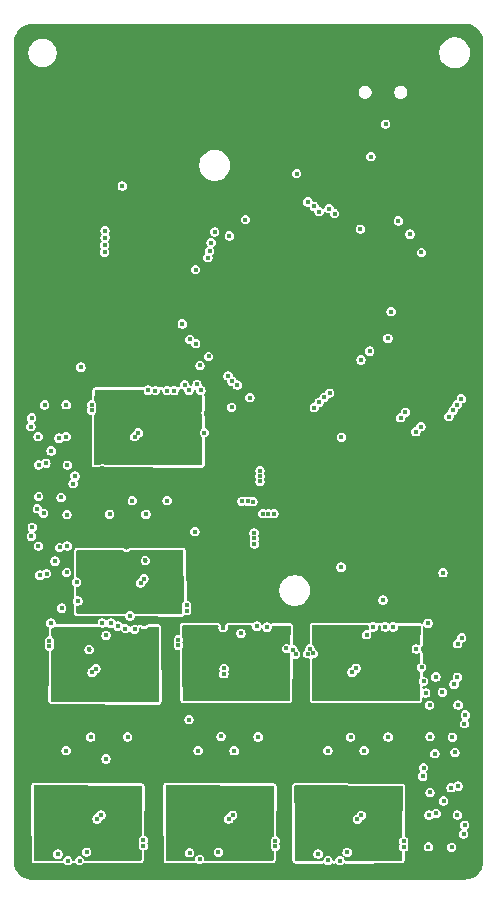
<source format=gbr>
%TF.GenerationSoftware,KiCad,Pcbnew,9.0.0*%
%TF.CreationDate,2025-03-10T21:19:58+01:00*%
%TF.ProjectId,NPulse_v4,4e50756c-7365-45f7-9634-2e6b69636164,rev?*%
%TF.SameCoordinates,Original*%
%TF.FileFunction,Copper,L2,Inr*%
%TF.FilePolarity,Positive*%
%FSLAX46Y46*%
G04 Gerber Fmt 4.6, Leading zero omitted, Abs format (unit mm)*
G04 Created by KiCad (PCBNEW 9.0.0) date 2025-03-10 21:19:58*
%MOMM*%
%LPD*%
G01*
G04 APERTURE LIST*
%TA.AperFunction,ViaPad*%
%ADD10C,0.400000*%
%TD*%
%TA.AperFunction,Conductor*%
%ADD11C,0.300000*%
%TD*%
G04 APERTURE END LIST*
D10*
%TO.N,+3.3V*%
X189116174Y-120460825D03*
X155375000Y-106225000D03*
X169515000Y-99785000D03*
X189725000Y-111650000D03*
X181120000Y-100180000D03*
X181100000Y-111170000D03*
X182730000Y-82540000D03*
X189670000Y-121760000D03*
X167650521Y-90569479D03*
X156550000Y-101325000D03*
X177330000Y-77860000D03*
X171820000Y-97640000D03*
X169150000Y-94100000D03*
X185340000Y-89540000D03*
X162570000Y-78910000D03*
X189770000Y-130960000D03*
X156870000Y-110670000D03*
%TO.N,GND*%
X188874149Y-101524149D03*
X188345000Y-105560000D03*
X156360000Y-108650000D03*
X167030000Y-91410000D03*
X185079929Y-94082444D03*
X175630000Y-100570000D03*
X172148328Y-98514788D03*
X172530000Y-125510000D03*
X181075000Y-104500000D03*
X185670000Y-105810000D03*
X188215000Y-88525933D03*
X185220000Y-105770000D03*
X173760000Y-99860000D03*
X171110000Y-116290000D03*
X156930000Y-99150000D03*
X156960000Y-107510000D03*
X190320000Y-117600000D03*
X160890000Y-102820000D03*
X177320000Y-122620000D03*
X181075000Y-104050000D03*
X159770634Y-118140000D03*
X189530000Y-128940000D03*
X189650000Y-106020000D03*
X156290000Y-126220000D03*
X172260000Y-115150000D03*
X156980000Y-104400000D03*
X185200000Y-83240000D03*
X179460000Y-115450000D03*
X189568360Y-134128360D03*
X188990000Y-107900000D03*
X179475000Y-110566041D03*
X169670000Y-98100000D03*
X166425001Y-122736040D03*
X165320000Y-105660000D03*
X190130000Y-124855000D03*
X178031199Y-109321199D03*
X186550000Y-126680000D03*
X156585729Y-113376771D03*
X189640000Y-105600000D03*
X161479999Y-125452183D03*
X185406802Y-101343198D03*
X162840000Y-106090000D03*
X165210000Y-89590000D03*
X186320000Y-89420000D03*
X163321596Y-94878497D03*
X164520000Y-110610000D03*
X164410000Y-116000000D03*
X168028604Y-125908604D03*
X190130000Y-127890000D03*
X156800000Y-113750000D03*
X186160000Y-105750000D03*
X188889330Y-101039041D03*
X166770000Y-84030000D03*
X185030521Y-107230000D03*
X185890000Y-95850000D03*
X189410000Y-84590000D03*
X185088604Y-101661396D03*
X185980000Y-84190000D03*
X190040000Y-119600000D03*
X161020000Y-81340000D03*
X156380000Y-103310000D03*
X188990000Y-110710000D03*
X189580873Y-119640873D03*
X166420000Y-106560000D03*
X185000000Y-110720000D03*
X189520000Y-123630000D03*
X156320000Y-98170000D03*
X181075000Y-103600000D03*
X173290000Y-97750000D03*
X188900000Y-100575000D03*
X185725000Y-101025000D03*
X160830000Y-105470000D03*
X189640000Y-106490000D03*
X189917839Y-133778881D03*
X162940000Y-109490000D03*
X175120000Y-97960000D03*
X186870000Y-85650000D03*
X177560000Y-100420000D03*
%TO.N,/NRST*%
X159060000Y-94240000D03*
X169877089Y-93335163D03*
%TO.N,AD_Vbat*%
X173370000Y-96820000D03*
X184640000Y-113950000D03*
%TO.N,LED*%
X183620000Y-76410000D03*
X172303659Y-95753960D03*
%TO.N,+12V*%
X163935269Y-99794731D03*
X171175000Y-120200000D03*
X167315900Y-117790401D03*
X163610000Y-100130000D03*
X182365273Y-119734731D03*
X174950000Y-106650000D03*
X182484730Y-132515269D03*
X174470000Y-106650000D03*
X160345904Y-119760402D03*
X174230000Y-103920000D03*
X164350001Y-134300401D03*
X178750000Y-118480000D03*
X156405902Y-117870401D03*
X164125000Y-112500000D03*
X159980000Y-97424403D03*
X160430629Y-132485672D03*
X164406005Y-112149134D03*
X178460000Y-118090000D03*
X174225001Y-103460001D03*
X175525901Y-134360402D03*
X168020000Y-114410000D03*
X186400000Y-134850400D03*
X164350000Y-134760403D03*
X174225000Y-103000000D03*
X171915899Y-132170401D03*
X173740000Y-108280000D03*
X160755901Y-132160400D03*
X175525898Y-134820400D03*
X182040000Y-120060000D03*
X156405900Y-117410399D03*
X186400000Y-134390401D03*
X171200000Y-119750000D03*
X159980000Y-97884403D03*
X177010000Y-118150000D03*
X173749999Y-108739999D03*
X167315902Y-117330402D03*
X171590633Y-132495670D03*
X177239312Y-118538878D03*
X178269621Y-118500328D03*
X175410000Y-106650000D03*
X182810000Y-132190000D03*
X173750000Y-109200000D03*
X173640000Y-105620000D03*
X173175000Y-105600000D03*
X168020000Y-114864404D03*
X172714999Y-105600001D03*
X176469196Y-118055405D03*
X160020634Y-120085671D03*
%TO.N,pin4_1*%
X184835903Y-132475401D03*
X184835903Y-132945402D03*
X179110000Y-132580000D03*
X179455901Y-132870000D03*
%TO.N,pin4_5*%
X161640737Y-99484404D03*
X167260736Y-99684404D03*
X161640736Y-99954404D03*
X166900737Y-99384404D03*
%TO.N,I1*%
X182780000Y-93620000D03*
X181615902Y-135320402D03*
%TO.N,I5*%
X187900000Y-84530000D03*
X164771597Y-96186214D03*
%TO.N,pin4_2*%
X180005901Y-119835401D03*
X180005902Y-119365403D03*
X185555000Y-119370000D03*
X185836797Y-117389750D03*
%TO.N,pin4_6*%
X160728396Y-112462064D03*
X166460736Y-112294404D03*
X166457977Y-112761644D03*
X161060736Y-112794404D03*
%TO.N,I2*%
X183520000Y-92890000D03*
X183265903Y-116895401D03*
%TO.N,I6*%
X163225000Y-115300000D03*
X186930000Y-82980000D03*
%TO.N,pin4_3*%
X168227661Y-132427660D03*
X173965902Y-133075403D03*
X173965902Y-132605404D03*
X168560000Y-132760000D03*
%TO.N,pin4_7*%
X162790000Y-132420001D03*
X157085902Y-132555403D03*
X157411171Y-132880675D03*
X162790000Y-132890000D03*
%TO.N,I3*%
X170705901Y-135325401D03*
X180544999Y-81236751D03*
%TO.N,I7*%
X159550000Y-135290000D03*
X180070000Y-80810000D03*
%TO.N,pin4_4*%
X168940000Y-119140000D03*
X174875000Y-119625000D03*
X168940000Y-119609999D03*
X174515903Y-119335401D03*
%TO.N,pin4_8*%
X163755270Y-119845273D03*
X163430000Y-119520000D03*
X158000000Y-119775000D03*
X158000000Y-119325000D03*
%TO.N,I8*%
X185944412Y-81850000D03*
X161200000Y-116950000D03*
%TO.N,OUT1_1*%
X190935902Y-132165404D03*
X179995902Y-136010401D03*
%TO.N,NSLEEP*%
X172615903Y-116775400D03*
X180995903Y-136015401D03*
X170395926Y-82798438D03*
X162200000Y-116170000D03*
X183820000Y-116230000D03*
X165370000Y-96230000D03*
X158950000Y-136025000D03*
%TO.N,OUT1_2*%
X179155903Y-135455402D03*
X189155902Y-132025403D03*
%TO.N,OUT5_1*%
X155450000Y-100125000D03*
X166350796Y-96229851D03*
%TO.N,OUT5_2*%
X157223335Y-100257534D03*
X166950720Y-96239593D03*
%TO.N,OUT2_2*%
X190669744Y-121083193D03*
X185500000Y-116225000D03*
%TO.N,OUT2_1*%
X184835897Y-116225000D03*
X188080000Y-120840000D03*
%TO.N,OUT6_2*%
X160875000Y-115895401D03*
X156166846Y-111725123D03*
%TO.N,OUT6_1*%
X157856805Y-111626805D03*
X161630737Y-115914404D03*
%TO.N,OUT3_1*%
X169115902Y-135910402D03*
X188630000Y-130250000D03*
%TO.N,OUT3_2*%
X168275902Y-135355403D03*
X190400000Y-129850000D03*
%TO.N,OUT7_1*%
X157950001Y-136025001D03*
X157920000Y-102520000D03*
%TO.N,OUT7_2*%
X156100000Y-102380000D03*
X157110001Y-135470002D03*
%TO.N,OUT4_1*%
X191010000Y-122840000D03*
X173965901Y-116175402D03*
%TO.N,OUT4_2*%
X174820000Y-116260000D03*
X188263248Y-121823248D03*
%TO.N,OUT8_1*%
X155470000Y-109390000D03*
X162839867Y-116368977D03*
%TO.N,OUT8_2*%
X163610000Y-116450000D03*
X157270000Y-109510000D03*
%TO.N,ENC2_S2*%
X185080000Y-125550000D03*
X185060000Y-91800000D03*
%TO.N,ENC2_S1*%
X179237387Y-81073077D03*
X179980000Y-126700000D03*
%TO.N,ENC1_S1*%
X178823277Y-80638893D03*
X181900000Y-125550000D03*
%TO.N,ENC1_S2*%
X183050000Y-126700000D03*
X178276985Y-80239310D03*
%TO.N,ENC6_S2*%
X164570000Y-106700000D03*
X168294889Y-91895165D03*
%TO.N,ENC6_S1*%
X166370000Y-105540000D03*
X168789580Y-92239580D03*
%TO.N,ENC5_S1*%
X161500000Y-106690000D03*
X169970509Y-84392520D03*
%TO.N,ENC5_S2*%
X169810589Y-84970818D03*
X163420000Y-105540000D03*
%TO.N,ENC4_S2*%
X170930000Y-125510000D03*
X179220750Y-97219678D03*
%TO.N,ENC3_S2*%
X179655071Y-96805712D03*
X172040000Y-126720000D03*
%TO.N,ENC4_S1*%
X168990000Y-126710000D03*
X178824162Y-97669923D03*
%TO.N,ENC3_S1*%
X174070000Y-125540000D03*
X180125000Y-96425000D03*
%TO.N,ENC8_S2*%
X161200000Y-127400000D03*
X171859972Y-95428930D03*
%TO.N,ENC8_S1*%
X163020000Y-125540000D03*
X171535000Y-94985202D03*
%TO.N,ENC7_S1*%
X173000000Y-81750000D03*
X157825000Y-126700000D03*
%TO.N,ENC7_S2*%
X159898628Y-125548628D03*
X170095406Y-83700000D03*
%TO.N,MesOn*%
X188450000Y-115925000D03*
X171638363Y-83121637D03*
%TO.N,/SW_BSTD*%
X184870000Y-73660000D03*
X168775000Y-85975000D03*
%TO.N,PWM4*%
X190520000Y-125570000D03*
X190568567Y-97910940D03*
%TO.N,PWM1*%
X186535648Y-98071368D03*
X190445903Y-134895401D03*
%TO.N,DIR6*%
X161074534Y-84525003D03*
X158700000Y-112450000D03*
X156520000Y-115920000D03*
%TO.N,DIR7*%
X155490000Y-105190000D03*
X158557936Y-103470000D03*
X167850000Y-95725000D03*
%TO.N,DIR3*%
X187850000Y-99280000D03*
X188010000Y-128890000D03*
X190730000Y-126860000D03*
%TO.N,DIR4*%
X191620000Y-123670000D03*
X190218567Y-98423783D03*
X188630000Y-125520000D03*
%TO.N,PWM6*%
X161075000Y-83925000D03*
X157442500Y-114652500D03*
%TO.N,PWM8*%
X155910000Y-106620000D03*
X169225031Y-96204339D03*
%TO.N,PWM2*%
X191270000Y-96930000D03*
X191307806Y-117154896D03*
%TO.N,PWM7*%
X157400000Y-105270000D03*
X168214349Y-96201711D03*
%TO.N,PWM3*%
X187429879Y-99708369D03*
X189030000Y-126970000D03*
%TO.N,DIR1*%
X188495902Y-134845403D03*
X186144046Y-98525956D03*
X191555903Y-133005403D03*
%TO.N,PWM5*%
X161110406Y-82688687D03*
X156000737Y-97434404D03*
%TO.N,DIR2*%
X187906051Y-119654524D03*
X190918567Y-97416310D03*
X190960000Y-117660000D03*
%TO.N,DIR8*%
X168900000Y-95700000D03*
X154870000Y-108570000D03*
X157890000Y-106720000D03*
%TO.N,DIR5*%
X157825000Y-97425000D03*
X154825000Y-99275000D03*
X161110909Y-83288690D03*
%TO.N,Net-(U2-Pad10)*%
X188545901Y-132165403D03*
X191475903Y-133755402D03*
%TO.N,Net-(U3-Pad10)*%
X157825000Y-100125000D03*
X154900000Y-98520000D03*
%TO.N,Net-(U4-Pad10)*%
X187460000Y-118100000D03*
X190940000Y-120490000D03*
%TO.N,Net-(U5-Pad10)*%
X155581764Y-111858096D03*
X158810737Y-114044403D03*
%TO.N,Net-(U6-Pad10)*%
X188080000Y-128140000D03*
X191000000Y-129720000D03*
%TO.N,Net-(U7-Pad10)*%
X155480000Y-102510000D03*
X158410000Y-104100000D03*
%TO.N,Net-(U8-Pad10)*%
X191540000Y-124430000D03*
X188590000Y-122840000D03*
%TO.N,Net-(U9-Pad10)*%
X157910000Y-109390000D03*
X154950000Y-107800000D03*
%TO.N,+5V*%
X168720000Y-108170000D03*
X168220000Y-124080000D03*
%TD*%
D11*
%TO.N,pin4_2*%
X180005902Y-119365403D02*
X180005902Y-119835400D01*
X185836797Y-119088203D02*
X185555000Y-119370000D01*
X180005902Y-119835400D02*
X180005901Y-119835401D01*
X185836797Y-117389750D02*
X185836797Y-119088203D01*
%TO.N,pin4_3*%
X173965902Y-133075403D02*
X173965902Y-132605404D01*
%TO.N,pin4_4*%
X168940000Y-119609999D02*
X168940000Y-119140000D01*
%TO.N,pin4_8*%
X158000000Y-119325000D02*
X158000000Y-119775000D01*
%TD*%
%TA.AperFunction,Conductor*%
%TO.N,pin4_7*%
G36*
X164175182Y-129667179D02*
G01*
X164227388Y-129689138D01*
X164248777Y-129741581D01*
X164248776Y-129741761D01*
X164216246Y-133873024D01*
X164194160Y-133925177D01*
X164179248Y-133936527D01*
X164104087Y-133979921D01*
X164029521Y-134054487D01*
X163976796Y-134145809D01*
X163976792Y-134145818D01*
X163949501Y-134247671D01*
X163949501Y-134353130D01*
X163976792Y-134454983D01*
X163976793Y-134454984D01*
X163976794Y-134454988D01*
X163998972Y-134493402D01*
X164006363Y-134549555D01*
X163998972Y-134567399D01*
X163976794Y-134605813D01*
X163976791Y-134605820D01*
X163949500Y-134707673D01*
X163949500Y-134813132D01*
X163976791Y-134914985D01*
X163976792Y-134914988D01*
X163976793Y-134914990D01*
X164029520Y-135006316D01*
X164104087Y-135080883D01*
X164168934Y-135118322D01*
X164203412Y-135163255D01*
X164205932Y-135182991D01*
X164199937Y-135944368D01*
X164177851Y-135996521D01*
X164126142Y-136017785D01*
X159423142Y-136030705D01*
X159370757Y-136009174D01*
X159351460Y-135975858D01*
X159350500Y-135972274D01*
X159350500Y-135972273D01*
X159323207Y-135870413D01*
X159270480Y-135779087D01*
X159195913Y-135704520D01*
X159181568Y-135696238D01*
X159181566Y-135696236D01*
X159104591Y-135651795D01*
X159104582Y-135651791D01*
X159002729Y-135624500D01*
X159002727Y-135624500D01*
X158897273Y-135624500D01*
X158897271Y-135624500D01*
X158795417Y-135651791D01*
X158795408Y-135651795D01*
X158704086Y-135704520D01*
X158629520Y-135779086D01*
X158576795Y-135870408D01*
X158576791Y-135870417D01*
X158548244Y-135976958D01*
X158545719Y-135976281D01*
X158538059Y-135989534D01*
X158529038Y-136011486D01*
X158524208Y-136013502D01*
X158521591Y-136018031D01*
X158476771Y-136033304D01*
X158423654Y-136033450D01*
X158371269Y-136011920D01*
X158353715Y-135976434D01*
X158351757Y-135976959D01*
X158323209Y-135870418D01*
X158323209Y-135870417D01*
X158323208Y-135870414D01*
X158270481Y-135779088D01*
X158195914Y-135704521D01*
X158124351Y-135663204D01*
X158104592Y-135651796D01*
X158104583Y-135651792D01*
X158002730Y-135624501D01*
X158002728Y-135624501D01*
X157897274Y-135624501D01*
X157897272Y-135624501D01*
X157795418Y-135651792D01*
X157795409Y-135651796D01*
X157704087Y-135704521D01*
X157629521Y-135779087D01*
X157576796Y-135870409D01*
X157576792Y-135870418D01*
X157548245Y-135976959D01*
X157546777Y-135976565D01*
X157521242Y-136020771D01*
X157476410Y-136036052D01*
X155173275Y-136042380D01*
X155120890Y-136020849D01*
X155099073Y-135968668D01*
X155098978Y-135944368D01*
X155096927Y-135417272D01*
X156709501Y-135417272D01*
X156709501Y-135522731D01*
X156736792Y-135624584D01*
X156736796Y-135624593D01*
X156774847Y-135690499D01*
X156789521Y-135715915D01*
X156864088Y-135790482D01*
X156955414Y-135843209D01*
X157057271Y-135870501D01*
X157057272Y-135870502D01*
X157057274Y-135870502D01*
X157162730Y-135870502D01*
X157162730Y-135870501D01*
X157264588Y-135843209D01*
X157355914Y-135790482D01*
X157430481Y-135715915D01*
X157483208Y-135624589D01*
X157510500Y-135522731D01*
X157510501Y-135522731D01*
X157510501Y-135417273D01*
X157510500Y-135417272D01*
X157483209Y-135315419D01*
X157483208Y-135315415D01*
X157438091Y-135237270D01*
X159149500Y-135237270D01*
X159149500Y-135342729D01*
X159176791Y-135444582D01*
X159176792Y-135444585D01*
X159176793Y-135444587D01*
X159229520Y-135535913D01*
X159304087Y-135610480D01*
X159395413Y-135663207D01*
X159497270Y-135690499D01*
X159497271Y-135690500D01*
X159497273Y-135690500D01*
X159602729Y-135690500D01*
X159602729Y-135690499D01*
X159704587Y-135663207D01*
X159795913Y-135610480D01*
X159870480Y-135535913D01*
X159923207Y-135444587D01*
X159950499Y-135342729D01*
X159950500Y-135342729D01*
X159950500Y-135237271D01*
X159950499Y-135237270D01*
X159923208Y-135135417D01*
X159923207Y-135135413D01*
X159870480Y-135044087D01*
X159795913Y-134969520D01*
X159704591Y-134916795D01*
X159704582Y-134916791D01*
X159602729Y-134889500D01*
X159602727Y-134889500D01*
X159497273Y-134889500D01*
X159497271Y-134889500D01*
X159395417Y-134916791D01*
X159395408Y-134916795D01*
X159304086Y-134969520D01*
X159229520Y-135044086D01*
X159176795Y-135135408D01*
X159176791Y-135135417D01*
X159149500Y-135237270D01*
X157438091Y-135237270D01*
X157430481Y-135224089D01*
X157355914Y-135149522D01*
X157264592Y-135096797D01*
X157264583Y-135096793D01*
X157162730Y-135069502D01*
X157162728Y-135069502D01*
X157057274Y-135069502D01*
X157057272Y-135069502D01*
X156955418Y-135096793D01*
X156955409Y-135096797D01*
X156864087Y-135149522D01*
X156789521Y-135224088D01*
X156736796Y-135315410D01*
X156736792Y-135315419D01*
X156709501Y-135417272D01*
X155096927Y-135417272D01*
X155085315Y-132432942D01*
X160030129Y-132432942D01*
X160030129Y-132538401D01*
X160057420Y-132640254D01*
X160057421Y-132640257D01*
X160057422Y-132640259D01*
X160110149Y-132731585D01*
X160184716Y-132806152D01*
X160276042Y-132858879D01*
X160377899Y-132886171D01*
X160377900Y-132886172D01*
X160377902Y-132886172D01*
X160483358Y-132886172D01*
X160483358Y-132886171D01*
X160585216Y-132858879D01*
X160676542Y-132806152D01*
X160751109Y-132731585D01*
X160803836Y-132640259D01*
X160815316Y-132597411D01*
X160849793Y-132552480D01*
X160867635Y-132545089D01*
X160910488Y-132533607D01*
X161001814Y-132480880D01*
X161076381Y-132406313D01*
X161129108Y-132314987D01*
X161156400Y-132213129D01*
X161156401Y-132213129D01*
X161156401Y-132107671D01*
X161156400Y-132107670D01*
X161129109Y-132005817D01*
X161129108Y-132005813D01*
X161076381Y-131914487D01*
X161001814Y-131839920D01*
X160910492Y-131787195D01*
X160910483Y-131787191D01*
X160808630Y-131759900D01*
X160808628Y-131759900D01*
X160703174Y-131759900D01*
X160703172Y-131759900D01*
X160601318Y-131787191D01*
X160601309Y-131787195D01*
X160509987Y-131839920D01*
X160435421Y-131914486D01*
X160382694Y-132005811D01*
X160382693Y-132005813D01*
X160371212Y-132048660D01*
X160336732Y-132093592D01*
X160318889Y-132100983D01*
X160276042Y-132112464D01*
X160276040Y-132112465D01*
X160184715Y-132165192D01*
X160110149Y-132239758D01*
X160057424Y-132331080D01*
X160057420Y-132331089D01*
X160030129Y-132432942D01*
X155085315Y-132432942D01*
X155074651Y-129692276D01*
X155096121Y-129639868D01*
X155148362Y-129617991D01*
X155149045Y-129617991D01*
X164175182Y-129667179D01*
G37*
%TD.AperFunction*%
%TD*%
%TA.AperFunction,Conductor*%
%TO.N,pin4_5*%
G36*
X168802713Y-96148109D02*
G01*
X168824531Y-96200375D01*
X168824531Y-96257068D01*
X168851822Y-96358921D01*
X168851826Y-96358930D01*
X168903034Y-96447624D01*
X168904551Y-96450252D01*
X168979118Y-96524819D01*
X169070444Y-96577546D01*
X169172301Y-96604838D01*
X169172302Y-96604839D01*
X169253154Y-96604839D01*
X169305480Y-96626513D01*
X169327153Y-96678551D01*
X169331769Y-97864713D01*
X169321857Y-97902000D01*
X169296793Y-97945413D01*
X169296793Y-97945414D01*
X169296791Y-97945417D01*
X169269500Y-98047270D01*
X169269500Y-98152729D01*
X169296791Y-98254582D01*
X169296795Y-98254591D01*
X169323696Y-98301186D01*
X169333609Y-98337897D01*
X169337672Y-99381909D01*
X169316202Y-99434319D01*
X169300675Y-99446282D01*
X169269087Y-99464519D01*
X169194520Y-99539086D01*
X169141795Y-99630408D01*
X169141791Y-99630417D01*
X169114500Y-99732270D01*
X169114500Y-99837729D01*
X169141791Y-99939582D01*
X169141792Y-99939585D01*
X169141793Y-99939587D01*
X169194520Y-100030913D01*
X169269087Y-100105480D01*
X169285940Y-100115210D01*
X169303815Y-100125530D01*
X169338293Y-100170463D01*
X169340814Y-100189328D01*
X169349709Y-102475305D01*
X169328239Y-102527715D01*
X169275998Y-102549592D01*
X169275307Y-102549592D01*
X161165519Y-102505397D01*
X161128922Y-102495484D01*
X161044591Y-102446795D01*
X161044582Y-102446791D01*
X160942729Y-102419500D01*
X160942727Y-102419500D01*
X160837273Y-102419500D01*
X160837271Y-102419500D01*
X160735417Y-102446791D01*
X160735404Y-102446796D01*
X160656236Y-102492504D01*
X160618834Y-102502417D01*
X160249179Y-102500404D01*
X160196972Y-102478445D01*
X160175583Y-102426002D01*
X160175584Y-102425822D01*
X160175634Y-102419500D01*
X160194076Y-100077270D01*
X163209500Y-100077270D01*
X163209500Y-100182729D01*
X163236791Y-100284582D01*
X163236792Y-100284585D01*
X163236793Y-100284587D01*
X163289520Y-100375913D01*
X163364087Y-100450480D01*
X163455413Y-100503207D01*
X163557270Y-100530499D01*
X163557271Y-100530500D01*
X163557273Y-100530500D01*
X163662729Y-100530500D01*
X163662729Y-100530499D01*
X163764587Y-100503207D01*
X163855913Y-100450480D01*
X163930480Y-100375913D01*
X163983207Y-100284587D01*
X163997573Y-100230968D01*
X164032050Y-100186037D01*
X164049895Y-100178644D01*
X164089856Y-100167938D01*
X164181182Y-100115211D01*
X164255749Y-100040644D01*
X164308476Y-99949318D01*
X164335768Y-99847460D01*
X164335769Y-99847460D01*
X164335769Y-99742002D01*
X164335768Y-99742001D01*
X164333161Y-99732273D01*
X164308476Y-99640144D01*
X164255749Y-99548818D01*
X164181182Y-99474251D01*
X164112018Y-99434319D01*
X164089860Y-99421526D01*
X164089851Y-99421522D01*
X163987998Y-99394231D01*
X163987996Y-99394231D01*
X163882542Y-99394231D01*
X163882540Y-99394231D01*
X163780686Y-99421522D01*
X163780677Y-99421526D01*
X163689355Y-99474251D01*
X163614789Y-99548817D01*
X163562062Y-99640142D01*
X163562061Y-99640146D01*
X163547694Y-99693762D01*
X163513215Y-99738694D01*
X163495369Y-99746086D01*
X163455416Y-99756791D01*
X163455411Y-99756793D01*
X163364086Y-99809520D01*
X163289520Y-99884086D01*
X163236795Y-99975408D01*
X163236791Y-99975417D01*
X163209500Y-100077270D01*
X160194076Y-100077270D01*
X160208445Y-98252418D01*
X160230115Y-98200680D01*
X160300480Y-98130316D01*
X160353207Y-98038990D01*
X160380499Y-97937132D01*
X160380500Y-97937132D01*
X160380500Y-97831674D01*
X160380499Y-97831673D01*
X160353208Y-97729820D01*
X160353207Y-97729816D01*
X160331028Y-97691402D01*
X160323636Y-97635251D01*
X160331029Y-97617403D01*
X160353207Y-97578990D01*
X160380499Y-97477132D01*
X160380500Y-97477132D01*
X160380500Y-97371674D01*
X160380499Y-97371673D01*
X160353208Y-97269820D01*
X160353207Y-97269816D01*
X160300480Y-97178490D01*
X160239469Y-97117479D01*
X160217795Y-97065153D01*
X160217795Y-97064943D01*
X160224423Y-96223213D01*
X160246509Y-96171062D01*
X160298215Y-96149798D01*
X164296897Y-96138813D01*
X164349279Y-96160343D01*
X164371097Y-96212609D01*
X164371097Y-96238943D01*
X164398388Y-96340796D01*
X164398392Y-96340805D01*
X164408854Y-96358926D01*
X164451117Y-96432127D01*
X164525684Y-96506694D01*
X164617010Y-96559421D01*
X164718867Y-96586713D01*
X164718868Y-96586714D01*
X164718870Y-96586714D01*
X164824326Y-96586714D01*
X164824326Y-96586713D01*
X164926184Y-96559421D01*
X165008143Y-96512101D01*
X165064296Y-96504709D01*
X165097469Y-96523862D01*
X165124087Y-96550480D01*
X165215413Y-96603207D01*
X165317270Y-96630499D01*
X165317271Y-96630500D01*
X165317273Y-96630500D01*
X165422729Y-96630500D01*
X165422729Y-96630499D01*
X165524587Y-96603207D01*
X165615913Y-96550480D01*
X165690480Y-96475913D01*
X165743207Y-96384587D01*
X165770499Y-96282729D01*
X165770500Y-96282729D01*
X165770500Y-96208561D01*
X165781259Y-96182585D01*
X165792031Y-96156378D01*
X165792132Y-96156335D01*
X165792174Y-96156235D01*
X165844294Y-96134562D01*
X165876096Y-96134475D01*
X165928479Y-96156005D01*
X165950296Y-96208272D01*
X165950296Y-96282580D01*
X165977587Y-96384433D01*
X165977591Y-96384442D01*
X165983216Y-96394184D01*
X166030316Y-96475764D01*
X166104883Y-96550331D01*
X166196209Y-96603058D01*
X166298066Y-96630350D01*
X166298067Y-96630351D01*
X166298069Y-96630351D01*
X166403525Y-96630351D01*
X166403525Y-96630350D01*
X166505383Y-96603058D01*
X166596709Y-96550331D01*
X166596711Y-96550329D01*
X166600558Y-96547378D01*
X166602422Y-96549808D01*
X166645887Y-96531805D01*
X166698213Y-96553479D01*
X166704807Y-96560073D01*
X166796133Y-96612800D01*
X166897990Y-96640092D01*
X166897991Y-96640093D01*
X166897993Y-96640093D01*
X167003449Y-96640093D01*
X167003449Y-96640092D01*
X167105307Y-96612800D01*
X167196633Y-96560073D01*
X167271200Y-96485506D01*
X167323927Y-96394180D01*
X167351219Y-96292322D01*
X167351220Y-96292322D01*
X167351220Y-96204218D01*
X167372894Y-96151892D01*
X167425012Y-96130219D01*
X167739649Y-96129355D01*
X167792031Y-96150885D01*
X167813849Y-96203151D01*
X167813849Y-96254440D01*
X167841140Y-96356293D01*
X167841144Y-96356302D01*
X167857477Y-96384591D01*
X167893869Y-96447624D01*
X167968436Y-96522191D01*
X168059762Y-96574918D01*
X168161619Y-96602210D01*
X168161620Y-96602211D01*
X168161622Y-96602211D01*
X168267078Y-96602211D01*
X168267078Y-96602210D01*
X168368936Y-96574918D01*
X168460262Y-96522191D01*
X168534829Y-96447624D01*
X168587556Y-96356298D01*
X168614848Y-96254440D01*
X168614849Y-96254440D01*
X168614849Y-96200747D01*
X168625661Y-96174643D01*
X168636380Y-96148565D01*
X168636480Y-96148522D01*
X168636523Y-96148421D01*
X168688643Y-96126748D01*
X168750329Y-96126578D01*
X168802713Y-96148109D01*
G37*
%TD.AperFunction*%
%TD*%
%TA.AperFunction,Conductor*%
%TO.N,pin4_3*%
G36*
X175350182Y-129667179D02*
G01*
X175402388Y-129689138D01*
X175423777Y-129741581D01*
X175423776Y-129741761D01*
X175390768Y-133933820D01*
X175368682Y-133985973D01*
X175353771Y-133997322D01*
X175279988Y-134039921D01*
X175205421Y-134114488D01*
X175152696Y-134205810D01*
X175152692Y-134205819D01*
X175125401Y-134307672D01*
X175125401Y-134413131D01*
X175152692Y-134514984D01*
X175152696Y-134514993D01*
X175174869Y-134553399D01*
X175182261Y-134609552D01*
X175174870Y-134627396D01*
X175152692Y-134665810D01*
X175152689Y-134665817D01*
X175125398Y-134767670D01*
X175125398Y-134873129D01*
X175152689Y-134974982D01*
X175152690Y-134974985D01*
X175152691Y-134974987D01*
X175205418Y-135066313D01*
X175279985Y-135140880D01*
X175343467Y-135177531D01*
X175377945Y-135222464D01*
X175380465Y-135242200D01*
X175374937Y-135944368D01*
X175352851Y-135996521D01*
X175301142Y-136017785D01*
X169590605Y-136033473D01*
X169538220Y-136011942D01*
X169516402Y-135959676D01*
X169516402Y-135857673D01*
X169516401Y-135857672D01*
X169489110Y-135755819D01*
X169489109Y-135755815D01*
X169436382Y-135664489D01*
X169361815Y-135589922D01*
X169329585Y-135571314D01*
X169270493Y-135537197D01*
X169270484Y-135537193D01*
X169168631Y-135509902D01*
X169168629Y-135509902D01*
X169063175Y-135509902D01*
X169063173Y-135509902D01*
X168961319Y-135537193D01*
X168961310Y-135537197D01*
X168869988Y-135589922D01*
X168795422Y-135664488D01*
X168742697Y-135755810D01*
X168742693Y-135755819D01*
X168715402Y-135857672D01*
X168715402Y-135962080D01*
X168693728Y-136014406D01*
X168641605Y-136036080D01*
X166348275Y-136042380D01*
X166295890Y-136020849D01*
X166274073Y-135968668D01*
X166274047Y-135962080D01*
X166271481Y-135302673D01*
X167875402Y-135302673D01*
X167875402Y-135408132D01*
X167902693Y-135509985D01*
X167902697Y-135509994D01*
X167918402Y-135537195D01*
X167955422Y-135601316D01*
X168029989Y-135675883D01*
X168121315Y-135728610D01*
X168223172Y-135755902D01*
X168223173Y-135755903D01*
X168223175Y-135755903D01*
X168328631Y-135755903D01*
X168328631Y-135755902D01*
X168430489Y-135728610D01*
X168521815Y-135675883D01*
X168596382Y-135601316D01*
X168649109Y-135509990D01*
X168676401Y-135408132D01*
X168676402Y-135408132D01*
X168676402Y-135302674D01*
X168676401Y-135302673D01*
X168672196Y-135286977D01*
X168668363Y-135272671D01*
X170305401Y-135272671D01*
X170305401Y-135378130D01*
X170332692Y-135479983D01*
X170332696Y-135479992D01*
X170385421Y-135571314D01*
X170459988Y-135645881D01*
X170551314Y-135698608D01*
X170653171Y-135725900D01*
X170653172Y-135725901D01*
X170653174Y-135725901D01*
X170758630Y-135725901D01*
X170758630Y-135725900D01*
X170860488Y-135698608D01*
X170951814Y-135645881D01*
X171026381Y-135571314D01*
X171079108Y-135479988D01*
X171106400Y-135378130D01*
X171106401Y-135378130D01*
X171106401Y-135272672D01*
X171106400Y-135272671D01*
X171098235Y-135242200D01*
X171079108Y-135170814D01*
X171026381Y-135079488D01*
X170951814Y-135004921D01*
X170899958Y-134974982D01*
X170860492Y-134952196D01*
X170860483Y-134952192D01*
X170758630Y-134924901D01*
X170758628Y-134924901D01*
X170653174Y-134924901D01*
X170653172Y-134924901D01*
X170551318Y-134952192D01*
X170551309Y-134952196D01*
X170459987Y-135004921D01*
X170385421Y-135079487D01*
X170332696Y-135170809D01*
X170332692Y-135170818D01*
X170305401Y-135272671D01*
X168668363Y-135272671D01*
X168649110Y-135200820D01*
X168649109Y-135200816D01*
X168596382Y-135109490D01*
X168521815Y-135034923D01*
X168469850Y-135004921D01*
X168430493Y-134982198D01*
X168430484Y-134982194D01*
X168328631Y-134954903D01*
X168328629Y-134954903D01*
X168223175Y-134954903D01*
X168223173Y-134954903D01*
X168121319Y-134982194D01*
X168121310Y-134982198D01*
X168029988Y-135034923D01*
X167955422Y-135109489D01*
X167902697Y-135200811D01*
X167902693Y-135200820D01*
X167875402Y-135302673D01*
X166271481Y-135302673D01*
X166260354Y-132442940D01*
X171190133Y-132442940D01*
X171190133Y-132548399D01*
X171217424Y-132650252D01*
X171217425Y-132650255D01*
X171217426Y-132650257D01*
X171270153Y-132741583D01*
X171344720Y-132816150D01*
X171436046Y-132868877D01*
X171537903Y-132896169D01*
X171537904Y-132896170D01*
X171537906Y-132896170D01*
X171643362Y-132896170D01*
X171643362Y-132896169D01*
X171745220Y-132868877D01*
X171836546Y-132816150D01*
X171911113Y-132741583D01*
X171963840Y-132650257D01*
X171975319Y-132607411D01*
X172009798Y-132562479D01*
X172027642Y-132555087D01*
X172070486Y-132543608D01*
X172161812Y-132490881D01*
X172236379Y-132416314D01*
X172289106Y-132324988D01*
X172316398Y-132223130D01*
X172316399Y-132223130D01*
X172316399Y-132117672D01*
X172316398Y-132117671D01*
X172312625Y-132103591D01*
X172289106Y-132015814D01*
X172236379Y-131924488D01*
X172161812Y-131849921D01*
X172070490Y-131797196D01*
X172070481Y-131797192D01*
X171968628Y-131769901D01*
X171968626Y-131769901D01*
X171863172Y-131769901D01*
X171863170Y-131769901D01*
X171761316Y-131797192D01*
X171761307Y-131797196D01*
X171669985Y-131849921D01*
X171595419Y-131924487D01*
X171542692Y-132015812D01*
X171542691Y-132015816D01*
X171531211Y-132058659D01*
X171496732Y-132103591D01*
X171478887Y-132110983D01*
X171436048Y-132122462D01*
X171436044Y-132122463D01*
X171344719Y-132175190D01*
X171270153Y-132249756D01*
X171217428Y-132341078D01*
X171217424Y-132341087D01*
X171190133Y-132442940D01*
X166260354Y-132442940D01*
X166249651Y-129692276D01*
X166271121Y-129639868D01*
X166323362Y-129617991D01*
X166324045Y-129617991D01*
X175350182Y-129667179D01*
G37*
%TD.AperFunction*%
%TD*%
%TA.AperFunction,Conductor*%
%TO.N,pin4_4*%
G36*
X170652562Y-116091362D02*
G01*
X170704768Y-116113321D01*
X170726157Y-116165764D01*
X170723637Y-116184510D01*
X170711950Y-116228129D01*
X170709500Y-116237274D01*
X170709500Y-116342729D01*
X170736791Y-116444582D01*
X170736795Y-116444591D01*
X170785809Y-116529486D01*
X170789520Y-116535913D01*
X170864087Y-116610480D01*
X170955413Y-116663207D01*
X171057270Y-116690499D01*
X171057271Y-116690500D01*
X171057273Y-116690500D01*
X171162729Y-116690500D01*
X171162729Y-116690499D01*
X171264587Y-116663207D01*
X171355913Y-116610480D01*
X171430480Y-116535913D01*
X171483207Y-116444587D01*
X171510499Y-116342729D01*
X171510500Y-116342729D01*
X171510500Y-116237271D01*
X171504574Y-116215157D01*
X171497702Y-116189510D01*
X171505094Y-116133359D01*
X171550026Y-116098880D01*
X171569574Y-116096360D01*
X173491805Y-116106835D01*
X173544011Y-116128794D01*
X173565401Y-116180834D01*
X173565401Y-116228131D01*
X173592692Y-116329984D01*
X173592693Y-116329987D01*
X173592694Y-116329989D01*
X173645421Y-116421315D01*
X173719988Y-116495882D01*
X173811314Y-116548609D01*
X173913171Y-116575901D01*
X173913172Y-116575902D01*
X173913174Y-116575902D01*
X174018630Y-116575902D01*
X174018630Y-116575901D01*
X174120488Y-116548609D01*
X174211814Y-116495882D01*
X174286381Y-116421315D01*
X174307851Y-116384127D01*
X174352781Y-116349651D01*
X174408934Y-116357042D01*
X174443413Y-116401973D01*
X174446793Y-116414586D01*
X174446795Y-116414591D01*
X174464113Y-116444587D01*
X174499520Y-116505913D01*
X174574087Y-116580480D01*
X174665413Y-116633207D01*
X174767270Y-116660499D01*
X174767271Y-116660500D01*
X174767273Y-116660500D01*
X174872729Y-116660500D01*
X174872729Y-116660499D01*
X174974587Y-116633207D01*
X175065913Y-116580480D01*
X175140480Y-116505913D01*
X175193207Y-116414587D01*
X175220499Y-116312729D01*
X175220500Y-116312729D01*
X175220500Y-116207271D01*
X175219867Y-116202462D01*
X175222189Y-116202156D01*
X175228561Y-116153666D01*
X175273486Y-116119176D01*
X175293054Y-116116651D01*
X176750821Y-116124595D01*
X176803027Y-116146554D01*
X176824416Y-116198997D01*
X176824415Y-116199177D01*
X176812883Y-117663787D01*
X176790797Y-117715940D01*
X176738302Y-117737202D01*
X176701885Y-117727290D01*
X176623787Y-117682200D01*
X176623778Y-117682196D01*
X176521925Y-117654905D01*
X176521923Y-117654905D01*
X176416469Y-117654905D01*
X176416467Y-117654905D01*
X176314613Y-117682196D01*
X176314604Y-117682200D01*
X176223282Y-117734925D01*
X176148716Y-117809491D01*
X176095991Y-117900813D01*
X176095987Y-117900822D01*
X176068696Y-118002675D01*
X176068696Y-118108134D01*
X176095987Y-118209987D01*
X176095988Y-118209990D01*
X176095989Y-118209992D01*
X176148716Y-118301318D01*
X176223283Y-118375885D01*
X176314609Y-118428612D01*
X176416466Y-118455904D01*
X176416467Y-118455905D01*
X176416469Y-118455905D01*
X176521922Y-118455905D01*
X176521923Y-118455905D01*
X176623783Y-118428612D01*
X176637014Y-118420972D01*
X176654400Y-118418683D01*
X176670234Y-118411156D01*
X176680778Y-118415210D01*
X176693166Y-118413580D01*
X176723599Y-118430129D01*
X176725006Y-118431399D01*
X176764087Y-118470480D01*
X176775776Y-118477228D01*
X176781586Y-118482473D01*
X176790640Y-118501518D01*
X176803480Y-118518251D01*
X176805272Y-118532294D01*
X176805904Y-118533623D01*
X176805564Y-118534578D01*
X176805999Y-118537986D01*
X176775576Y-122401784D01*
X176753490Y-122453937D01*
X176701781Y-122475201D01*
X167748914Y-122499796D01*
X167696529Y-122478265D01*
X167674712Y-122426084D01*
X167665845Y-120147270D01*
X170774500Y-120147270D01*
X170774500Y-120252729D01*
X170801791Y-120354582D01*
X170801792Y-120354585D01*
X170801793Y-120354587D01*
X170854520Y-120445913D01*
X170929087Y-120520480D01*
X171020413Y-120573207D01*
X171122270Y-120600499D01*
X171122271Y-120600500D01*
X171122273Y-120600500D01*
X171227729Y-120600500D01*
X171227729Y-120600499D01*
X171329587Y-120573207D01*
X171420913Y-120520480D01*
X171495480Y-120445913D01*
X171548207Y-120354587D01*
X171575499Y-120252729D01*
X171575500Y-120252729D01*
X171575500Y-120147274D01*
X171575499Y-120147270D01*
X171548207Y-120045413D01*
X171541415Y-120033650D01*
X171534022Y-119977500D01*
X171541413Y-119959655D01*
X171573207Y-119904587D01*
X171600499Y-119802729D01*
X171600500Y-119802729D01*
X171600500Y-119697271D01*
X171600499Y-119697270D01*
X171573208Y-119595417D01*
X171573207Y-119595413D01*
X171520480Y-119504087D01*
X171445913Y-119429520D01*
X171354591Y-119376795D01*
X171354582Y-119376791D01*
X171252729Y-119349500D01*
X171252727Y-119349500D01*
X171147273Y-119349500D01*
X171147271Y-119349500D01*
X171045417Y-119376791D01*
X171045408Y-119376795D01*
X170954086Y-119429520D01*
X170879520Y-119504086D01*
X170826795Y-119595408D01*
X170826791Y-119595417D01*
X170799500Y-119697270D01*
X170799500Y-119697273D01*
X170799500Y-119802727D01*
X170799501Y-119802729D01*
X170826794Y-119904590D01*
X170833583Y-119916348D01*
X170840977Y-119972500D01*
X170833584Y-119990349D01*
X170801795Y-120045408D01*
X170801791Y-120045417D01*
X170774500Y-120147270D01*
X167665845Y-120147270D01*
X167657567Y-118019730D01*
X167667478Y-117982449D01*
X167689107Y-117944988D01*
X167716400Y-117843128D01*
X167716400Y-117737674D01*
X167716400Y-117737672D01*
X167716399Y-117737671D01*
X167716273Y-117737202D01*
X167689107Y-117635814D01*
X167666929Y-117597402D01*
X167659536Y-117541251D01*
X167666926Y-117523408D01*
X167689109Y-117484989D01*
X167716402Y-117383129D01*
X167716402Y-117277675D01*
X167716402Y-117277673D01*
X167716401Y-117277672D01*
X167689131Y-117175899D01*
X167689109Y-117175815D01*
X167673401Y-117148608D01*
X167663883Y-117132121D01*
X167653970Y-117095410D01*
X167653682Y-117021313D01*
X167652520Y-116722670D01*
X172215403Y-116722670D01*
X172215403Y-116828129D01*
X172242694Y-116929982D01*
X172242698Y-116929991D01*
X172288846Y-117009922D01*
X172295423Y-117021313D01*
X172369990Y-117095880D01*
X172461316Y-117148607D01*
X172563173Y-117175899D01*
X172563174Y-117175900D01*
X172563176Y-117175900D01*
X172668632Y-117175900D01*
X172668632Y-117175899D01*
X172770490Y-117148607D01*
X172861816Y-117095880D01*
X172936383Y-117021313D01*
X172989110Y-116929987D01*
X173016402Y-116828129D01*
X173016403Y-116828129D01*
X173016403Y-116722671D01*
X173016402Y-116722670D01*
X173000469Y-116663208D01*
X172989110Y-116620813D01*
X172936383Y-116529487D01*
X172861816Y-116454920D01*
X172803612Y-116421316D01*
X172770494Y-116402195D01*
X172770485Y-116402191D01*
X172668632Y-116374900D01*
X172668630Y-116374900D01*
X172563176Y-116374900D01*
X172563174Y-116374900D01*
X172461320Y-116402191D01*
X172461311Y-116402195D01*
X172369989Y-116454920D01*
X172295423Y-116529486D01*
X172242698Y-116620808D01*
X172242694Y-116620817D01*
X172215403Y-116722670D01*
X167652520Y-116722670D01*
X167650290Y-116149692D01*
X167671760Y-116097284D01*
X167724001Y-116075407D01*
X167724684Y-116075407D01*
X170652562Y-116091362D01*
G37*
%TD.AperFunction*%
%TD*%
%TA.AperFunction,Conductor*%
%TO.N,pin4_6*%
G36*
X167730033Y-109752430D02*
G01*
X167751838Y-109803535D01*
X167829440Y-114013465D01*
X167808734Y-114066182D01*
X167792455Y-114078914D01*
X167774090Y-114089517D01*
X167699520Y-114164086D01*
X167646795Y-114255408D01*
X167646791Y-114255417D01*
X167619500Y-114357270D01*
X167619500Y-114462729D01*
X167646791Y-114564582D01*
X167646795Y-114564591D01*
X167667355Y-114600203D01*
X167674747Y-114656356D01*
X167667355Y-114674201D01*
X167646795Y-114709812D01*
X167646791Y-114709821D01*
X167619500Y-114811674D01*
X167619500Y-114917133D01*
X167646791Y-115018986D01*
X167646795Y-115018994D01*
X167660836Y-115043314D01*
X167668229Y-115099466D01*
X167633750Y-115144400D01*
X167596347Y-115154313D01*
X163633198Y-115132716D01*
X163580991Y-115110757D01*
X163569515Y-115095717D01*
X163566952Y-115091278D01*
X163545480Y-115054087D01*
X163470913Y-114979520D01*
X163379591Y-114926795D01*
X163379582Y-114926791D01*
X163277729Y-114899500D01*
X163277727Y-114899500D01*
X163172273Y-114899500D01*
X163172271Y-114899500D01*
X163070417Y-114926791D01*
X163070408Y-114926795D01*
X162979086Y-114979520D01*
X162904516Y-115054091D01*
X162904516Y-115054092D01*
X162883046Y-115091278D01*
X162838112Y-115125756D01*
X162818558Y-115128276D01*
X158748749Y-115106098D01*
X158696542Y-115084139D01*
X158675153Y-115032446D01*
X158672751Y-114518401D01*
X158694179Y-114465978D01*
X158746403Y-114444060D01*
X158756408Y-114444692D01*
X158758009Y-114444902D01*
X158758010Y-114444903D01*
X158758011Y-114444903D01*
X158863466Y-114444903D01*
X158863466Y-114444902D01*
X158965324Y-114417610D01*
X159056650Y-114364883D01*
X159131217Y-114290316D01*
X159183944Y-114198990D01*
X159211236Y-114097132D01*
X159211237Y-114097132D01*
X159211237Y-113991674D01*
X159211236Y-113991673D01*
X159183945Y-113889820D01*
X159183944Y-113889816D01*
X159131217Y-113798490D01*
X159056650Y-113723923D01*
X158965328Y-113671198D01*
X158965319Y-113671194D01*
X158863466Y-113643903D01*
X158863464Y-113643903D01*
X158758010Y-113643903D01*
X158758009Y-113643903D01*
X158753201Y-113644536D01*
X158752847Y-113641853D01*
X158705272Y-113635549D01*
X158670831Y-113590587D01*
X158668328Y-113571851D01*
X158665305Y-112924845D01*
X158686734Y-112872419D01*
X158738958Y-112850501D01*
X158739304Y-112850500D01*
X158752729Y-112850500D01*
X158752729Y-112850499D01*
X158854587Y-112823207D01*
X158945913Y-112770480D01*
X159020480Y-112695913D01*
X159073207Y-112604587D01*
X159100499Y-112502729D01*
X159100500Y-112502729D01*
X159100500Y-112447270D01*
X163724500Y-112447270D01*
X163724500Y-112552729D01*
X163751791Y-112654582D01*
X163751795Y-112654591D01*
X163804520Y-112745913D01*
X163879087Y-112820480D01*
X163970413Y-112873207D01*
X164072270Y-112900499D01*
X164072271Y-112900500D01*
X164072273Y-112900500D01*
X164177729Y-112900500D01*
X164177729Y-112900499D01*
X164279587Y-112873207D01*
X164370913Y-112820480D01*
X164445480Y-112745913D01*
X164498207Y-112654587D01*
X164520832Y-112570144D01*
X164555311Y-112525213D01*
X164557403Y-112524181D01*
X164560588Y-112522342D01*
X164560592Y-112522341D01*
X164651918Y-112469614D01*
X164726485Y-112395047D01*
X164779212Y-112303721D01*
X164806504Y-112201863D01*
X164806505Y-112201863D01*
X164806505Y-112096405D01*
X164806504Y-112096404D01*
X164801249Y-112076793D01*
X164779212Y-111994547D01*
X164726485Y-111903221D01*
X164651918Y-111828654D01*
X164560596Y-111775929D01*
X164560587Y-111775925D01*
X164458734Y-111748634D01*
X164458732Y-111748634D01*
X164353278Y-111748634D01*
X164353276Y-111748634D01*
X164251422Y-111775925D01*
X164251413Y-111775929D01*
X164160091Y-111828654D01*
X164085525Y-111903220D01*
X164032800Y-111994542D01*
X164032796Y-111994551D01*
X164010172Y-112078987D01*
X163975694Y-112123920D01*
X163973599Y-112124952D01*
X163879086Y-112179520D01*
X163804520Y-112254086D01*
X163751795Y-112345408D01*
X163751791Y-112345417D01*
X163724500Y-112447270D01*
X159100500Y-112447270D01*
X159100500Y-112397271D01*
X159100499Y-112397270D01*
X159099903Y-112395047D01*
X159073207Y-112295413D01*
X159020480Y-112204087D01*
X158945913Y-112129520D01*
X158938001Y-112124952D01*
X158854591Y-112076795D01*
X158854582Y-112076791D01*
X158752729Y-112049500D01*
X158752727Y-112049500D01*
X158734870Y-112049500D01*
X158682544Y-112027826D01*
X158660871Y-111975846D01*
X158657980Y-111357377D01*
X158654241Y-110557270D01*
X164119500Y-110557270D01*
X164119500Y-110662729D01*
X164146791Y-110764582D01*
X164146792Y-110764585D01*
X164146793Y-110764587D01*
X164199520Y-110855913D01*
X164274087Y-110930480D01*
X164365413Y-110983207D01*
X164467270Y-111010499D01*
X164467271Y-111010500D01*
X164467273Y-111010500D01*
X164572729Y-111010500D01*
X164572729Y-111010499D01*
X164674587Y-110983207D01*
X164765913Y-110930480D01*
X164840480Y-110855913D01*
X164893207Y-110764587D01*
X164920499Y-110662729D01*
X164920500Y-110662729D01*
X164920500Y-110557271D01*
X164920499Y-110557270D01*
X164893208Y-110455417D01*
X164893207Y-110455413D01*
X164840480Y-110364087D01*
X164765913Y-110289520D01*
X164674591Y-110236795D01*
X164674582Y-110236791D01*
X164572729Y-110209500D01*
X164572727Y-110209500D01*
X164467273Y-110209500D01*
X164467271Y-110209500D01*
X164365417Y-110236791D01*
X164365408Y-110236795D01*
X164274086Y-110289520D01*
X164199520Y-110364086D01*
X164146795Y-110455408D01*
X164146791Y-110455417D01*
X164119500Y-110557270D01*
X158654241Y-110557270D01*
X158650842Y-109829839D01*
X158672271Y-109777414D01*
X158724495Y-109755496D01*
X158724564Y-109755495D01*
X162597609Y-109744855D01*
X162649991Y-109766385D01*
X162650135Y-109766528D01*
X162694087Y-109810480D01*
X162785413Y-109863207D01*
X162887270Y-109890499D01*
X162887271Y-109890500D01*
X162887273Y-109890500D01*
X162992729Y-109890500D01*
X162992729Y-109890499D01*
X163094587Y-109863207D01*
X163185913Y-109810480D01*
X163231749Y-109764644D01*
X163283869Y-109742969D01*
X167677648Y-109730899D01*
X167730033Y-109752430D01*
G37*
%TD.AperFunction*%
%TD*%
%TA.AperFunction,Conductor*%
%TO.N,pin4_8*%
G36*
X165653470Y-116221734D02*
G01*
X165675287Y-116273915D01*
X165699709Y-122550305D01*
X165678239Y-122602715D01*
X165625998Y-122624592D01*
X165625307Y-122624592D01*
X156599179Y-122575404D01*
X156546972Y-122553445D01*
X156525583Y-122501002D01*
X156525584Y-122500822D01*
X156541662Y-120458875D01*
X156545016Y-120032941D01*
X159620134Y-120032941D01*
X159620134Y-120138400D01*
X159647425Y-120240253D01*
X159647426Y-120240256D01*
X159647427Y-120240258D01*
X159700154Y-120331584D01*
X159774721Y-120406151D01*
X159866047Y-120458878D01*
X159967904Y-120486170D01*
X159967905Y-120486171D01*
X159967907Y-120486171D01*
X160073363Y-120486171D01*
X160073363Y-120486170D01*
X160175221Y-120458878D01*
X160266547Y-120406151D01*
X160341114Y-120331584D01*
X160393841Y-120240258D01*
X160405320Y-120197413D01*
X160439797Y-120152482D01*
X160457640Y-120145090D01*
X160500491Y-120133609D01*
X160591817Y-120080882D01*
X160666384Y-120006315D01*
X160719111Y-119914989D01*
X160746403Y-119813131D01*
X160746404Y-119813131D01*
X160746404Y-119707673D01*
X160746403Y-119707672D01*
X160742630Y-119693592D01*
X160719111Y-119605815D01*
X160666384Y-119514489D01*
X160591817Y-119439922D01*
X160500495Y-119387197D01*
X160500486Y-119387193D01*
X160398633Y-119359902D01*
X160398631Y-119359902D01*
X160293177Y-119359902D01*
X160293175Y-119359902D01*
X160191321Y-119387193D01*
X160191312Y-119387197D01*
X160099990Y-119439922D01*
X160025424Y-119514488D01*
X159972697Y-119605813D01*
X159972696Y-119605817D01*
X159961216Y-119648659D01*
X159926737Y-119693592D01*
X159908892Y-119700983D01*
X159866049Y-119712463D01*
X159866045Y-119712464D01*
X159774720Y-119765191D01*
X159700154Y-119839757D01*
X159647429Y-119931079D01*
X159647425Y-119931088D01*
X159620134Y-120032941D01*
X156545016Y-120032941D01*
X156558765Y-118286743D01*
X156580851Y-118234592D01*
X156595759Y-118223244D01*
X156651815Y-118190881D01*
X156726382Y-118116314D01*
X156743151Y-118087270D01*
X159370134Y-118087270D01*
X159370134Y-118192729D01*
X159397425Y-118294582D01*
X159397426Y-118294585D01*
X159397427Y-118294587D01*
X159450154Y-118385913D01*
X159524721Y-118460480D01*
X159616047Y-118513207D01*
X159717904Y-118540499D01*
X159717905Y-118540500D01*
X159717907Y-118540500D01*
X159823363Y-118540500D01*
X159823363Y-118540499D01*
X159925221Y-118513207D01*
X160016547Y-118460480D01*
X160091114Y-118385913D01*
X160143841Y-118294587D01*
X160171133Y-118192729D01*
X160171134Y-118192729D01*
X160171134Y-118087271D01*
X160171133Y-118087270D01*
X160143842Y-117985417D01*
X160143841Y-117985413D01*
X160091114Y-117894087D01*
X160016547Y-117819520D01*
X160013350Y-117817674D01*
X159925225Y-117766795D01*
X159925216Y-117766791D01*
X159823363Y-117739500D01*
X159823361Y-117739500D01*
X159717907Y-117739500D01*
X159717905Y-117739500D01*
X159616051Y-117766791D01*
X159616042Y-117766795D01*
X159524720Y-117819520D01*
X159450154Y-117894086D01*
X159397429Y-117985408D01*
X159397425Y-117985417D01*
X159370134Y-118087270D01*
X156743151Y-118087270D01*
X156779109Y-118024988D01*
X156806401Y-117923130D01*
X156806402Y-117923130D01*
X156806402Y-117817675D01*
X156792769Y-117766795D01*
X156779109Y-117715814D01*
X156779107Y-117715810D01*
X156779107Y-117715809D01*
X156756930Y-117677399D01*
X156749536Y-117621246D01*
X156756930Y-117603397D01*
X156779105Y-117564989D01*
X156779104Y-117564989D01*
X156779107Y-117564986D01*
X156806400Y-117463126D01*
X156806400Y-117357672D01*
X156806400Y-117357670D01*
X156806399Y-117357669D01*
X156797165Y-117323208D01*
X156779107Y-117255812D01*
X156726380Y-117164486D01*
X156651813Y-117089919D01*
X156651810Y-117089917D01*
X156605904Y-117063413D01*
X156599640Y-117055250D01*
X156590169Y-117051239D01*
X156583020Y-117033589D01*
X156571426Y-117018479D01*
X156568907Y-116998747D01*
X156569706Y-116897270D01*
X160799500Y-116897270D01*
X160799500Y-117002729D01*
X160826791Y-117104582D01*
X160826792Y-117104585D01*
X160826793Y-117104587D01*
X160879520Y-117195913D01*
X160954087Y-117270480D01*
X161045413Y-117323207D01*
X161147270Y-117350499D01*
X161147271Y-117350500D01*
X161147273Y-117350500D01*
X161252729Y-117350500D01*
X161252729Y-117350499D01*
X161354587Y-117323207D01*
X161445913Y-117270480D01*
X161520480Y-117195913D01*
X161573207Y-117104587D01*
X161600499Y-117002729D01*
X161600500Y-117002729D01*
X161600500Y-116897271D01*
X161600499Y-116897270D01*
X161580654Y-116823208D01*
X161573207Y-116795413D01*
X161520480Y-116704087D01*
X161445913Y-116629520D01*
X161402719Y-116604582D01*
X161354591Y-116576795D01*
X161354582Y-116576791D01*
X161252729Y-116549500D01*
X161252727Y-116549500D01*
X161147273Y-116549500D01*
X161147271Y-116549500D01*
X161045417Y-116576791D01*
X161045408Y-116576795D01*
X160954086Y-116629520D01*
X160879520Y-116704086D01*
X160826795Y-116795408D01*
X160826791Y-116795417D01*
X160799500Y-116897270D01*
X156569706Y-116897270D01*
X156573807Y-116376408D01*
X156595893Y-116324257D01*
X156628650Y-116305515D01*
X156674587Y-116293207D01*
X156765913Y-116240480D01*
X156765921Y-116240471D01*
X156766994Y-116239649D01*
X156767871Y-116239349D01*
X156770114Y-116238055D01*
X156770369Y-116238497D01*
X156811848Y-116224349D01*
X160605675Y-116213926D01*
X160642869Y-116223838D01*
X160720413Y-116268608D01*
X160822270Y-116295900D01*
X160822271Y-116295901D01*
X160822273Y-116295901D01*
X160927729Y-116295901D01*
X160927729Y-116295900D01*
X161029587Y-116268608D01*
X161109702Y-116222353D01*
X161146493Y-116212440D01*
X161331020Y-116211934D01*
X161380662Y-116232337D01*
X161380975Y-116231931D01*
X161382476Y-116233083D01*
X161383403Y-116233464D01*
X161383547Y-116233607D01*
X161384824Y-116234884D01*
X161476150Y-116287611D01*
X161578007Y-116314903D01*
X161578008Y-116314904D01*
X161578010Y-116314904D01*
X161683466Y-116314904D01*
X161683466Y-116314903D01*
X161747901Y-116297638D01*
X161804053Y-116305030D01*
X161831139Y-116332115D01*
X161879520Y-116415913D01*
X161954087Y-116490480D01*
X162045413Y-116543207D01*
X162147270Y-116570499D01*
X162147271Y-116570500D01*
X162147273Y-116570500D01*
X162252729Y-116570500D01*
X162252729Y-116570499D01*
X162354587Y-116543207D01*
X162383060Y-116526767D01*
X162439213Y-116519374D01*
X162484146Y-116553852D01*
X162484147Y-116553853D01*
X162497392Y-116576793D01*
X162519387Y-116614890D01*
X162593954Y-116689457D01*
X162685280Y-116742184D01*
X162787137Y-116769476D01*
X162787138Y-116769477D01*
X162787140Y-116769477D01*
X162892596Y-116769477D01*
X162892596Y-116769476D01*
X162994454Y-116742184D01*
X163085780Y-116689457D01*
X163144390Y-116630847D01*
X163196715Y-116609172D01*
X163249041Y-116630846D01*
X163260802Y-116646172D01*
X163289520Y-116695913D01*
X163364087Y-116770480D01*
X163455413Y-116823207D01*
X163557270Y-116850499D01*
X163557271Y-116850500D01*
X163557273Y-116850500D01*
X163662729Y-116850500D01*
X163662729Y-116850499D01*
X163764587Y-116823207D01*
X163855913Y-116770480D01*
X163930480Y-116695913D01*
X163983207Y-116604587D01*
X164010499Y-116502729D01*
X164010500Y-116502729D01*
X164010500Y-116397271D01*
X164010499Y-116397270D01*
X163997654Y-116349329D01*
X164005046Y-116293176D01*
X164049979Y-116258698D01*
X164106132Y-116266090D01*
X164121458Y-116277851D01*
X164164084Y-116320478D01*
X164164086Y-116320479D01*
X164164087Y-116320480D01*
X164255413Y-116373207D01*
X164357270Y-116400499D01*
X164357271Y-116400500D01*
X164357273Y-116400500D01*
X164462729Y-116400500D01*
X164462729Y-116400499D01*
X164564587Y-116373207D01*
X164655913Y-116320480D01*
X164730480Y-116245913D01*
X164734232Y-116239412D01*
X164779160Y-116204932D01*
X164798109Y-116202409D01*
X165601085Y-116200203D01*
X165653470Y-116221734D01*
G37*
%TD.AperFunction*%
%TD*%
%TA.AperFunction,Conductor*%
%TO.N,pin4_1*%
G36*
X186250821Y-129699595D02*
G01*
X186303027Y-129721554D01*
X186324416Y-129773997D01*
X186324415Y-129774177D01*
X186291540Y-133949224D01*
X186269454Y-134001377D01*
X186249510Y-134014590D01*
X186249613Y-134014769D01*
X186246722Y-134016437D01*
X186245865Y-134017006D01*
X186245416Y-134017191D01*
X186154086Y-134069921D01*
X186079520Y-134144487D01*
X186026795Y-134235809D01*
X186026791Y-134235818D01*
X185999500Y-134337671D01*
X185999500Y-134443130D01*
X186026791Y-134544983D01*
X186026795Y-134544992D01*
X186048970Y-134583401D01*
X186056362Y-134639553D01*
X186048971Y-134657398D01*
X186026793Y-134695813D01*
X186026793Y-134695814D01*
X186026791Y-134695817D01*
X185999500Y-134797670D01*
X185999500Y-134903129D01*
X186026791Y-135004982D01*
X186026792Y-135004985D01*
X186026793Y-135004987D01*
X186079520Y-135096313D01*
X186154087Y-135170880D01*
X186244006Y-135222795D01*
X186278484Y-135267727D01*
X186281004Y-135287463D01*
X186275576Y-135976784D01*
X186253490Y-136028937D01*
X186201781Y-136050201D01*
X181470606Y-136063198D01*
X181418221Y-136041667D01*
X181396403Y-135989401D01*
X181396403Y-135962672D01*
X181396402Y-135962671D01*
X181369111Y-135860818D01*
X181369110Y-135860814D01*
X181316383Y-135769488D01*
X181316381Y-135769486D01*
X181316289Y-135769326D01*
X181308896Y-135713174D01*
X181343375Y-135668240D01*
X181399527Y-135660847D01*
X181417373Y-135668239D01*
X181461315Y-135693609D01*
X181563172Y-135720901D01*
X181563173Y-135720902D01*
X181563175Y-135720902D01*
X181668631Y-135720902D01*
X181668631Y-135720901D01*
X181770489Y-135693609D01*
X181861815Y-135640882D01*
X181936382Y-135566315D01*
X181989109Y-135474989D01*
X182016401Y-135373131D01*
X182016402Y-135373131D01*
X182016402Y-135267673D01*
X182016401Y-135267672D01*
X181989110Y-135165819D01*
X181989109Y-135165815D01*
X181936382Y-135074489D01*
X181861815Y-134999922D01*
X181770493Y-134947197D01*
X181770484Y-134947193D01*
X181668631Y-134919902D01*
X181668629Y-134919902D01*
X181563175Y-134919902D01*
X181563173Y-134919902D01*
X181461319Y-134947193D01*
X181461310Y-134947197D01*
X181369988Y-134999922D01*
X181295422Y-135074488D01*
X181242697Y-135165810D01*
X181242693Y-135165819D01*
X181215402Y-135267672D01*
X181215402Y-135373131D01*
X181242693Y-135474984D01*
X181242697Y-135474993D01*
X181295515Y-135566476D01*
X181302908Y-135622629D01*
X181268429Y-135667562D01*
X181212276Y-135674955D01*
X181194429Y-135667562D01*
X181150494Y-135642196D01*
X181150485Y-135642192D01*
X181048632Y-135614901D01*
X181048630Y-135614901D01*
X180943176Y-135614901D01*
X180943174Y-135614901D01*
X180841320Y-135642192D01*
X180841311Y-135642196D01*
X180749989Y-135694921D01*
X180675423Y-135769487D01*
X180622698Y-135860809D01*
X180622694Y-135860818D01*
X180595403Y-135962671D01*
X180595403Y-135991805D01*
X180584590Y-136017908D01*
X180573872Y-136043987D01*
X180573771Y-136044029D01*
X180573729Y-136044131D01*
X180521606Y-136065805D01*
X180470605Y-136065945D01*
X180418220Y-136044414D01*
X180396402Y-135992148D01*
X180396402Y-135957672D01*
X180396401Y-135957671D01*
X180369110Y-135855818D01*
X180369109Y-135855814D01*
X180316382Y-135764488D01*
X180241815Y-135689921D01*
X180215893Y-135674955D01*
X180150493Y-135637196D01*
X180150484Y-135637192D01*
X180048631Y-135609901D01*
X180048629Y-135609901D01*
X179943175Y-135609901D01*
X179943173Y-135609901D01*
X179841319Y-135637192D01*
X179841310Y-135637196D01*
X179749988Y-135689921D01*
X179675422Y-135764487D01*
X179622697Y-135855809D01*
X179622693Y-135855818D01*
X179595402Y-135957671D01*
X179595402Y-135994552D01*
X179573728Y-136046878D01*
X179521605Y-136068552D01*
X177248914Y-136074796D01*
X177196529Y-136053265D01*
X177174712Y-136001084D01*
X177174677Y-135992148D01*
X177172383Y-135402672D01*
X178755403Y-135402672D01*
X178755403Y-135508131D01*
X178782694Y-135609984D01*
X178782698Y-135609993D01*
X178831731Y-135694921D01*
X178835423Y-135701315D01*
X178909990Y-135775882D01*
X179001316Y-135828609D01*
X179103173Y-135855901D01*
X179103174Y-135855902D01*
X179103176Y-135855902D01*
X179208632Y-135855902D01*
X179208632Y-135855901D01*
X179310490Y-135828609D01*
X179401816Y-135775882D01*
X179476383Y-135701315D01*
X179529110Y-135609989D01*
X179556402Y-135508131D01*
X179556403Y-135508131D01*
X179556403Y-135402673D01*
X179556402Y-135402672D01*
X179529111Y-135300819D01*
X179529110Y-135300815D01*
X179476383Y-135209489D01*
X179401816Y-135134922D01*
X179310494Y-135082197D01*
X179310485Y-135082193D01*
X179208632Y-135054902D01*
X179208630Y-135054902D01*
X179103176Y-135054902D01*
X179103174Y-135054902D01*
X179001320Y-135082193D01*
X179001311Y-135082197D01*
X178909989Y-135134922D01*
X178835423Y-135209488D01*
X178782698Y-135300810D01*
X178782694Y-135300819D01*
X178755403Y-135402672D01*
X177172383Y-135402672D01*
X177160943Y-132462539D01*
X182084230Y-132462539D01*
X182084230Y-132567998D01*
X182111521Y-132669851D01*
X182111522Y-132669854D01*
X182111523Y-132669856D01*
X182164250Y-132761182D01*
X182238817Y-132835749D01*
X182330143Y-132888476D01*
X182432000Y-132915768D01*
X182432001Y-132915769D01*
X182432003Y-132915769D01*
X182537459Y-132915769D01*
X182537459Y-132915768D01*
X182639317Y-132888476D01*
X182730643Y-132835749D01*
X182805210Y-132761182D01*
X182857937Y-132669856D01*
X182869416Y-132627011D01*
X182903893Y-132582080D01*
X182921736Y-132574688D01*
X182964587Y-132563207D01*
X183055913Y-132510480D01*
X183130480Y-132435913D01*
X183183207Y-132344587D01*
X183210499Y-132242729D01*
X183210500Y-132242729D01*
X183210500Y-132137271D01*
X183210499Y-132137270D01*
X183206726Y-132123190D01*
X183183207Y-132035413D01*
X183130480Y-131944087D01*
X183055913Y-131869520D01*
X182964591Y-131816795D01*
X182964582Y-131816791D01*
X182862729Y-131789500D01*
X182862727Y-131789500D01*
X182757273Y-131789500D01*
X182757271Y-131789500D01*
X182655417Y-131816791D01*
X182655408Y-131816795D01*
X182564086Y-131869520D01*
X182489520Y-131944086D01*
X182436793Y-132035411D01*
X182436792Y-132035415D01*
X182425312Y-132078257D01*
X182390833Y-132123190D01*
X182372988Y-132130581D01*
X182330145Y-132142061D01*
X182330141Y-132142062D01*
X182238816Y-132194789D01*
X182164250Y-132269355D01*
X182111525Y-132360677D01*
X182111521Y-132360686D01*
X182084230Y-132462539D01*
X177160943Y-132462539D01*
X177150290Y-129724692D01*
X177171760Y-129672284D01*
X177224001Y-129650407D01*
X177224684Y-129650407D01*
X186250821Y-129699595D01*
G37*
%TD.AperFunction*%
%TD*%
%TA.AperFunction,Conductor*%
%TO.N,pin4_2*%
G36*
X183345904Y-116100590D02*
G01*
X183398110Y-116122549D01*
X183419500Y-116174589D01*
X183419500Y-116282729D01*
X183446791Y-116384582D01*
X183446793Y-116384587D01*
X183456268Y-116400998D01*
X183463661Y-116457150D01*
X183429183Y-116502084D01*
X183373030Y-116509477D01*
X183318630Y-116494901D01*
X183213176Y-116494901D01*
X183213174Y-116494901D01*
X183111320Y-116522192D01*
X183111311Y-116522196D01*
X183019989Y-116574921D01*
X182945423Y-116649487D01*
X182892698Y-116740809D01*
X182892694Y-116740818D01*
X182865403Y-116842671D01*
X182865403Y-116948130D01*
X182892694Y-117049983D01*
X182892695Y-117049986D01*
X182892696Y-117049988D01*
X182945423Y-117141314D01*
X183019990Y-117215881D01*
X183111316Y-117268608D01*
X183213173Y-117295900D01*
X183213174Y-117295901D01*
X183213176Y-117295901D01*
X183318632Y-117295901D01*
X183318632Y-117295900D01*
X183420490Y-117268608D01*
X183511816Y-117215881D01*
X183586383Y-117141314D01*
X183639110Y-117049988D01*
X183666402Y-116948130D01*
X183666403Y-116948130D01*
X183666403Y-116842672D01*
X183666402Y-116842671D01*
X183639111Y-116740818D01*
X183639110Y-116740814D01*
X183629634Y-116724402D01*
X183622241Y-116668251D01*
X183656718Y-116623317D01*
X183712870Y-116615923D01*
X183712871Y-116615923D01*
X183712873Y-116615924D01*
X183740465Y-116623317D01*
X183767270Y-116630499D01*
X183767271Y-116630500D01*
X183767273Y-116630500D01*
X183872729Y-116630500D01*
X183872729Y-116630499D01*
X183974587Y-116603207D01*
X184065913Y-116550480D01*
X184140480Y-116475913D01*
X184193207Y-116384587D01*
X184220499Y-116282729D01*
X184220500Y-116282729D01*
X184220500Y-116179760D01*
X184220583Y-116179558D01*
X184220501Y-116179356D01*
X184231427Y-116153378D01*
X184242174Y-116127434D01*
X184242375Y-116127350D01*
X184242460Y-116127149D01*
X184268540Y-116116512D01*
X184294499Y-116105760D01*
X184361803Y-116106126D01*
X184414008Y-116128085D01*
X184435397Y-116180125D01*
X184435397Y-116277729D01*
X184462688Y-116379582D01*
X184462692Y-116379591D01*
X184465579Y-116384591D01*
X184515417Y-116470913D01*
X184589984Y-116545480D01*
X184681310Y-116598207D01*
X184783167Y-116625499D01*
X184783168Y-116625500D01*
X184783170Y-116625500D01*
X184888626Y-116625500D01*
X184888626Y-116625499D01*
X184990484Y-116598207D01*
X185081810Y-116545480D01*
X185115622Y-116511667D01*
X185167947Y-116489993D01*
X185220273Y-116511666D01*
X185254087Y-116545480D01*
X185345413Y-116598207D01*
X185447270Y-116625499D01*
X185447271Y-116625500D01*
X185447273Y-116625500D01*
X185552729Y-116625500D01*
X185552729Y-116625499D01*
X185654587Y-116598207D01*
X185745913Y-116545480D01*
X185820480Y-116470913D01*
X185873207Y-116379587D01*
X185900499Y-116277729D01*
X185900500Y-116277729D01*
X185900500Y-116188915D01*
X185922174Y-116136589D01*
X185974498Y-116114915D01*
X187750821Y-116124595D01*
X187803027Y-116146554D01*
X187824416Y-116198997D01*
X187824415Y-116199177D01*
X187812492Y-117713465D01*
X187790406Y-117765618D01*
X187737911Y-117786880D01*
X187701494Y-117776968D01*
X187614591Y-117726795D01*
X187614582Y-117726791D01*
X187512729Y-117699500D01*
X187512727Y-117699500D01*
X187407273Y-117699500D01*
X187407271Y-117699500D01*
X187305417Y-117726791D01*
X187305408Y-117726795D01*
X187214086Y-117779520D01*
X187139520Y-117854086D01*
X187086795Y-117945408D01*
X187086791Y-117945417D01*
X187059500Y-118047270D01*
X187059500Y-118152729D01*
X187086791Y-118254582D01*
X187086792Y-118254585D01*
X187086793Y-118254587D01*
X187139520Y-118345913D01*
X187214087Y-118420480D01*
X187305413Y-118473207D01*
X187407270Y-118500499D01*
X187407271Y-118500500D01*
X187407273Y-118500500D01*
X187512729Y-118500500D01*
X187512729Y-118500499D01*
X187614587Y-118473207D01*
X187695370Y-118426566D01*
X187751521Y-118419173D01*
X187796454Y-118453651D01*
X187806367Y-118491235D01*
X187800692Y-119212062D01*
X187778606Y-119264215D01*
X187755019Y-119279843D01*
X187751469Y-119281313D01*
X187660137Y-119334044D01*
X187585571Y-119408610D01*
X187532846Y-119499932D01*
X187532842Y-119499941D01*
X187505551Y-119601794D01*
X187505551Y-119707253D01*
X187532842Y-119809106D01*
X187532843Y-119809109D01*
X187532844Y-119809111D01*
X187585571Y-119900437D01*
X187660138Y-119975004D01*
X187751464Y-120027731D01*
X187751465Y-120027731D01*
X187755665Y-120030156D01*
X187754278Y-120032557D01*
X187788087Y-120066320D01*
X187793737Y-120095269D01*
X187790288Y-120533246D01*
X187768620Y-120584985D01*
X187759521Y-120594085D01*
X187706795Y-120685408D01*
X187706791Y-120685417D01*
X187679500Y-120787270D01*
X187679500Y-120892729D01*
X187706791Y-120994582D01*
X187706795Y-120994591D01*
X187759520Y-121085913D01*
X187763814Y-121090207D01*
X187785488Y-121142533D01*
X187785486Y-121143116D01*
X187775576Y-122401784D01*
X187753490Y-122453937D01*
X187701781Y-122475201D01*
X178748914Y-122499796D01*
X178696529Y-122478265D01*
X178674712Y-122426084D01*
X178674617Y-122401784D01*
X178665300Y-120007270D01*
X181639500Y-120007270D01*
X181639500Y-120112729D01*
X181666791Y-120214582D01*
X181666792Y-120214585D01*
X181666793Y-120214587D01*
X181719520Y-120305913D01*
X181794087Y-120380480D01*
X181885413Y-120433207D01*
X181987270Y-120460499D01*
X181987271Y-120460500D01*
X181987273Y-120460500D01*
X182092729Y-120460500D01*
X182092729Y-120460499D01*
X182194587Y-120433207D01*
X182285913Y-120380480D01*
X182360480Y-120305913D01*
X182413207Y-120214587D01*
X182424686Y-120171744D01*
X182459163Y-120126812D01*
X182477007Y-120119419D01*
X182519860Y-120107938D01*
X182611186Y-120055211D01*
X182685753Y-119980644D01*
X182738480Y-119889318D01*
X182765772Y-119787460D01*
X182765773Y-119787460D01*
X182765773Y-119682002D01*
X182765772Y-119682001D01*
X182763979Y-119675311D01*
X182738480Y-119580144D01*
X182685753Y-119488818D01*
X182611186Y-119414251D01*
X182601417Y-119408611D01*
X182519864Y-119361526D01*
X182519855Y-119361522D01*
X182418002Y-119334231D01*
X182418000Y-119334231D01*
X182312546Y-119334231D01*
X182312544Y-119334231D01*
X182210690Y-119361522D01*
X182210681Y-119361526D01*
X182119359Y-119414251D01*
X182044793Y-119488817D01*
X181992066Y-119580142D01*
X181992065Y-119580146D01*
X181980585Y-119622987D01*
X181946106Y-119667920D01*
X181928261Y-119675311D01*
X181885415Y-119686792D01*
X181885411Y-119686793D01*
X181794086Y-119739520D01*
X181719520Y-119814086D01*
X181666795Y-119905408D01*
X181666791Y-119905417D01*
X181639500Y-120007270D01*
X178665300Y-120007270D01*
X178661205Y-118954787D01*
X178682675Y-118902378D01*
X178734916Y-118880501D01*
X178735204Y-118880500D01*
X178802729Y-118880500D01*
X178802729Y-118880499D01*
X178904587Y-118853207D01*
X178995913Y-118800480D01*
X179070480Y-118725913D01*
X179123207Y-118634587D01*
X179150499Y-118532729D01*
X179150500Y-118532729D01*
X179150500Y-118427271D01*
X179150499Y-118427270D01*
X179148679Y-118420479D01*
X179123207Y-118325413D01*
X179070480Y-118234087D01*
X178995913Y-118159520D01*
X178904587Y-118106793D01*
X178900387Y-118104368D01*
X178901378Y-118102651D01*
X178866132Y-118067401D01*
X178860500Y-118039086D01*
X178860500Y-118037271D01*
X178860499Y-118037270D01*
X178835887Y-117945417D01*
X178833207Y-117935413D01*
X178780480Y-117844087D01*
X178705913Y-117769520D01*
X178699155Y-117765618D01*
X178693313Y-117762245D01*
X178658836Y-117717310D01*
X178656316Y-117698455D01*
X178650290Y-116149692D01*
X178671760Y-116097284D01*
X178724001Y-116075407D01*
X178724684Y-116075407D01*
X183345904Y-116100590D01*
G37*
%TD.AperFunction*%
%TD*%
%TA.AperFunction,Conductor*%
%TO.N,GND*%
G36*
X159805716Y-117947521D02*
G01*
X159836487Y-117955765D01*
X159854335Y-117963157D01*
X159865851Y-117969806D01*
X159881930Y-117979089D01*
X159897256Y-117990849D01*
X159919783Y-118013376D01*
X159931543Y-118028702D01*
X159947473Y-118056294D01*
X159954865Y-118074140D01*
X159963112Y-118104915D01*
X159965634Y-118124069D01*
X159965634Y-118155927D01*
X159963112Y-118175081D01*
X159954865Y-118205857D01*
X159947473Y-118223702D01*
X159931542Y-118251296D01*
X159919782Y-118266623D01*
X159897257Y-118289148D01*
X159881930Y-118300908D01*
X159854336Y-118316839D01*
X159836492Y-118324231D01*
X159805718Y-118332478D01*
X159786563Y-118335000D01*
X159754703Y-118335000D01*
X159735552Y-118332478D01*
X159713677Y-118326617D01*
X159704774Y-118324231D01*
X159686930Y-118316840D01*
X159679950Y-118312810D01*
X159659334Y-118300908D01*
X159644010Y-118289149D01*
X159621483Y-118266622D01*
X159609723Y-118251296D01*
X159593792Y-118223702D01*
X159586401Y-118205857D01*
X159578155Y-118175079D01*
X159575634Y-118155928D01*
X159575634Y-118124067D01*
X159578155Y-118104916D01*
X159586400Y-118074142D01*
X159593793Y-118056294D01*
X159609726Y-118028696D01*
X159621479Y-118013379D01*
X159644013Y-117990845D01*
X159659330Y-117979092D01*
X159686932Y-117963156D01*
X159704779Y-117955765D01*
X159735552Y-117947521D01*
X159754701Y-117945000D01*
X159786566Y-117945000D01*
X159805716Y-117947521D01*
G37*
%TD.AperFunction*%
%TA.AperFunction,Conductor*%
G36*
X164555082Y-110417521D02*
G01*
X164585853Y-110425765D01*
X164603703Y-110433158D01*
X164631296Y-110449089D01*
X164646622Y-110460849D01*
X164669149Y-110483376D01*
X164680909Y-110498702D01*
X164696839Y-110526294D01*
X164704231Y-110544140D01*
X164712478Y-110574915D01*
X164715000Y-110594069D01*
X164715000Y-110625927D01*
X164712478Y-110645081D01*
X164704231Y-110675857D01*
X164696839Y-110693702D01*
X164680908Y-110721296D01*
X164669148Y-110736623D01*
X164646623Y-110759148D01*
X164631296Y-110770908D01*
X164603702Y-110786839D01*
X164585858Y-110794231D01*
X164555084Y-110802478D01*
X164535929Y-110805000D01*
X164504069Y-110805000D01*
X164484918Y-110802478D01*
X164463043Y-110796617D01*
X164454140Y-110794231D01*
X164436296Y-110786840D01*
X164429316Y-110782810D01*
X164408700Y-110770908D01*
X164393376Y-110759149D01*
X164370849Y-110736622D01*
X164359089Y-110721296D01*
X164343158Y-110693702D01*
X164335767Y-110675857D01*
X164327521Y-110645079D01*
X164325000Y-110625928D01*
X164325000Y-110594067D01*
X164327521Y-110574916D01*
X164335766Y-110544142D01*
X164343159Y-110526294D01*
X164359092Y-110498696D01*
X164370845Y-110483379D01*
X164393379Y-110460845D01*
X164408696Y-110449092D01*
X164436298Y-110433156D01*
X164454145Y-110425765D01*
X164484918Y-110417521D01*
X164504067Y-110415000D01*
X164535932Y-110415000D01*
X164555082Y-110417521D01*
G37*
%TD.AperFunction*%
%TA.AperFunction,Conductor*%
G36*
X191552652Y-65150689D02*
G01*
X191753468Y-65165052D01*
X191759739Y-65165771D01*
X191806431Y-65173166D01*
X191810499Y-65173930D01*
X191984175Y-65211711D01*
X191991271Y-65213630D01*
X192027885Y-65225527D01*
X192030849Y-65226562D01*
X192206396Y-65292037D01*
X192214124Y-65295433D01*
X192228858Y-65302941D01*
X192230692Y-65303909D01*
X192299877Y-65341687D01*
X192410105Y-65401876D01*
X192418988Y-65407584D01*
X192593213Y-65538007D01*
X192601192Y-65544921D01*
X192755078Y-65698807D01*
X192761992Y-65706786D01*
X192892415Y-65881011D01*
X192898123Y-65889894D01*
X192996079Y-66069288D01*
X192997066Y-66071157D01*
X193004563Y-66085871D01*
X193007962Y-66093606D01*
X193073432Y-66269137D01*
X193074476Y-66272128D01*
X193086362Y-66308707D01*
X193088293Y-66315846D01*
X193126059Y-66489454D01*
X193126839Y-66493609D01*
X193134225Y-66540248D01*
X193134947Y-66546544D01*
X193149310Y-66747353D01*
X193149499Y-66752643D01*
X193139500Y-136027370D01*
X193139311Y-136032639D01*
X193124947Y-136233455D01*
X193124225Y-136239750D01*
X193116839Y-136286389D01*
X193116059Y-136290544D01*
X193078293Y-136464152D01*
X193076362Y-136471291D01*
X193064476Y-136507870D01*
X193063432Y-136510861D01*
X192997962Y-136686392D01*
X192994563Y-136694127D01*
X192987066Y-136708841D01*
X192986079Y-136710710D01*
X192888123Y-136890105D01*
X192882415Y-136898988D01*
X192751992Y-137073213D01*
X192745078Y-137081192D01*
X192591192Y-137235078D01*
X192583213Y-137241992D01*
X192408988Y-137372415D01*
X192400105Y-137378123D01*
X192220710Y-137476079D01*
X192218841Y-137477066D01*
X192204127Y-137484563D01*
X192196392Y-137487962D01*
X192020861Y-137553432D01*
X192017870Y-137554476D01*
X191981291Y-137566362D01*
X191974152Y-137568293D01*
X191800544Y-137606059D01*
X191796389Y-137606839D01*
X191749750Y-137614225D01*
X191743454Y-137614947D01*
X191542634Y-137629311D01*
X191537375Y-137629500D01*
X154972645Y-137639498D01*
X154967346Y-137639309D01*
X154766543Y-137624947D01*
X154760247Y-137624225D01*
X154713609Y-137616839D01*
X154709454Y-137616059D01*
X154535846Y-137578293D01*
X154528707Y-137576362D01*
X154492128Y-137564476D01*
X154489137Y-137563432D01*
X154313606Y-137497962D01*
X154305871Y-137494563D01*
X154291157Y-137487066D01*
X154289288Y-137486079D01*
X154109894Y-137388123D01*
X154101011Y-137382415D01*
X153926786Y-137251992D01*
X153918807Y-137245078D01*
X153764921Y-137091192D01*
X153758007Y-137083213D01*
X153627584Y-136908988D01*
X153621876Y-136900105D01*
X153523919Y-136720710D01*
X153522932Y-136718841D01*
X153515435Y-136704127D01*
X153512036Y-136696392D01*
X153446566Y-136520861D01*
X153445522Y-136517870D01*
X153433630Y-136481271D01*
X153431711Y-136474175D01*
X153393930Y-136300499D01*
X153393166Y-136296431D01*
X153385771Y-136249739D01*
X153385052Y-136243468D01*
X153370689Y-136042642D01*
X153370500Y-136037363D01*
X153370500Y-129693079D01*
X154869152Y-129693079D01*
X154869152Y-129693083D01*
X154879817Y-132433742D01*
X154879817Y-132433743D01*
X154879919Y-132459996D01*
X154890831Y-135264324D01*
X154891429Y-135418072D01*
X154891429Y-135418073D01*
X154891531Y-135444326D01*
X154893574Y-135969462D01*
X154893575Y-135969471D01*
X154904727Y-136024500D01*
X154909477Y-136047938D01*
X154931293Y-136100116D01*
X154931300Y-136100130D01*
X154968032Y-136158198D01*
X154968036Y-136158203D01*
X155038402Y-136207841D01*
X155042768Y-136210921D01*
X155095153Y-136232452D01*
X155173840Y-136247879D01*
X157476975Y-136241551D01*
X157542709Y-136230563D01*
X157542725Y-136230557D01*
X157543923Y-136230256D01*
X157544255Y-136230304D01*
X157545683Y-136230066D01*
X157545759Y-136230525D01*
X157599961Y-136238472D01*
X157626110Y-136265007D01*
X157629520Y-136270913D01*
X157629521Y-136270914D01*
X157704088Y-136345481D01*
X157795414Y-136398208D01*
X157897271Y-136425500D01*
X157897272Y-136425501D01*
X157897274Y-136425501D01*
X158002730Y-136425501D01*
X158002730Y-136425500D01*
X158104588Y-136398208D01*
X158195914Y-136345481D01*
X158270481Y-136270914D01*
X158276254Y-136260914D01*
X158321184Y-136226435D01*
X158354574Y-136225295D01*
X158424219Y-136238949D01*
X158477336Y-136238803D01*
X158543055Y-136227821D01*
X158543056Y-136227820D01*
X158546028Y-136227324D01*
X158546219Y-136228470D01*
X158598626Y-136236157D01*
X158624771Y-136262688D01*
X158629520Y-136270913D01*
X158704087Y-136345480D01*
X158795413Y-136398207D01*
X158897270Y-136425499D01*
X158897271Y-136425500D01*
X158897273Y-136425500D01*
X159002729Y-136425500D01*
X159002729Y-136425499D01*
X159104587Y-136398207D01*
X159195913Y-136345480D01*
X159270480Y-136270913D01*
X159277625Y-136258536D01*
X159322558Y-136224059D01*
X159355945Y-136222919D01*
X159423707Y-136236204D01*
X164126707Y-136223284D01*
X164204298Y-136207842D01*
X164256007Y-136186578D01*
X164313572Y-136150826D01*
X164367082Y-136076657D01*
X164389168Y-136024504D01*
X164405431Y-135945986D01*
X164411188Y-135214834D01*
X164433274Y-135162682D01*
X164466031Y-135143940D01*
X164504587Y-135133610D01*
X164595913Y-135080883D01*
X164670480Y-135006316D01*
X164723207Y-134914990D01*
X164750499Y-134813132D01*
X164750500Y-134813132D01*
X164750500Y-134707674D01*
X164750499Y-134707673D01*
X164739281Y-134665808D01*
X164723207Y-134605816D01*
X164701027Y-134567400D01*
X164693635Y-134511250D01*
X164701025Y-134493408D01*
X164723208Y-134454988D01*
X164750501Y-134353128D01*
X164750501Y-134247674D01*
X164750501Y-134247672D01*
X164750500Y-134247671D01*
X164723209Y-134145818D01*
X164723208Y-134145814D01*
X164670481Y-134054488D01*
X164595914Y-133979921D01*
X164545548Y-133950842D01*
X164504592Y-133927196D01*
X164504583Y-133927192D01*
X164476796Y-133919747D01*
X164431863Y-133885269D01*
X164421952Y-133847690D01*
X164454016Y-129775615D01*
X164454271Y-129743203D01*
X164454270Y-129743202D01*
X164454271Y-129743199D01*
X164444647Y-129693079D01*
X166044152Y-129693079D01*
X166044152Y-129693083D01*
X166054856Y-132443740D01*
X166054856Y-132443741D01*
X166054958Y-132469994D01*
X166065983Y-135303473D01*
X166065983Y-135303474D01*
X166066085Y-135329727D01*
X166068574Y-135969462D01*
X166068575Y-135969471D01*
X166079727Y-136024500D01*
X166084477Y-136047938D01*
X166106293Y-136100116D01*
X166106300Y-136100130D01*
X166143032Y-136158198D01*
X166143036Y-136158203D01*
X166213402Y-136207841D01*
X166217768Y-136210921D01*
X166270153Y-136232452D01*
X166348840Y-136247879D01*
X168642170Y-136241579D01*
X168720507Y-136225829D01*
X168764153Y-136207680D01*
X168775495Y-136202964D01*
X168776144Y-136204526D01*
X168827505Y-136200131D01*
X168857445Y-136218338D01*
X168869989Y-136230882D01*
X168961315Y-136283609D01*
X169063172Y-136310901D01*
X169063173Y-136310902D01*
X169063175Y-136310902D01*
X169168631Y-136310902D01*
X169168631Y-136310901D01*
X169270489Y-136283609D01*
X169361815Y-136230882D01*
X169376042Y-136216655D01*
X169428367Y-136194979D01*
X169456501Y-136200535D01*
X169460096Y-136202012D01*
X169460098Y-136202014D01*
X169512483Y-136223545D01*
X169591170Y-136238972D01*
X175301707Y-136223284D01*
X175379298Y-136207842D01*
X175431007Y-136186578D01*
X175488572Y-136150826D01*
X175542082Y-136076657D01*
X175564168Y-136024504D01*
X175580431Y-135945986D01*
X175585712Y-135275200D01*
X175607798Y-135223047D01*
X175640556Y-135204305D01*
X175680485Y-135193607D01*
X175771811Y-135140880D01*
X175846378Y-135066313D01*
X175899105Y-134974987D01*
X175926397Y-134873129D01*
X175926398Y-134873129D01*
X175926398Y-134767671D01*
X175926397Y-134767670D01*
X175905805Y-134690820D01*
X175899105Y-134665813D01*
X175876929Y-134627403D01*
X175869536Y-134571251D01*
X175876930Y-134553402D01*
X175890209Y-134530402D01*
X175899108Y-134514989D01*
X175926401Y-134413129D01*
X175926401Y-134307675D01*
X175926401Y-134307673D01*
X175926400Y-134307672D01*
X175899109Y-134205819D01*
X175899108Y-134205815D01*
X175846381Y-134114489D01*
X175771814Y-134039922D01*
X175732448Y-134017194D01*
X175680492Y-133987197D01*
X175680489Y-133987196D01*
X175680488Y-133987195D01*
X175680486Y-133987194D01*
X175680485Y-133987194D01*
X175651327Y-133979381D01*
X175606395Y-133944902D01*
X175596483Y-133907320D01*
X175596741Y-133874642D01*
X175629016Y-129775615D01*
X175629271Y-129743203D01*
X175629270Y-129743202D01*
X175629271Y-129743199D01*
X175625872Y-129725495D01*
X176944791Y-129725495D01*
X176944791Y-129725499D01*
X176955445Y-132463339D01*
X176955445Y-132463340D01*
X176955547Y-132489593D01*
X176966885Y-135403472D01*
X176966885Y-135403473D01*
X176966987Y-135429726D01*
X176969213Y-136001878D01*
X176969214Y-136001887D01*
X176978547Y-136047937D01*
X176985116Y-136080354D01*
X177006932Y-136132532D01*
X177006939Y-136132546D01*
X177043671Y-136190614D01*
X177043675Y-136190619D01*
X177111978Y-136238802D01*
X177118407Y-136243337D01*
X177170792Y-136264868D01*
X177249479Y-136280295D01*
X179522170Y-136274051D01*
X179600507Y-136258301D01*
X179609097Y-136254728D01*
X179665732Y-136254647D01*
X179689838Y-136270730D01*
X179749986Y-136330879D01*
X179749988Y-136330880D01*
X179749989Y-136330881D01*
X179841315Y-136383608D01*
X179943172Y-136410900D01*
X179943173Y-136410901D01*
X179943175Y-136410901D01*
X180048631Y-136410901D01*
X180048631Y-136410900D01*
X180150489Y-136383608D01*
X180241815Y-136330881D01*
X180303901Y-136268794D01*
X180356225Y-136247121D01*
X180384354Y-136252676D01*
X180392483Y-136256017D01*
X180471165Y-136271443D01*
X180471166Y-136271444D01*
X180471168Y-136271443D01*
X180471169Y-136271444D01*
X180522170Y-136271304D01*
X180600508Y-136255554D01*
X180603627Y-136254256D01*
X180660263Y-136254177D01*
X180684367Y-136270258D01*
X180749990Y-136335881D01*
X180841316Y-136388608D01*
X180943173Y-136415900D01*
X180943174Y-136415901D01*
X180943176Y-136415901D01*
X181048632Y-136415901D01*
X181048632Y-136415900D01*
X181150490Y-136388608D01*
X181241816Y-136335881D01*
X181309392Y-136268304D01*
X181361716Y-136246631D01*
X181389846Y-136252186D01*
X181390506Y-136252457D01*
X181392484Y-136253270D01*
X181471171Y-136268697D01*
X186202346Y-136255700D01*
X186279937Y-136240258D01*
X186331646Y-136218994D01*
X186389211Y-136183242D01*
X186442721Y-136109073D01*
X186464807Y-136056920D01*
X186481070Y-135978402D01*
X186486427Y-135298068D01*
X186508513Y-135245916D01*
X186541272Y-135227174D01*
X186554587Y-135223607D01*
X186645913Y-135170880D01*
X186720480Y-135096313D01*
X186773207Y-135004987D01*
X186800499Y-134903129D01*
X186800500Y-134903129D01*
X186800500Y-134797676D01*
X186800498Y-134797664D01*
X186799161Y-134792673D01*
X188095402Y-134792673D01*
X188095402Y-134898132D01*
X188122693Y-134999985D01*
X188122697Y-134999994D01*
X188175422Y-135091316D01*
X188249989Y-135165883D01*
X188341315Y-135218610D01*
X188443172Y-135245902D01*
X188443173Y-135245903D01*
X188443175Y-135245903D01*
X188548631Y-135245903D01*
X188548631Y-135245902D01*
X188650489Y-135218610D01*
X188741815Y-135165883D01*
X188816382Y-135091316D01*
X188869109Y-134999990D01*
X188896401Y-134898132D01*
X188896402Y-134898132D01*
X188896402Y-134842671D01*
X190045403Y-134842671D01*
X190045403Y-134948130D01*
X190072694Y-135049983D01*
X190072698Y-135049992D01*
X190120975Y-135133610D01*
X190125423Y-135141314D01*
X190199990Y-135215881D01*
X190291316Y-135268608D01*
X190393173Y-135295900D01*
X190393174Y-135295901D01*
X190393176Y-135295901D01*
X190498632Y-135295901D01*
X190498632Y-135295900D01*
X190600490Y-135268608D01*
X190691816Y-135215881D01*
X190766383Y-135141314D01*
X190819110Y-135049988D01*
X190846402Y-134948130D01*
X190846403Y-134948130D01*
X190846403Y-134842672D01*
X190846402Y-134842671D01*
X190819111Y-134740818D01*
X190819110Y-134740814D01*
X190766383Y-134649488D01*
X190691816Y-134574921D01*
X190639976Y-134544991D01*
X190600494Y-134522196D01*
X190600485Y-134522192D01*
X190498632Y-134494901D01*
X190498630Y-134494901D01*
X190393176Y-134494901D01*
X190393174Y-134494901D01*
X190291320Y-134522192D01*
X190291311Y-134522196D01*
X190199989Y-134574921D01*
X190125423Y-134649487D01*
X190072698Y-134740809D01*
X190072694Y-134740818D01*
X190045403Y-134842671D01*
X188896402Y-134842671D01*
X188896402Y-134792674D01*
X188896401Y-134792673D01*
X188889702Y-134767673D01*
X188869109Y-134690816D01*
X188816382Y-134599490D01*
X188741815Y-134524923D01*
X188718133Y-134511250D01*
X188650493Y-134472198D01*
X188650484Y-134472194D01*
X188548631Y-134444903D01*
X188548629Y-134444903D01*
X188443175Y-134444903D01*
X188443173Y-134444903D01*
X188341319Y-134472194D01*
X188341310Y-134472198D01*
X188249988Y-134524923D01*
X188175422Y-134599489D01*
X188122697Y-134690811D01*
X188122693Y-134690820D01*
X188095402Y-134792673D01*
X186799161Y-134792673D01*
X186773208Y-134695817D01*
X186773207Y-134695813D01*
X186751028Y-134657399D01*
X186743636Y-134601248D01*
X186751030Y-134583399D01*
X186773205Y-134544991D01*
X186773204Y-134544991D01*
X186773207Y-134544988D01*
X186800500Y-134443128D01*
X186800500Y-134337674D01*
X186800500Y-134337672D01*
X186800499Y-134337671D01*
X186773208Y-134235818D01*
X186773207Y-134235814D01*
X186720480Y-134144488D01*
X186645913Y-134069921D01*
X186554588Y-134017194D01*
X186554582Y-134017192D01*
X186551925Y-134016480D01*
X186550825Y-134015636D01*
X186550108Y-134015339D01*
X186550187Y-134015146D01*
X186506994Y-133981999D01*
X186497084Y-133944422D01*
X186498988Y-133702672D01*
X191075403Y-133702672D01*
X191075403Y-133808131D01*
X191102694Y-133909984D01*
X191102698Y-133909993D01*
X191112628Y-133927192D01*
X191155423Y-134001315D01*
X191229990Y-134075882D01*
X191321316Y-134128609D01*
X191423173Y-134155901D01*
X191423174Y-134155902D01*
X191423176Y-134155902D01*
X191528632Y-134155902D01*
X191528632Y-134155901D01*
X191630490Y-134128609D01*
X191721816Y-134075882D01*
X191796383Y-134001315D01*
X191849110Y-133909989D01*
X191876402Y-133808131D01*
X191876403Y-133808131D01*
X191876403Y-133702673D01*
X191876402Y-133702672D01*
X191849111Y-133600819D01*
X191849110Y-133600815D01*
X191796383Y-133509489D01*
X191750162Y-133463268D01*
X191728488Y-133410942D01*
X191750162Y-133358616D01*
X191765487Y-133346857D01*
X191801816Y-133325883D01*
X191876383Y-133251316D01*
X191929110Y-133159990D01*
X191956402Y-133058132D01*
X191956403Y-133058132D01*
X191956403Y-132952674D01*
X191956402Y-132952673D01*
X191929111Y-132850820D01*
X191929110Y-132850816D01*
X191876383Y-132759490D01*
X191801816Y-132684923D01*
X191710494Y-132632198D01*
X191710485Y-132632194D01*
X191608632Y-132604903D01*
X191608630Y-132604903D01*
X191503176Y-132604903D01*
X191503174Y-132604903D01*
X191401320Y-132632194D01*
X191401311Y-132632198D01*
X191309989Y-132684923D01*
X191235423Y-132759489D01*
X191182698Y-132850811D01*
X191182694Y-132850820D01*
X191155403Y-132952673D01*
X191155403Y-133058132D01*
X191182694Y-133159985D01*
X191182698Y-133159994D01*
X191235423Y-133251316D01*
X191281643Y-133297536D01*
X191303317Y-133349862D01*
X191281643Y-133402188D01*
X191266318Y-133413947D01*
X191229990Y-133434921D01*
X191155423Y-133509488D01*
X191102698Y-133600810D01*
X191102694Y-133600819D01*
X191075403Y-133702672D01*
X186498988Y-133702672D01*
X186511508Y-132112673D01*
X188145401Y-132112673D01*
X188145401Y-132218132D01*
X188172692Y-132319985D01*
X188172693Y-132319988D01*
X188172694Y-132319990D01*
X188225421Y-132411316D01*
X188299988Y-132485883D01*
X188391314Y-132538610D01*
X188493171Y-132565902D01*
X188493172Y-132565903D01*
X188493174Y-132565903D01*
X188598630Y-132565903D01*
X188598630Y-132565902D01*
X188700488Y-132538610D01*
X188791814Y-132485883D01*
X188866381Y-132411316D01*
X188868615Y-132407445D01*
X188913547Y-132372966D01*
X188969699Y-132380356D01*
X189001315Y-132398610D01*
X189103172Y-132425902D01*
X189103173Y-132425903D01*
X189103175Y-132425903D01*
X189208631Y-132425903D01*
X189208631Y-132425902D01*
X189310489Y-132398610D01*
X189401815Y-132345883D01*
X189476382Y-132271316D01*
X189529109Y-132179990D01*
X189547146Y-132112674D01*
X190535402Y-132112674D01*
X190535402Y-132218133D01*
X190562693Y-132319986D01*
X190562694Y-132319989D01*
X190562695Y-132319991D01*
X190615422Y-132411317D01*
X190689989Y-132485884D01*
X190781315Y-132538611D01*
X190883172Y-132565903D01*
X190883173Y-132565904D01*
X190883175Y-132565904D01*
X190988631Y-132565904D01*
X190988631Y-132565903D01*
X191090489Y-132538611D01*
X191181815Y-132485884D01*
X191256382Y-132411317D01*
X191309109Y-132319991D01*
X191336401Y-132218133D01*
X191336402Y-132218133D01*
X191336402Y-132112675D01*
X191336401Y-132112674D01*
X191309110Y-132010821D01*
X191309110Y-132010820D01*
X191309109Y-132010817D01*
X191256382Y-131919491D01*
X191181815Y-131844924D01*
X191122099Y-131810447D01*
X191090493Y-131792199D01*
X191090484Y-131792195D01*
X190988631Y-131764904D01*
X190988629Y-131764904D01*
X190883175Y-131764904D01*
X190883173Y-131764904D01*
X190781319Y-131792195D01*
X190781310Y-131792199D01*
X190689988Y-131844924D01*
X190615422Y-131919490D01*
X190562697Y-132010812D01*
X190562693Y-132010821D01*
X190535402Y-132112674D01*
X189547146Y-132112674D01*
X189556402Y-132078130D01*
X189556402Y-131972676D01*
X189556402Y-131972674D01*
X189556401Y-131972673D01*
X189529110Y-131870820D01*
X189529109Y-131870816D01*
X189476382Y-131779490D01*
X189401815Y-131704923D01*
X189310493Y-131652198D01*
X189310484Y-131652194D01*
X189208631Y-131624903D01*
X189208629Y-131624903D01*
X189103175Y-131624903D01*
X189103173Y-131624903D01*
X189001319Y-131652194D01*
X189001310Y-131652198D01*
X188909988Y-131704923D01*
X188835419Y-131779493D01*
X188833184Y-131783365D01*
X188788248Y-131817841D01*
X188732100Y-131810447D01*
X188700492Y-131792198D01*
X188700483Y-131792194D01*
X188598630Y-131764903D01*
X188598628Y-131764903D01*
X188493174Y-131764903D01*
X188493172Y-131764903D01*
X188391318Y-131792194D01*
X188391309Y-131792198D01*
X188299987Y-131844923D01*
X188225421Y-131919489D01*
X188172696Y-132010811D01*
X188172692Y-132010820D01*
X188145401Y-132112673D01*
X186511508Y-132112673D01*
X186521000Y-130907270D01*
X189369500Y-130907270D01*
X189369500Y-131012729D01*
X189396791Y-131114582D01*
X189396792Y-131114585D01*
X189396793Y-131114587D01*
X189449520Y-131205913D01*
X189524087Y-131280480D01*
X189615413Y-131333207D01*
X189717270Y-131360499D01*
X189717271Y-131360500D01*
X189717273Y-131360500D01*
X189822729Y-131360500D01*
X189822729Y-131360499D01*
X189924587Y-131333207D01*
X190015913Y-131280480D01*
X190090480Y-131205913D01*
X190143207Y-131114587D01*
X190170499Y-131012729D01*
X190170500Y-131012729D01*
X190170500Y-130907271D01*
X190170499Y-130907270D01*
X190143208Y-130805417D01*
X190143207Y-130805413D01*
X190090480Y-130714087D01*
X190015913Y-130639520D01*
X189987653Y-130623204D01*
X189924591Y-130586795D01*
X189924582Y-130586791D01*
X189822729Y-130559500D01*
X189822727Y-130559500D01*
X189717273Y-130559500D01*
X189717271Y-130559500D01*
X189615417Y-130586791D01*
X189615408Y-130586795D01*
X189524086Y-130639520D01*
X189449520Y-130714086D01*
X189396795Y-130805408D01*
X189396791Y-130805417D01*
X189369500Y-130907270D01*
X186521000Y-130907270D01*
X186523738Y-130559500D01*
X186526590Y-130197270D01*
X188229500Y-130197270D01*
X188229500Y-130302729D01*
X188256791Y-130404582D01*
X188256792Y-130404585D01*
X188256793Y-130404587D01*
X188309520Y-130495913D01*
X188384087Y-130570480D01*
X188475413Y-130623207D01*
X188577270Y-130650499D01*
X188577271Y-130650500D01*
X188577273Y-130650500D01*
X188682729Y-130650500D01*
X188682729Y-130650499D01*
X188784587Y-130623207D01*
X188875913Y-130570480D01*
X188950480Y-130495913D01*
X189003207Y-130404587D01*
X189030499Y-130302729D01*
X189030500Y-130302729D01*
X189030500Y-130197271D01*
X189030499Y-130197270D01*
X189023320Y-130170479D01*
X189003207Y-130095413D01*
X188950480Y-130004087D01*
X188875913Y-129929520D01*
X188829506Y-129902727D01*
X188784591Y-129876795D01*
X188784582Y-129876791D01*
X188736474Y-129863901D01*
X188682729Y-129849500D01*
X188682727Y-129849500D01*
X188577273Y-129849500D01*
X188577271Y-129849500D01*
X188475417Y-129876791D01*
X188475408Y-129876795D01*
X188384086Y-129929520D01*
X188309520Y-130004086D01*
X188256795Y-130095408D01*
X188256791Y-130095417D01*
X188229500Y-130197270D01*
X186526590Y-130197270D01*
X186526633Y-130191840D01*
X186529740Y-129797270D01*
X189999500Y-129797270D01*
X189999500Y-129902729D01*
X190026791Y-130004582D01*
X190026795Y-130004591D01*
X190047515Y-130040479D01*
X190079520Y-130095913D01*
X190154087Y-130170480D01*
X190245413Y-130223207D01*
X190347270Y-130250499D01*
X190347271Y-130250500D01*
X190347273Y-130250500D01*
X190452729Y-130250500D01*
X190452729Y-130250499D01*
X190554587Y-130223207D01*
X190645913Y-130170480D01*
X190720480Y-130095913D01*
X190720483Y-130095906D01*
X190720765Y-130095541D01*
X190720970Y-130095422D01*
X190723910Y-130092483D01*
X190724697Y-130093270D01*
X190769812Y-130067220D01*
X190816475Y-130076499D01*
X190845413Y-130093207D01*
X190947270Y-130120499D01*
X190947271Y-130120500D01*
X190947273Y-130120500D01*
X191052729Y-130120500D01*
X191052729Y-130120499D01*
X191154587Y-130093207D01*
X191245913Y-130040480D01*
X191320480Y-129965913D01*
X191373207Y-129874587D01*
X191400499Y-129772729D01*
X191400500Y-129772729D01*
X191400500Y-129667271D01*
X191400499Y-129667270D01*
X191395009Y-129646782D01*
X191373207Y-129565413D01*
X191320480Y-129474087D01*
X191245913Y-129399520D01*
X191154591Y-129346795D01*
X191154582Y-129346791D01*
X191052729Y-129319500D01*
X191052727Y-129319500D01*
X190947273Y-129319500D01*
X190947271Y-129319500D01*
X190845417Y-129346791D01*
X190845408Y-129346795D01*
X190754086Y-129399520D01*
X190679513Y-129474094D01*
X190679223Y-129474473D01*
X190679014Y-129474593D01*
X190676091Y-129477517D01*
X190675306Y-129476732D01*
X190630168Y-129502782D01*
X190583525Y-129493499D01*
X190554595Y-129476796D01*
X190554582Y-129476791D01*
X190452729Y-129449500D01*
X190452727Y-129449500D01*
X190347273Y-129449500D01*
X190347271Y-129449500D01*
X190245417Y-129476791D01*
X190245408Y-129476795D01*
X190154086Y-129529520D01*
X190079520Y-129604086D01*
X190026795Y-129695408D01*
X190026791Y-129695417D01*
X189999500Y-129797270D01*
X186529740Y-129797270D01*
X186529910Y-129775619D01*
X186529909Y-129775618D01*
X186529910Y-129775615D01*
X186514698Y-129696390D01*
X186514696Y-129696384D01*
X186493310Y-129643948D01*
X186457001Y-129585457D01*
X186382705Y-129532130D01*
X186382696Y-129532125D01*
X186330501Y-129510171D01*
X186330489Y-129510167D01*
X186251943Y-129494098D01*
X186251944Y-129494098D01*
X177225881Y-129444910D01*
X177225804Y-129444910D01*
X177224684Y-129444907D01*
X177224001Y-129444907D01*
X177184312Y-129452882D01*
X177144621Y-129460857D01*
X177092381Y-129482734D01*
X177092375Y-129482737D01*
X177034233Y-129519585D01*
X177034232Y-129519586D01*
X176981601Y-129594377D01*
X176981596Y-129594385D01*
X176960130Y-129646782D01*
X176944791Y-129725495D01*
X175625872Y-129725495D01*
X175614059Y-129663974D01*
X175614057Y-129663968D01*
X175592671Y-129611532D01*
X175556362Y-129553041D01*
X175482066Y-129499714D01*
X175482057Y-129499709D01*
X175429862Y-129477755D01*
X175429850Y-129477751D01*
X175351304Y-129461682D01*
X175351305Y-129461682D01*
X166325242Y-129412494D01*
X166325165Y-129412494D01*
X166324045Y-129412491D01*
X166323362Y-129412491D01*
X166283673Y-129420466D01*
X166243982Y-129428441D01*
X166191742Y-129450318D01*
X166191736Y-129450321D01*
X166133594Y-129487169D01*
X166133593Y-129487170D01*
X166080962Y-129561961D01*
X166080957Y-129561969D01*
X166059491Y-129614366D01*
X166044152Y-129693079D01*
X164444647Y-129693079D01*
X164439059Y-129663974D01*
X164439057Y-129663968D01*
X164417671Y-129611532D01*
X164381362Y-129553041D01*
X164307066Y-129499714D01*
X164307057Y-129499709D01*
X164254862Y-129477755D01*
X164254850Y-129477751D01*
X164176304Y-129461682D01*
X164176305Y-129461682D01*
X155150242Y-129412494D01*
X155150165Y-129412494D01*
X155149045Y-129412491D01*
X155148362Y-129412491D01*
X155108673Y-129420466D01*
X155068982Y-129428441D01*
X155016742Y-129450318D01*
X155016736Y-129450321D01*
X154958594Y-129487169D01*
X154958593Y-129487170D01*
X154905962Y-129561961D01*
X154905957Y-129561969D01*
X154884491Y-129614366D01*
X154869152Y-129693079D01*
X153370500Y-129693079D01*
X153370500Y-128837270D01*
X187609500Y-128837270D01*
X187609500Y-128942729D01*
X187636791Y-129044582D01*
X187636792Y-129044585D01*
X187636793Y-129044587D01*
X187689520Y-129135913D01*
X187764087Y-129210480D01*
X187855413Y-129263207D01*
X187957270Y-129290499D01*
X187957271Y-129290500D01*
X187957273Y-129290500D01*
X188062729Y-129290500D01*
X188062729Y-129290499D01*
X188164587Y-129263207D01*
X188255913Y-129210480D01*
X188330480Y-129135913D01*
X188383207Y-129044587D01*
X188410499Y-128942729D01*
X188410500Y-128942729D01*
X188410500Y-128837271D01*
X188410499Y-128837270D01*
X188383208Y-128735417D01*
X188383207Y-128735413D01*
X188330480Y-128644087D01*
X188280598Y-128594205D01*
X188258924Y-128541879D01*
X188280598Y-128489553D01*
X188295916Y-128477798D01*
X188325913Y-128460480D01*
X188400480Y-128385913D01*
X188453207Y-128294587D01*
X188480499Y-128192729D01*
X188480500Y-128192729D01*
X188480500Y-128087271D01*
X188480499Y-128087270D01*
X188453208Y-127985417D01*
X188453207Y-127985413D01*
X188400480Y-127894087D01*
X188325913Y-127819520D01*
X188234591Y-127766795D01*
X188234582Y-127766791D01*
X188132729Y-127739500D01*
X188132727Y-127739500D01*
X188027273Y-127739500D01*
X188027271Y-127739500D01*
X187925417Y-127766791D01*
X187925408Y-127766795D01*
X187834086Y-127819520D01*
X187759520Y-127894086D01*
X187706795Y-127985408D01*
X187706791Y-127985417D01*
X187679500Y-128087270D01*
X187679500Y-128192729D01*
X187706791Y-128294582D01*
X187706795Y-128294591D01*
X187759520Y-128385913D01*
X187809401Y-128435794D01*
X187831075Y-128488120D01*
X187809401Y-128540446D01*
X187794076Y-128552205D01*
X187764087Y-128569519D01*
X187689520Y-128644086D01*
X187636795Y-128735408D01*
X187636791Y-128735417D01*
X187609500Y-128837270D01*
X153370500Y-128837270D01*
X153370500Y-127347270D01*
X160799500Y-127347270D01*
X160799500Y-127452729D01*
X160826791Y-127554582D01*
X160826792Y-127554585D01*
X160826793Y-127554587D01*
X160879520Y-127645913D01*
X160954087Y-127720480D01*
X161045413Y-127773207D01*
X161147270Y-127800499D01*
X161147271Y-127800500D01*
X161147273Y-127800500D01*
X161252729Y-127800500D01*
X161252729Y-127800499D01*
X161354587Y-127773207D01*
X161445913Y-127720480D01*
X161520480Y-127645913D01*
X161573207Y-127554587D01*
X161600499Y-127452729D01*
X161600500Y-127452729D01*
X161600500Y-127347271D01*
X161600499Y-127347270D01*
X161599410Y-127343207D01*
X161573207Y-127245413D01*
X161520480Y-127154087D01*
X161445913Y-127079520D01*
X161378292Y-127040479D01*
X161354591Y-127026795D01*
X161354582Y-127026791D01*
X161252729Y-126999500D01*
X161252727Y-126999500D01*
X161147273Y-126999500D01*
X161147271Y-126999500D01*
X161045417Y-127026791D01*
X161045408Y-127026795D01*
X160954086Y-127079520D01*
X160879520Y-127154086D01*
X160826795Y-127245408D01*
X160826791Y-127245417D01*
X160799500Y-127347270D01*
X153370500Y-127347270D01*
X153370500Y-126647270D01*
X157424500Y-126647270D01*
X157424500Y-126752729D01*
X157451791Y-126854582D01*
X157451795Y-126854591D01*
X157487985Y-126917273D01*
X157504520Y-126945913D01*
X157579087Y-127020480D01*
X157670413Y-127073207D01*
X157772270Y-127100499D01*
X157772271Y-127100500D01*
X157772273Y-127100500D01*
X157877729Y-127100500D01*
X157877729Y-127100499D01*
X157979587Y-127073207D01*
X158070913Y-127020480D01*
X158145480Y-126945913D01*
X158198207Y-126854587D01*
X158225499Y-126752729D01*
X158225500Y-126752729D01*
X158225500Y-126657270D01*
X168589500Y-126657270D01*
X168589500Y-126762729D01*
X168616791Y-126864582D01*
X168616795Y-126864591D01*
X168669520Y-126955913D01*
X168744087Y-127030480D01*
X168835413Y-127083207D01*
X168937270Y-127110499D01*
X168937271Y-127110500D01*
X168937273Y-127110500D01*
X169042729Y-127110500D01*
X169042729Y-127110499D01*
X169144587Y-127083207D01*
X169235913Y-127030480D01*
X169310480Y-126955913D01*
X169363207Y-126864587D01*
X169390499Y-126762729D01*
X169390500Y-126762729D01*
X169390500Y-126667270D01*
X171639500Y-126667270D01*
X171639500Y-126772729D01*
X171666791Y-126874582D01*
X171666795Y-126874591D01*
X171719520Y-126965913D01*
X171794087Y-127040480D01*
X171885413Y-127093207D01*
X171987270Y-127120499D01*
X171987271Y-127120500D01*
X171987273Y-127120500D01*
X172092729Y-127120500D01*
X172092729Y-127120499D01*
X172194587Y-127093207D01*
X172285913Y-127040480D01*
X172360480Y-126965913D01*
X172413207Y-126874587D01*
X172440499Y-126772729D01*
X172440500Y-126772729D01*
X172440500Y-126667271D01*
X172438974Y-126661577D01*
X172438974Y-126661576D01*
X172435141Y-126647270D01*
X179579500Y-126647270D01*
X179579500Y-126752729D01*
X179606791Y-126854582D01*
X179606795Y-126854591D01*
X179642985Y-126917273D01*
X179659520Y-126945913D01*
X179734087Y-127020480D01*
X179825413Y-127073207D01*
X179927270Y-127100499D01*
X179927271Y-127100500D01*
X179927273Y-127100500D01*
X180032729Y-127100500D01*
X180032729Y-127100499D01*
X180134587Y-127073207D01*
X180225913Y-127020480D01*
X180300480Y-126945913D01*
X180353207Y-126854587D01*
X180380499Y-126752729D01*
X180380500Y-126752729D01*
X180380500Y-126647271D01*
X180380499Y-126647270D01*
X182649500Y-126647270D01*
X182649500Y-126752729D01*
X182676791Y-126854582D01*
X182676795Y-126854591D01*
X182712985Y-126917273D01*
X182729520Y-126945913D01*
X182804087Y-127020480D01*
X182895413Y-127073207D01*
X182997270Y-127100499D01*
X182997271Y-127100500D01*
X182997273Y-127100500D01*
X183102729Y-127100500D01*
X183102729Y-127100499D01*
X183204587Y-127073207D01*
X183295913Y-127020480D01*
X183370480Y-126945913D01*
X183387017Y-126917270D01*
X188629500Y-126917270D01*
X188629500Y-127022729D01*
X188656791Y-127124582D01*
X188656792Y-127124585D01*
X188656793Y-127124587D01*
X188709520Y-127215913D01*
X188784087Y-127290480D01*
X188875413Y-127343207D01*
X188977270Y-127370499D01*
X188977271Y-127370500D01*
X188977273Y-127370500D01*
X189082729Y-127370500D01*
X189082729Y-127370499D01*
X189184587Y-127343207D01*
X189275913Y-127290480D01*
X189350480Y-127215913D01*
X189403207Y-127124587D01*
X189430499Y-127022729D01*
X189430500Y-127022729D01*
X189430500Y-126917271D01*
X189430499Y-126917270D01*
X189419286Y-126875422D01*
X189403207Y-126815413D01*
X189398506Y-126807270D01*
X190329500Y-126807270D01*
X190329500Y-126912729D01*
X190356791Y-127014582D01*
X190356795Y-127014591D01*
X190363839Y-127026791D01*
X190409520Y-127105913D01*
X190484087Y-127180480D01*
X190575413Y-127233207D01*
X190677270Y-127260499D01*
X190677271Y-127260500D01*
X190677273Y-127260500D01*
X190782729Y-127260500D01*
X190782729Y-127260499D01*
X190884587Y-127233207D01*
X190975913Y-127180480D01*
X191050480Y-127105913D01*
X191103207Y-127014587D01*
X191130499Y-126912729D01*
X191130500Y-126912729D01*
X191130500Y-126807271D01*
X191130499Y-126807270D01*
X191121243Y-126772727D01*
X191103207Y-126705413D01*
X191050480Y-126614087D01*
X190975913Y-126539520D01*
X190884591Y-126486795D01*
X190884582Y-126486791D01*
X190782729Y-126459500D01*
X190782727Y-126459500D01*
X190677273Y-126459500D01*
X190677271Y-126459500D01*
X190575417Y-126486791D01*
X190575408Y-126486795D01*
X190484086Y-126539520D01*
X190409520Y-126614086D01*
X190356795Y-126705408D01*
X190356791Y-126705417D01*
X190329500Y-126807270D01*
X189398506Y-126807270D01*
X189350480Y-126724087D01*
X189275913Y-126649520D01*
X189214541Y-126614087D01*
X189184591Y-126596795D01*
X189184582Y-126596791D01*
X189082729Y-126569500D01*
X189082727Y-126569500D01*
X188977273Y-126569500D01*
X188977271Y-126569500D01*
X188875417Y-126596791D01*
X188875408Y-126596795D01*
X188784086Y-126649520D01*
X188709520Y-126724086D01*
X188656795Y-126815408D01*
X188656791Y-126815417D01*
X188629500Y-126917270D01*
X183387017Y-126917270D01*
X183423207Y-126854587D01*
X183450499Y-126752729D01*
X183450500Y-126752729D01*
X183450500Y-126647271D01*
X183450499Y-126647270D01*
X183436974Y-126596795D01*
X183423207Y-126545413D01*
X183370480Y-126454087D01*
X183295913Y-126379520D01*
X183221908Y-126336793D01*
X183204591Y-126326795D01*
X183204582Y-126326791D01*
X183102729Y-126299500D01*
X183102727Y-126299500D01*
X182997273Y-126299500D01*
X182997271Y-126299500D01*
X182895417Y-126326791D01*
X182895408Y-126326795D01*
X182804086Y-126379520D01*
X182729520Y-126454086D01*
X182676795Y-126545408D01*
X182676791Y-126545417D01*
X182649500Y-126647270D01*
X180380499Y-126647270D01*
X180366974Y-126596795D01*
X180353207Y-126545413D01*
X180300480Y-126454087D01*
X180225913Y-126379520D01*
X180151908Y-126336793D01*
X180134591Y-126326795D01*
X180134582Y-126326791D01*
X180032729Y-126299500D01*
X180032727Y-126299500D01*
X179927273Y-126299500D01*
X179927271Y-126299500D01*
X179825417Y-126326791D01*
X179825408Y-126326795D01*
X179734086Y-126379520D01*
X179659520Y-126454086D01*
X179606795Y-126545408D01*
X179606791Y-126545417D01*
X179579500Y-126647270D01*
X172435141Y-126647270D01*
X172413208Y-126565417D01*
X172413207Y-126565413D01*
X172360480Y-126474087D01*
X172285913Y-126399520D01*
X172194591Y-126346795D01*
X172194582Y-126346791D01*
X172092729Y-126319500D01*
X172092727Y-126319500D01*
X171987273Y-126319500D01*
X171987271Y-126319500D01*
X171885417Y-126346791D01*
X171885408Y-126346795D01*
X171794086Y-126399520D01*
X171719520Y-126474086D01*
X171666795Y-126565408D01*
X171666791Y-126565417D01*
X171639500Y-126667270D01*
X169390500Y-126667270D01*
X169390500Y-126657271D01*
X169390499Y-126657270D01*
X169388422Y-126649520D01*
X169363207Y-126555413D01*
X169310480Y-126464087D01*
X169235913Y-126389520D01*
X169144591Y-126336795D01*
X169144582Y-126336791D01*
X169042729Y-126309500D01*
X169042727Y-126309500D01*
X168937273Y-126309500D01*
X168937271Y-126309500D01*
X168835417Y-126336791D01*
X168835408Y-126336795D01*
X168744086Y-126389520D01*
X168669520Y-126464086D01*
X168616795Y-126555408D01*
X168616791Y-126555417D01*
X168589500Y-126657270D01*
X158225500Y-126657270D01*
X158225500Y-126647271D01*
X158225499Y-126647270D01*
X158211974Y-126596795D01*
X158198207Y-126545413D01*
X158145480Y-126454087D01*
X158070913Y-126379520D01*
X157996908Y-126336793D01*
X157979591Y-126326795D01*
X157979582Y-126326791D01*
X157877729Y-126299500D01*
X157877727Y-126299500D01*
X157772273Y-126299500D01*
X157772271Y-126299500D01*
X157670417Y-126326791D01*
X157670408Y-126326795D01*
X157579086Y-126379520D01*
X157504520Y-126454086D01*
X157451795Y-126545408D01*
X157451791Y-126545417D01*
X157424500Y-126647270D01*
X153370500Y-126647270D01*
X153370500Y-125495898D01*
X159498128Y-125495898D01*
X159498128Y-125601357D01*
X159525419Y-125703210D01*
X159525420Y-125703213D01*
X159525421Y-125703215D01*
X159578148Y-125794541D01*
X159652715Y-125869108D01*
X159744041Y-125921835D01*
X159845898Y-125949127D01*
X159845899Y-125949128D01*
X159845901Y-125949128D01*
X159951357Y-125949128D01*
X159951357Y-125949127D01*
X160053215Y-125921835D01*
X160144541Y-125869108D01*
X160219108Y-125794541D01*
X160271835Y-125703215D01*
X160299127Y-125601357D01*
X160299128Y-125601357D01*
X160299128Y-125495903D01*
X160299126Y-125495894D01*
X160296815Y-125487270D01*
X162619500Y-125487270D01*
X162619500Y-125592729D01*
X162646791Y-125694582D01*
X162646795Y-125694591D01*
X162687973Y-125765913D01*
X162699520Y-125785913D01*
X162774087Y-125860480D01*
X162865413Y-125913207D01*
X162967270Y-125940499D01*
X162967271Y-125940500D01*
X162967273Y-125940500D01*
X163072729Y-125940500D01*
X163072729Y-125940499D01*
X163174587Y-125913207D01*
X163265913Y-125860480D01*
X163340480Y-125785913D01*
X163393207Y-125694587D01*
X163420499Y-125592729D01*
X163420500Y-125592729D01*
X163420500Y-125487271D01*
X163416294Y-125471574D01*
X163416294Y-125471572D01*
X163412462Y-125457270D01*
X170529500Y-125457270D01*
X170529500Y-125562729D01*
X170556791Y-125664582D01*
X170556795Y-125664591D01*
X170574113Y-125694587D01*
X170609520Y-125755913D01*
X170684087Y-125830480D01*
X170775413Y-125883207D01*
X170877270Y-125910499D01*
X170877271Y-125910500D01*
X170877273Y-125910500D01*
X170982729Y-125910500D01*
X170982729Y-125910499D01*
X171084587Y-125883207D01*
X171175913Y-125830480D01*
X171250480Y-125755913D01*
X171303207Y-125664587D01*
X171330499Y-125562729D01*
X171330500Y-125562729D01*
X171330500Y-125487270D01*
X173669500Y-125487270D01*
X173669500Y-125592729D01*
X173696791Y-125694582D01*
X173696795Y-125694591D01*
X173737973Y-125765913D01*
X173749520Y-125785913D01*
X173824087Y-125860480D01*
X173915413Y-125913207D01*
X174017270Y-125940499D01*
X174017271Y-125940500D01*
X174017273Y-125940500D01*
X174122729Y-125940500D01*
X174122729Y-125940499D01*
X174224587Y-125913207D01*
X174315913Y-125860480D01*
X174390480Y-125785913D01*
X174443207Y-125694587D01*
X174470499Y-125592729D01*
X174470500Y-125592729D01*
X174470500Y-125497270D01*
X181499500Y-125497270D01*
X181499500Y-125602729D01*
X181526791Y-125704582D01*
X181526795Y-125704591D01*
X181578728Y-125794541D01*
X181579520Y-125795913D01*
X181654087Y-125870480D01*
X181745413Y-125923207D01*
X181847270Y-125950499D01*
X181847271Y-125950500D01*
X181847273Y-125950500D01*
X181952729Y-125950500D01*
X181952729Y-125950499D01*
X182054587Y-125923207D01*
X182145913Y-125870480D01*
X182220480Y-125795913D01*
X182273207Y-125704587D01*
X182300499Y-125602729D01*
X182300500Y-125602729D01*
X182300500Y-125497271D01*
X182300499Y-125497270D01*
X184679500Y-125497270D01*
X184679500Y-125602729D01*
X184706791Y-125704582D01*
X184706795Y-125704591D01*
X184758728Y-125794541D01*
X184759520Y-125795913D01*
X184834087Y-125870480D01*
X184925413Y-125923207D01*
X185027270Y-125950499D01*
X185027271Y-125950500D01*
X185027273Y-125950500D01*
X185132729Y-125950500D01*
X185132729Y-125950499D01*
X185234587Y-125923207D01*
X185325913Y-125870480D01*
X185400480Y-125795913D01*
X185453207Y-125704587D01*
X185480499Y-125602729D01*
X185480500Y-125602729D01*
X185480500Y-125497271D01*
X185476294Y-125481574D01*
X185476294Y-125481572D01*
X185472462Y-125467270D01*
X188229500Y-125467270D01*
X188229500Y-125572729D01*
X188256791Y-125674582D01*
X188256795Y-125674591D01*
X188309520Y-125765913D01*
X188384087Y-125840480D01*
X188475413Y-125893207D01*
X188577270Y-125920499D01*
X188577271Y-125920500D01*
X188577273Y-125920500D01*
X188682729Y-125920500D01*
X188682729Y-125920499D01*
X188784587Y-125893207D01*
X188875913Y-125840480D01*
X188950480Y-125765913D01*
X189003207Y-125674587D01*
X189030499Y-125572729D01*
X189030500Y-125572729D01*
X189030500Y-125517270D01*
X190119500Y-125517270D01*
X190119500Y-125622729D01*
X190146791Y-125724582D01*
X190146795Y-125724591D01*
X190187181Y-125794541D01*
X190199520Y-125815913D01*
X190274087Y-125890480D01*
X190365413Y-125943207D01*
X190467270Y-125970499D01*
X190467271Y-125970500D01*
X190467273Y-125970500D01*
X190572729Y-125970500D01*
X190572729Y-125970499D01*
X190674587Y-125943207D01*
X190765913Y-125890480D01*
X190840480Y-125815913D01*
X190893207Y-125724587D01*
X190920499Y-125622729D01*
X190920500Y-125622729D01*
X190920500Y-125517271D01*
X190920499Y-125517270D01*
X190915140Y-125497271D01*
X190893207Y-125415413D01*
X190840480Y-125324087D01*
X190765913Y-125249520D01*
X190728896Y-125228148D01*
X190674591Y-125196795D01*
X190674582Y-125196791D01*
X190572729Y-125169500D01*
X190572727Y-125169500D01*
X190467273Y-125169500D01*
X190467271Y-125169500D01*
X190365417Y-125196791D01*
X190365408Y-125196795D01*
X190274086Y-125249520D01*
X190199520Y-125324086D01*
X190146795Y-125415408D01*
X190146791Y-125415417D01*
X190119500Y-125517270D01*
X189030500Y-125517270D01*
X189030500Y-125467271D01*
X189030499Y-125467270D01*
X189027820Y-125457273D01*
X189003207Y-125365413D01*
X188950480Y-125274087D01*
X188875913Y-125199520D01*
X188871186Y-125196791D01*
X188784591Y-125146795D01*
X188784582Y-125146791D01*
X188682729Y-125119500D01*
X188682727Y-125119500D01*
X188577273Y-125119500D01*
X188577271Y-125119500D01*
X188475417Y-125146791D01*
X188475408Y-125146795D01*
X188384086Y-125199520D01*
X188309520Y-125274086D01*
X188256795Y-125365408D01*
X188256791Y-125365417D01*
X188229500Y-125467270D01*
X185472462Y-125467270D01*
X185453208Y-125395417D01*
X185453207Y-125395413D01*
X185400480Y-125304087D01*
X185325913Y-125229520D01*
X185323537Y-125228148D01*
X185234591Y-125176795D01*
X185234582Y-125176791D01*
X185132729Y-125149500D01*
X185132727Y-125149500D01*
X185027273Y-125149500D01*
X185027271Y-125149500D01*
X184925417Y-125176791D01*
X184925408Y-125176795D01*
X184834086Y-125229520D01*
X184759520Y-125304086D01*
X184706795Y-125395408D01*
X184706791Y-125395417D01*
X184679500Y-125497270D01*
X182300499Y-125497270D01*
X182300131Y-125495898D01*
X182273207Y-125395413D01*
X182220480Y-125304087D01*
X182145913Y-125229520D01*
X182143537Y-125228148D01*
X182054591Y-125176795D01*
X182054582Y-125176791D01*
X181952729Y-125149500D01*
X181952727Y-125149500D01*
X181847273Y-125149500D01*
X181847271Y-125149500D01*
X181745417Y-125176791D01*
X181745408Y-125176795D01*
X181654086Y-125229520D01*
X181579520Y-125304086D01*
X181526795Y-125395408D01*
X181526791Y-125395417D01*
X181499500Y-125497270D01*
X174470500Y-125497270D01*
X174470500Y-125487271D01*
X174470499Y-125487270D01*
X174466293Y-125471574D01*
X174443207Y-125385413D01*
X174390480Y-125294087D01*
X174315913Y-125219520D01*
X174276545Y-125196791D01*
X174224591Y-125166795D01*
X174224582Y-125166791D01*
X174122729Y-125139500D01*
X174122727Y-125139500D01*
X174017273Y-125139500D01*
X174017271Y-125139500D01*
X173915417Y-125166791D01*
X173915408Y-125166795D01*
X173824086Y-125219520D01*
X173749520Y-125294086D01*
X173696795Y-125385408D01*
X173696791Y-125385417D01*
X173669500Y-125487270D01*
X171330500Y-125487270D01*
X171330500Y-125457271D01*
X171330499Y-125457270D01*
X171313923Y-125395408D01*
X171303207Y-125355413D01*
X171250480Y-125264087D01*
X171175913Y-125189520D01*
X171136545Y-125166791D01*
X171084591Y-125136795D01*
X171084582Y-125136791D01*
X170982729Y-125109500D01*
X170982727Y-125109500D01*
X170877273Y-125109500D01*
X170877271Y-125109500D01*
X170775417Y-125136791D01*
X170775408Y-125136795D01*
X170684086Y-125189520D01*
X170609520Y-125264086D01*
X170556795Y-125355408D01*
X170556791Y-125355417D01*
X170529500Y-125457270D01*
X163412462Y-125457270D01*
X163393208Y-125385417D01*
X163393207Y-125385413D01*
X163340480Y-125294087D01*
X163265913Y-125219520D01*
X163226545Y-125196791D01*
X163174591Y-125166795D01*
X163174582Y-125166791D01*
X163072729Y-125139500D01*
X163072727Y-125139500D01*
X162967273Y-125139500D01*
X162967271Y-125139500D01*
X162865417Y-125166791D01*
X162865408Y-125166795D01*
X162774086Y-125219520D01*
X162699520Y-125294086D01*
X162646795Y-125385408D01*
X162646791Y-125385417D01*
X162619500Y-125487270D01*
X160296815Y-125487270D01*
X160295288Y-125481572D01*
X160271835Y-125394041D01*
X160219108Y-125302715D01*
X160144541Y-125228148D01*
X160090236Y-125196795D01*
X160053219Y-125175423D01*
X160053210Y-125175419D01*
X159951357Y-125148128D01*
X159951355Y-125148128D01*
X159845901Y-125148128D01*
X159845899Y-125148128D01*
X159744045Y-125175419D01*
X159744036Y-125175423D01*
X159652714Y-125228148D01*
X159578148Y-125302714D01*
X159525423Y-125394036D01*
X159525419Y-125394045D01*
X159498128Y-125495898D01*
X153370500Y-125495898D01*
X153370500Y-124027270D01*
X167819500Y-124027270D01*
X167819500Y-124132729D01*
X167846791Y-124234582D01*
X167846792Y-124234585D01*
X167846793Y-124234587D01*
X167899520Y-124325913D01*
X167974087Y-124400480D01*
X168065413Y-124453207D01*
X168167270Y-124480499D01*
X168167271Y-124480500D01*
X168167273Y-124480500D01*
X168272729Y-124480500D01*
X168272729Y-124480499D01*
X168374587Y-124453207D01*
X168465913Y-124400480D01*
X168489123Y-124377270D01*
X191139500Y-124377270D01*
X191139500Y-124482729D01*
X191166791Y-124584582D01*
X191166792Y-124584585D01*
X191166793Y-124584587D01*
X191219520Y-124675913D01*
X191294087Y-124750480D01*
X191385413Y-124803207D01*
X191487270Y-124830499D01*
X191487271Y-124830500D01*
X191487273Y-124830500D01*
X191592729Y-124830500D01*
X191592729Y-124830499D01*
X191694587Y-124803207D01*
X191785913Y-124750480D01*
X191860480Y-124675913D01*
X191913207Y-124584587D01*
X191940499Y-124482729D01*
X191940500Y-124482729D01*
X191940500Y-124377271D01*
X191940499Y-124377270D01*
X191913208Y-124275417D01*
X191913207Y-124275413D01*
X191860480Y-124184087D01*
X191807919Y-124131526D01*
X191786245Y-124079200D01*
X191807919Y-124026874D01*
X191823243Y-124015115D01*
X191865913Y-123990480D01*
X191940480Y-123915913D01*
X191993207Y-123824587D01*
X192020499Y-123722729D01*
X192020500Y-123722729D01*
X192020500Y-123617271D01*
X192020499Y-123617270D01*
X191993208Y-123515417D01*
X191993207Y-123515413D01*
X191940480Y-123424087D01*
X191865913Y-123349520D01*
X191774591Y-123296795D01*
X191774582Y-123296791D01*
X191672729Y-123269500D01*
X191672727Y-123269500D01*
X191567273Y-123269500D01*
X191567271Y-123269500D01*
X191465417Y-123296791D01*
X191465408Y-123296795D01*
X191374086Y-123349520D01*
X191299520Y-123424086D01*
X191246795Y-123515408D01*
X191246791Y-123515417D01*
X191219500Y-123617270D01*
X191219500Y-123722729D01*
X191246791Y-123824582D01*
X191246795Y-123824591D01*
X191299520Y-123915913D01*
X191352080Y-123968473D01*
X191373754Y-124020799D01*
X191352080Y-124073125D01*
X191336755Y-124084884D01*
X191294087Y-124109519D01*
X191219520Y-124184086D01*
X191166795Y-124275408D01*
X191166791Y-124275417D01*
X191139500Y-124377270D01*
X168489123Y-124377270D01*
X168540480Y-124325913D01*
X168593207Y-124234587D01*
X168620499Y-124132729D01*
X168620500Y-124132729D01*
X168620500Y-124027271D01*
X168620499Y-124027270D01*
X168593208Y-123925417D01*
X168593207Y-123925413D01*
X168540480Y-123834087D01*
X168465913Y-123759520D01*
X168402186Y-123722727D01*
X168374591Y-123706795D01*
X168374582Y-123706791D01*
X168272729Y-123679500D01*
X168272727Y-123679500D01*
X168167273Y-123679500D01*
X168167271Y-123679500D01*
X168065417Y-123706791D01*
X168065408Y-123706795D01*
X167974086Y-123759520D01*
X167899520Y-123834086D01*
X167846795Y-123925408D01*
X167846791Y-123925417D01*
X167819500Y-124027270D01*
X153370500Y-124027270D01*
X153370500Y-117357669D01*
X156005400Y-117357669D01*
X156005400Y-117463128D01*
X156032691Y-117564981D01*
X156032695Y-117564990D01*
X156054872Y-117603401D01*
X156062265Y-117659553D01*
X156054873Y-117677399D01*
X156032695Y-117715814D01*
X156032695Y-117715815D01*
X156032693Y-117715818D01*
X156005402Y-117817671D01*
X156005402Y-117923130D01*
X156032693Y-118024983D01*
X156032697Y-118024992D01*
X156074429Y-118097273D01*
X156085422Y-118116314D01*
X156159989Y-118190881D01*
X156251315Y-118243608D01*
X156298088Y-118256140D01*
X156343019Y-118290617D01*
X156352931Y-118328200D01*
X156347742Y-118987372D01*
X156339522Y-120031323D01*
X156339296Y-120059995D01*
X156320088Y-122499379D01*
X156335301Y-122578609D01*
X156335302Y-122578614D01*
X156356687Y-122631046D01*
X156356688Y-122631048D01*
X156356690Y-122631052D01*
X156364724Y-122643994D01*
X156390431Y-122685408D01*
X156392998Y-122689542D01*
X156409045Y-122701060D01*
X156467290Y-122742867D01*
X156467294Y-122742869D01*
X156467297Y-122742871D01*
X156519504Y-122764830D01*
X156519506Y-122764830D01*
X156519511Y-122764832D01*
X156566260Y-122774395D01*
X156598059Y-122780901D01*
X165624187Y-122830089D01*
X165625307Y-122830092D01*
X165625432Y-122830092D01*
X165625996Y-122830092D01*
X165625998Y-122830092D01*
X165705376Y-122814142D01*
X165757617Y-122792265D01*
X165765498Y-122787270D01*
X188189500Y-122787270D01*
X188189500Y-122892729D01*
X188216791Y-122994582D01*
X188216792Y-122994585D01*
X188216793Y-122994587D01*
X188269520Y-123085913D01*
X188344087Y-123160480D01*
X188435413Y-123213207D01*
X188537270Y-123240499D01*
X188537271Y-123240500D01*
X188537273Y-123240500D01*
X188642729Y-123240500D01*
X188642729Y-123240499D01*
X188744587Y-123213207D01*
X188835913Y-123160480D01*
X188910480Y-123085913D01*
X188963207Y-122994587D01*
X188990499Y-122892729D01*
X188990500Y-122892729D01*
X188990500Y-122787271D01*
X188990499Y-122787270D01*
X190609500Y-122787270D01*
X190609500Y-122892729D01*
X190636791Y-122994582D01*
X190636792Y-122994585D01*
X190636793Y-122994587D01*
X190689520Y-123085913D01*
X190764087Y-123160480D01*
X190855413Y-123213207D01*
X190957270Y-123240499D01*
X190957271Y-123240500D01*
X190957273Y-123240500D01*
X191062729Y-123240500D01*
X191062729Y-123240499D01*
X191164587Y-123213207D01*
X191255913Y-123160480D01*
X191330480Y-123085913D01*
X191383207Y-122994587D01*
X191410499Y-122892729D01*
X191410500Y-122892729D01*
X191410500Y-122787271D01*
X191410499Y-122787270D01*
X191408792Y-122780901D01*
X191383207Y-122685413D01*
X191330480Y-122594087D01*
X191255913Y-122519520D01*
X191231375Y-122505353D01*
X191164591Y-122466795D01*
X191164582Y-122466791D01*
X191062729Y-122439500D01*
X191062727Y-122439500D01*
X190957273Y-122439500D01*
X190957271Y-122439500D01*
X190855417Y-122466791D01*
X190855408Y-122466795D01*
X190764086Y-122519520D01*
X190689520Y-122594086D01*
X190636795Y-122685408D01*
X190636791Y-122685417D01*
X190609500Y-122787270D01*
X188990499Y-122787270D01*
X188988792Y-122780901D01*
X188963207Y-122685413D01*
X188910480Y-122594087D01*
X188835913Y-122519520D01*
X188811375Y-122505353D01*
X188744591Y-122466795D01*
X188744582Y-122466791D01*
X188642729Y-122439500D01*
X188642727Y-122439500D01*
X188537273Y-122439500D01*
X188537271Y-122439500D01*
X188435417Y-122466791D01*
X188435408Y-122466795D01*
X188344086Y-122519520D01*
X188269520Y-122594086D01*
X188216795Y-122685408D01*
X188216791Y-122685417D01*
X188189500Y-122787270D01*
X165765498Y-122787270D01*
X165815769Y-122755410D01*
X165868401Y-122680616D01*
X165889871Y-122628206D01*
X165905207Y-122549505D01*
X165902736Y-121914591D01*
X165886484Y-117737671D01*
X166915400Y-117737671D01*
X166915400Y-117843130D01*
X166942691Y-117944983D01*
X166942695Y-117944992D01*
X166986154Y-118020265D01*
X166995420Y-118036314D01*
X167069987Y-118110881D01*
X167161313Y-118163608D01*
X167263170Y-118190900D01*
X167263171Y-118190901D01*
X167263173Y-118190901D01*
X167368619Y-118190901D01*
X167368627Y-118190901D01*
X167368634Y-118190898D01*
X167369347Y-118190805D01*
X167369705Y-118190901D01*
X167373477Y-118190901D01*
X167373477Y-118191911D01*
X167424056Y-118205457D01*
X167452382Y-118254502D01*
X167453015Y-118263883D01*
X167460347Y-120148070D01*
X167460347Y-120148071D01*
X167460449Y-120174324D01*
X167469213Y-122426878D01*
X167469214Y-122426887D01*
X167477302Y-122466795D01*
X167485116Y-122505354D01*
X167503574Y-122549501D01*
X167506932Y-122557532D01*
X167506939Y-122557546D01*
X167543671Y-122615614D01*
X167543675Y-122615619D01*
X167583899Y-122643994D01*
X167618407Y-122668337D01*
X167670792Y-122689868D01*
X167749479Y-122705295D01*
X176702346Y-122680700D01*
X176779937Y-122665258D01*
X176831646Y-122643994D01*
X176889211Y-122608242D01*
X176942721Y-122534073D01*
X176964807Y-122481920D01*
X176981070Y-122403402D01*
X177007966Y-118987370D01*
X177030052Y-118935219D01*
X177082547Y-118913957D01*
X177101115Y-118916476D01*
X177186582Y-118939377D01*
X177186583Y-118939378D01*
X177186585Y-118939378D01*
X177292041Y-118939378D01*
X177292041Y-118939377D01*
X177393899Y-118912085D01*
X177485225Y-118859358D01*
X177559792Y-118784791D01*
X177612519Y-118693465D01*
X177639811Y-118591607D01*
X177639812Y-118591607D01*
X177639812Y-118486151D01*
X177633315Y-118461903D01*
X177633315Y-118461901D01*
X177629482Y-118447598D01*
X177869121Y-118447598D01*
X177869121Y-118553057D01*
X177896412Y-118654910D01*
X177896413Y-118654913D01*
X177896414Y-118654915D01*
X177949141Y-118746241D01*
X178023708Y-118820808D01*
X178115034Y-118873535D01*
X178216891Y-118900827D01*
X178216892Y-118900828D01*
X178216894Y-118900828D01*
X178322350Y-118900828D01*
X178322350Y-118900827D01*
X178362576Y-118890049D01*
X178418728Y-118897441D01*
X178453207Y-118942374D01*
X178455728Y-118961239D01*
X178459802Y-120008070D01*
X178459802Y-120008071D01*
X178459904Y-120034324D01*
X178469213Y-122426878D01*
X178469214Y-122426887D01*
X178477302Y-122466795D01*
X178485116Y-122505354D01*
X178503574Y-122549501D01*
X178506932Y-122557532D01*
X178506939Y-122557546D01*
X178543671Y-122615614D01*
X178543675Y-122615619D01*
X178583899Y-122643994D01*
X178618407Y-122668337D01*
X178670792Y-122689868D01*
X178749479Y-122705295D01*
X187702346Y-122680700D01*
X187779937Y-122665258D01*
X187831646Y-122643994D01*
X187889211Y-122608242D01*
X187942721Y-122534073D01*
X187964807Y-122481920D01*
X187981070Y-122403402D01*
X187982268Y-122251068D01*
X188004353Y-122198917D01*
X188056848Y-122177655D01*
X188093266Y-122187567D01*
X188104356Y-122193969D01*
X188108661Y-122196455D01*
X188210518Y-122223747D01*
X188210519Y-122223748D01*
X188210521Y-122223748D01*
X188315977Y-122223748D01*
X188315977Y-122223747D01*
X188417835Y-122196455D01*
X188509161Y-122143728D01*
X188583728Y-122069161D01*
X188636455Y-121977835D01*
X188663747Y-121875977D01*
X188663748Y-121875977D01*
X188663748Y-121770521D01*
X188650633Y-121721575D01*
X188650633Y-121721573D01*
X188646800Y-121707270D01*
X189269500Y-121707270D01*
X189269500Y-121812729D01*
X189296791Y-121914582D01*
X189296792Y-121914585D01*
X189296793Y-121914587D01*
X189349520Y-122005913D01*
X189424087Y-122080480D01*
X189515413Y-122133207D01*
X189617270Y-122160499D01*
X189617271Y-122160500D01*
X189617273Y-122160500D01*
X189722729Y-122160500D01*
X189722729Y-122160499D01*
X189824587Y-122133207D01*
X189915913Y-122080480D01*
X189990480Y-122005913D01*
X190043207Y-121914587D01*
X190070499Y-121812729D01*
X190070500Y-121812729D01*
X190070500Y-121707271D01*
X190070499Y-121707270D01*
X190043208Y-121605417D01*
X190043207Y-121605413D01*
X189990480Y-121514087D01*
X189915913Y-121439520D01*
X189853824Y-121403673D01*
X189824591Y-121386795D01*
X189824582Y-121386791D01*
X189722729Y-121359500D01*
X189722727Y-121359500D01*
X189617273Y-121359500D01*
X189617271Y-121359500D01*
X189515417Y-121386791D01*
X189515408Y-121386795D01*
X189424086Y-121439520D01*
X189349520Y-121514086D01*
X189296795Y-121605408D01*
X189296791Y-121605417D01*
X189269500Y-121707270D01*
X188646800Y-121707270D01*
X188636456Y-121668665D01*
X188636455Y-121668661D01*
X188583728Y-121577335D01*
X188509161Y-121502768D01*
X188476122Y-121483693D01*
X188417839Y-121450043D01*
X188417830Y-121450039D01*
X188315977Y-121422748D01*
X188315975Y-121422748D01*
X188210521Y-121422748D01*
X188210519Y-121422748D01*
X188108665Y-121450039D01*
X188108654Y-121450044D01*
X188100041Y-121455017D01*
X188080617Y-121457573D01*
X188062460Y-121464928D01*
X188053516Y-121461140D01*
X188043888Y-121462408D01*
X188028345Y-121450481D01*
X188010307Y-121442842D01*
X188006661Y-121433840D01*
X187998956Y-121427928D01*
X187989045Y-121390347D01*
X187989528Y-121329106D01*
X187989647Y-121313916D01*
X188011733Y-121261764D01*
X188063645Y-121240500D01*
X188132729Y-121240500D01*
X188132729Y-121240499D01*
X188234587Y-121213207D01*
X188325913Y-121160480D01*
X188400480Y-121085913D01*
X188432494Y-121030463D01*
X190269244Y-121030463D01*
X190269244Y-121135922D01*
X190296535Y-121237775D01*
X190296536Y-121237778D01*
X190296537Y-121237780D01*
X190349264Y-121329106D01*
X190423831Y-121403673D01*
X190515157Y-121456400D01*
X190617014Y-121483692D01*
X190617015Y-121483693D01*
X190617017Y-121483693D01*
X190722473Y-121483693D01*
X190722473Y-121483692D01*
X190824331Y-121456400D01*
X190915657Y-121403673D01*
X190990224Y-121329106D01*
X191042951Y-121237780D01*
X191070243Y-121135922D01*
X191070244Y-121135922D01*
X191070244Y-121030464D01*
X191070243Y-121030463D01*
X191049133Y-120951677D01*
X191056525Y-120895524D01*
X191090461Y-120865763D01*
X191090386Y-120865632D01*
X191091047Y-120865250D01*
X191092295Y-120864156D01*
X191094584Y-120863207D01*
X191094587Y-120863207D01*
X191185913Y-120810480D01*
X191260480Y-120735913D01*
X191313207Y-120644587D01*
X191340499Y-120542729D01*
X191340500Y-120542729D01*
X191340500Y-120437271D01*
X191340499Y-120437270D01*
X191313208Y-120335417D01*
X191313207Y-120335413D01*
X191260480Y-120244087D01*
X191185913Y-120169520D01*
X191148762Y-120148071D01*
X191094591Y-120116795D01*
X191094582Y-120116791D01*
X190992729Y-120089500D01*
X190992727Y-120089500D01*
X190887273Y-120089500D01*
X190887271Y-120089500D01*
X190785417Y-120116791D01*
X190785408Y-120116795D01*
X190694086Y-120169520D01*
X190619520Y-120244086D01*
X190566795Y-120335408D01*
X190566791Y-120335417D01*
X190539500Y-120437270D01*
X190539500Y-120542726D01*
X190560611Y-120621516D01*
X190553218Y-120677668D01*
X190519282Y-120707431D01*
X190519357Y-120707561D01*
X190518708Y-120707935D01*
X190517457Y-120709033D01*
X190515156Y-120709986D01*
X190423830Y-120762713D01*
X190349264Y-120837279D01*
X190296539Y-120928601D01*
X190296535Y-120928610D01*
X190269244Y-121030463D01*
X188432494Y-121030463D01*
X188453207Y-120994587D01*
X188480499Y-120892729D01*
X188480500Y-120892729D01*
X188480500Y-120787271D01*
X188480499Y-120787270D01*
X188478900Y-120781304D01*
X188453207Y-120685413D01*
X188400480Y-120594087D01*
X188325913Y-120519520D01*
X188235523Y-120467333D01*
X188234592Y-120466796D01*
X188234593Y-120466796D01*
X188234587Y-120466793D01*
X188234584Y-120466792D01*
X188234582Y-120466791D01*
X188132729Y-120439500D01*
X188132727Y-120439500D01*
X188071117Y-120439500D01*
X188018791Y-120417826D01*
X188014760Y-120408095D01*
X188715674Y-120408095D01*
X188715674Y-120513554D01*
X188742965Y-120615407D01*
X188742966Y-120615410D01*
X188742967Y-120615412D01*
X188795694Y-120706738D01*
X188870261Y-120781305D01*
X188961587Y-120834032D01*
X189063444Y-120861324D01*
X189063445Y-120861325D01*
X189063447Y-120861325D01*
X189168903Y-120861325D01*
X189168903Y-120861324D01*
X189270761Y-120834032D01*
X189362087Y-120781305D01*
X189436654Y-120706738D01*
X189489381Y-120615412D01*
X189516673Y-120513554D01*
X189516674Y-120513554D01*
X189516674Y-120408096D01*
X189516673Y-120408095D01*
X189489382Y-120306242D01*
X189489381Y-120306238D01*
X189436654Y-120214912D01*
X189362087Y-120140345D01*
X189292885Y-120100391D01*
X189270765Y-120087620D01*
X189270756Y-120087616D01*
X189168903Y-120060325D01*
X189168901Y-120060325D01*
X189063447Y-120060325D01*
X189063445Y-120060325D01*
X188961591Y-120087616D01*
X188961582Y-120087620D01*
X188870260Y-120140345D01*
X188795694Y-120214911D01*
X188742969Y-120306233D01*
X188742965Y-120306242D01*
X188715674Y-120408095D01*
X188014760Y-120408095D01*
X187997117Y-120365500D01*
X187997118Y-120365042D01*
X187999203Y-120100387D01*
X188021288Y-120048238D01*
X188054050Y-120029496D01*
X188060638Y-120027731D01*
X188151964Y-119975004D01*
X188226531Y-119900437D01*
X188279258Y-119809111D01*
X188306550Y-119707253D01*
X188306551Y-119707253D01*
X188306551Y-119601795D01*
X188306550Y-119601794D01*
X188279259Y-119499941D01*
X188279258Y-119499937D01*
X188226531Y-119408611D01*
X188151964Y-119334044D01*
X188060639Y-119281317D01*
X188056159Y-119279462D01*
X188056721Y-119278103D01*
X188016125Y-119246941D01*
X188006219Y-119209372D01*
X188011861Y-118492853D01*
X188005072Y-118438826D01*
X187995159Y-118401242D01*
X187979903Y-118361041D01*
X187979902Y-118361040D01*
X187979902Y-118361039D01*
X187923499Y-118292964D01*
X187921554Y-118290616D01*
X187921553Y-118290615D01*
X187921552Y-118290614D01*
X187890284Y-118266622D01*
X187879492Y-118258341D01*
X187851174Y-118209293D01*
X187853062Y-118180483D01*
X187860500Y-118152727D01*
X187860500Y-118047273D01*
X187860500Y-118047271D01*
X187860499Y-118047270D01*
X187854789Y-118025958D01*
X187862181Y-117969806D01*
X187887391Y-117943840D01*
X187926126Y-117919924D01*
X187926126Y-117919923D01*
X187926127Y-117919923D01*
X187979637Y-117845754D01*
X188001723Y-117793601D01*
X188017986Y-117715083D01*
X188018835Y-117607270D01*
X190559500Y-117607270D01*
X190559500Y-117712729D01*
X190586791Y-117814582D01*
X190586795Y-117814591D01*
X190604787Y-117845754D01*
X190639520Y-117905913D01*
X190714087Y-117980480D01*
X190805413Y-118033207D01*
X190907270Y-118060499D01*
X190907271Y-118060500D01*
X190907273Y-118060500D01*
X191012729Y-118060500D01*
X191012729Y-118060499D01*
X191114587Y-118033207D01*
X191205913Y-117980480D01*
X191280480Y-117905913D01*
X191333207Y-117814587D01*
X191360499Y-117712729D01*
X191360500Y-117712729D01*
X191360500Y-117612187D01*
X191382174Y-117559861D01*
X191415344Y-117540709D01*
X191462393Y-117528103D01*
X191553719Y-117475376D01*
X191628286Y-117400809D01*
X191681013Y-117309483D01*
X191708305Y-117207625D01*
X191708306Y-117207625D01*
X191708306Y-117102167D01*
X191708305Y-117102166D01*
X191705023Y-117089919D01*
X191681013Y-117000309D01*
X191628286Y-116908983D01*
X191553719Y-116834416D01*
X191462397Y-116781691D01*
X191462388Y-116781687D01*
X191360535Y-116754396D01*
X191360533Y-116754396D01*
X191255079Y-116754396D01*
X191255077Y-116754396D01*
X191153223Y-116781687D01*
X191153214Y-116781691D01*
X191061892Y-116834416D01*
X190987326Y-116908982D01*
X190934601Y-117000304D01*
X190934597Y-117000313D01*
X190907306Y-117102166D01*
X190907306Y-117202708D01*
X190885632Y-117255034D01*
X190852460Y-117274186D01*
X190805416Y-117286792D01*
X190805408Y-117286795D01*
X190714086Y-117339520D01*
X190639520Y-117414086D01*
X190586795Y-117505408D01*
X190586791Y-117505417D01*
X190559500Y-117607270D01*
X188018835Y-117607270D01*
X188029529Y-116248988D01*
X188051615Y-116196836D01*
X188104110Y-116175574D01*
X188155853Y-116197246D01*
X188204087Y-116245480D01*
X188295413Y-116298207D01*
X188397270Y-116325499D01*
X188397271Y-116325500D01*
X188397273Y-116325500D01*
X188502729Y-116325500D01*
X188502729Y-116325499D01*
X188604587Y-116298207D01*
X188695913Y-116245480D01*
X188770480Y-116170913D01*
X188823207Y-116079587D01*
X188850499Y-115977729D01*
X188850500Y-115977729D01*
X188850500Y-115872271D01*
X188850499Y-115872270D01*
X188847077Y-115859500D01*
X188823207Y-115770413D01*
X188770480Y-115679087D01*
X188695913Y-115604520D01*
X188644646Y-115574921D01*
X188604591Y-115551795D01*
X188604582Y-115551791D01*
X188502729Y-115524500D01*
X188502727Y-115524500D01*
X188397273Y-115524500D01*
X188397271Y-115524500D01*
X188295417Y-115551791D01*
X188295408Y-115551795D01*
X188204086Y-115604520D01*
X188129520Y-115679086D01*
X188076795Y-115770408D01*
X188076791Y-115770417D01*
X188049500Y-115872270D01*
X188049500Y-115932646D01*
X188027826Y-115984972D01*
X187975500Y-116006646D01*
X187932351Y-115992764D01*
X187886711Y-115960006D01*
X187882703Y-115957129D01*
X187882701Y-115957128D01*
X187882696Y-115957125D01*
X187830501Y-115935171D01*
X187830489Y-115935167D01*
X187751943Y-115919098D01*
X187751944Y-115919098D01*
X185975618Y-115909418D01*
X185895862Y-115925056D01*
X185895849Y-115925060D01*
X185850034Y-115944038D01*
X185793397Y-115944038D01*
X185769390Y-115927997D01*
X185745913Y-115904520D01*
X185654591Y-115851795D01*
X185654582Y-115851791D01*
X185552729Y-115824500D01*
X185552727Y-115824500D01*
X185447273Y-115824500D01*
X185447271Y-115824500D01*
X185345417Y-115851791D01*
X185345408Y-115851795D01*
X185254086Y-115904520D01*
X185220273Y-115938333D01*
X185167947Y-115960006D01*
X185115622Y-115938332D01*
X185081810Y-115904520D01*
X184990488Y-115851795D01*
X184990479Y-115851791D01*
X184888626Y-115824500D01*
X184888624Y-115824500D01*
X184783170Y-115824500D01*
X184783168Y-115824500D01*
X184681314Y-115851791D01*
X184681305Y-115851795D01*
X184589983Y-115904520D01*
X184572609Y-115921894D01*
X184520282Y-115943567D01*
X184491594Y-115937779D01*
X184441481Y-115916701D01*
X184441471Y-115916698D01*
X184362923Y-115900629D01*
X184312442Y-115900354D01*
X184295616Y-115900263D01*
X184295615Y-115900263D01*
X184215863Y-115915900D01*
X184191351Y-115926052D01*
X184191011Y-115926191D01*
X184180474Y-115930493D01*
X184180321Y-115930557D01*
X184164216Y-115937126D01*
X184160565Y-115938815D01*
X184160254Y-115938945D01*
X184103618Y-115939128D01*
X184079389Y-115922996D01*
X184065913Y-115909520D01*
X183974591Y-115856795D01*
X183974582Y-115856791D01*
X183872729Y-115829500D01*
X183872727Y-115829500D01*
X183767273Y-115829500D01*
X183767271Y-115829500D01*
X183665417Y-115856791D01*
X183665408Y-115856795D01*
X183574086Y-115909520D01*
X183563993Y-115919613D01*
X183511666Y-115941285D01*
X183482102Y-115933580D01*
X183481617Y-115934735D01*
X183425584Y-115911166D01*
X183425572Y-115911162D01*
X183347026Y-115895093D01*
X183347028Y-115895093D01*
X178725881Y-115869910D01*
X178725804Y-115869910D01*
X178724684Y-115869907D01*
X178724001Y-115869907D01*
X178684312Y-115877882D01*
X178644621Y-115885857D01*
X178592381Y-115907734D01*
X178592375Y-115907737D01*
X178534233Y-115944585D01*
X178534232Y-115944586D01*
X178481601Y-116019377D01*
X178481596Y-116019385D01*
X178460130Y-116071782D01*
X178444791Y-116150495D01*
X178444791Y-116150499D01*
X178447590Y-116869725D01*
X178450512Y-117620843D01*
X178429042Y-117673253D01*
X178395666Y-117692609D01*
X178305417Y-117716791D01*
X178305408Y-117716795D01*
X178214086Y-117769520D01*
X178139520Y-117844086D01*
X178086795Y-117935408D01*
X178086791Y-117935417D01*
X178059500Y-118037270D01*
X178059500Y-118116459D01*
X178037826Y-118168785D01*
X178027443Y-118176753D01*
X178027554Y-118176897D01*
X178023708Y-118179847D01*
X177949141Y-118254414D01*
X177896416Y-118345736D01*
X177896412Y-118345745D01*
X177869121Y-118447598D01*
X177629482Y-118447598D01*
X177612520Y-118384295D01*
X177612519Y-118384291D01*
X177559792Y-118292965D01*
X177485225Y-118218398D01*
X177485222Y-118218396D01*
X177485220Y-118218394D01*
X177447499Y-118196615D01*
X177413021Y-118151681D01*
X177410500Y-118132530D01*
X177410500Y-118097271D01*
X177410499Y-118097270D01*
X177404301Y-118074140D01*
X177383207Y-117995413D01*
X177330480Y-117904087D01*
X177255913Y-117829520D01*
X177230040Y-117814582D01*
X177164591Y-117776795D01*
X177164582Y-117776791D01*
X177071684Y-117751899D01*
X177026751Y-117717421D01*
X177018973Y-117669122D01*
X177017992Y-117669018D01*
X177018375Y-117665413D01*
X177018377Y-117665405D01*
X177029910Y-116200615D01*
X177014698Y-116121390D01*
X177012024Y-116114833D01*
X176993310Y-116068948D01*
X176970164Y-116031662D01*
X176957002Y-116010458D01*
X176957001Y-116010457D01*
X176882705Y-115957130D01*
X176882696Y-115957125D01*
X176830501Y-115935171D01*
X176830489Y-115935167D01*
X176751943Y-115919098D01*
X176751944Y-115919098D01*
X175294177Y-115911153D01*
X175266771Y-115912839D01*
X175266747Y-115912842D01*
X175247180Y-115915366D01*
X175231462Y-115918018D01*
X175150052Y-115955389D01*
X175093455Y-115957520D01*
X175069837Y-115942374D01*
X175069762Y-115942473D01*
X175068596Y-115941579D01*
X175066855Y-115940462D01*
X175065913Y-115939520D01*
X174974591Y-115886795D01*
X174974582Y-115886791D01*
X174872729Y-115859500D01*
X174872727Y-115859500D01*
X174767273Y-115859500D01*
X174767271Y-115859500D01*
X174665417Y-115886791D01*
X174665408Y-115886795D01*
X174574086Y-115939520D01*
X174499520Y-116014086D01*
X174478051Y-116051272D01*
X174433117Y-116085751D01*
X174376965Y-116078358D01*
X174342487Y-116033425D01*
X174339109Y-116020819D01*
X174339108Y-116020815D01*
X174286381Y-115929489D01*
X174211814Y-115854922D01*
X174206391Y-115851791D01*
X174120492Y-115802197D01*
X174120483Y-115802193D01*
X174018630Y-115774902D01*
X174018628Y-115774902D01*
X173913174Y-115774902D01*
X173913172Y-115774902D01*
X173811318Y-115802193D01*
X173811309Y-115802197D01*
X173719985Y-115854923D01*
X173667199Y-115907709D01*
X173614873Y-115929383D01*
X173586184Y-115923594D01*
X173572929Y-115918019D01*
X173571477Y-115917408D01*
X173571473Y-115917407D01*
X173492927Y-115901338D01*
X173492928Y-115901338D01*
X171570709Y-115890862D01*
X171543298Y-115892547D01*
X171543283Y-115892548D01*
X171523770Y-115895064D01*
X171523752Y-115895066D01*
X171523752Y-115895067D01*
X171508048Y-115897713D01*
X171508046Y-115897714D01*
X171508045Y-115897714D01*
X171424920Y-115935848D01*
X171379992Y-115970324D01*
X171333166Y-116020792D01*
X171333164Y-116020796D01*
X171301351Y-116106537D01*
X171294194Y-116160910D01*
X171293960Y-116162688D01*
X171298877Y-116237688D01*
X171299205Y-116242697D01*
X171299205Y-116242701D01*
X171302478Y-116254913D01*
X171305000Y-116274067D01*
X171305000Y-116305927D01*
X171302478Y-116325081D01*
X171294231Y-116355857D01*
X171286839Y-116373702D01*
X171270908Y-116401296D01*
X171259148Y-116416623D01*
X171236623Y-116439148D01*
X171221296Y-116450908D01*
X171193702Y-116466839D01*
X171175858Y-116474231D01*
X171145084Y-116482478D01*
X171125929Y-116485000D01*
X171094069Y-116485000D01*
X171074918Y-116482478D01*
X171053043Y-116476617D01*
X171044140Y-116474231D01*
X171026296Y-116466840D01*
X171019316Y-116462810D01*
X170998700Y-116450908D01*
X170983376Y-116439149D01*
X170960849Y-116416622D01*
X170949089Y-116401296D01*
X170933159Y-116373704D01*
X170925766Y-116355855D01*
X170917521Y-116325081D01*
X170915000Y-116305930D01*
X170915000Y-116274070D01*
X170917521Y-116254918D01*
X170917522Y-116254913D01*
X170922136Y-116237694D01*
X170927305Y-116211889D01*
X170929825Y-116193143D01*
X170931268Y-116178403D01*
X170916439Y-116088157D01*
X170913222Y-116080269D01*
X170895051Y-116035715D01*
X170870255Y-115995770D01*
X170858743Y-115977225D01*
X170852479Y-115972729D01*
X170784446Y-115923897D01*
X170784437Y-115923892D01*
X170732242Y-115901938D01*
X170732230Y-115901934D01*
X170653684Y-115885865D01*
X170653686Y-115885865D01*
X167725881Y-115869910D01*
X167725804Y-115869910D01*
X167724684Y-115869907D01*
X167724001Y-115869907D01*
X167684312Y-115877882D01*
X167644621Y-115885857D01*
X167592381Y-115907734D01*
X167592375Y-115907737D01*
X167534233Y-115944585D01*
X167534232Y-115944586D01*
X167481601Y-116019377D01*
X167481596Y-116019385D01*
X167460130Y-116071782D01*
X167444791Y-116150495D01*
X167444791Y-116150499D01*
X167447022Y-116723470D01*
X167447022Y-116723471D01*
X167447124Y-116749725D01*
X167447535Y-116855622D01*
X167426065Y-116908031D01*
X167373823Y-116929908D01*
X167373479Y-116929887D01*
X167373479Y-116929902D01*
X167263173Y-116929902D01*
X167161319Y-116957193D01*
X167161310Y-116957197D01*
X167069988Y-117009922D01*
X166995422Y-117084488D01*
X166942697Y-117175810D01*
X166942693Y-117175819D01*
X166915402Y-117277672D01*
X166915402Y-117383131D01*
X166942693Y-117484984D01*
X166942697Y-117484993D01*
X166964871Y-117523399D01*
X166972264Y-117579551D01*
X166964872Y-117597397D01*
X166942694Y-117635811D01*
X166942691Y-117635818D01*
X166915400Y-117737671D01*
X165886484Y-117737671D01*
X165886466Y-117733112D01*
X165880785Y-116273120D01*
X165880785Y-116273115D01*
X165864883Y-116194645D01*
X165843066Y-116142464D01*
X165843061Y-116142456D01*
X165843059Y-116142452D01*
X165806327Y-116084384D01*
X165806323Y-116084379D01*
X165731594Y-116031663D01*
X165705147Y-116020793D01*
X165679207Y-116010131D01*
X165600520Y-115994704D01*
X165600518Y-115994704D01*
X165600513Y-115994703D01*
X164797543Y-115996910D01*
X164797522Y-115996911D01*
X164771000Y-115998706D01*
X164770994Y-115998706D01*
X164770987Y-115998707D01*
X164770983Y-115998707D01*
X164770955Y-115998710D01*
X164752046Y-116001228D01*
X164737173Y-116003767D01*
X164737170Y-116003768D01*
X164654044Y-116041909D01*
X164609121Y-116076385D01*
X164609112Y-116076394D01*
X164608811Y-116076738D01*
X164605504Y-116080269D01*
X164536626Y-116149146D01*
X164521300Y-116160906D01*
X164493703Y-116176839D01*
X164475858Y-116184231D01*
X164445084Y-116192478D01*
X164425929Y-116195000D01*
X164394069Y-116195000D01*
X164374918Y-116192478D01*
X164353043Y-116186617D01*
X164344140Y-116184231D01*
X164326296Y-116176840D01*
X164301778Y-116162685D01*
X164298700Y-116160908D01*
X164283375Y-116149147D01*
X164266784Y-116132556D01*
X164266754Y-116132527D01*
X164246579Y-116114833D01*
X164231237Y-116103059D01*
X164220812Y-116095663D01*
X164218697Y-116094162D01*
X164218695Y-116094161D01*
X164132956Y-116062348D01*
X164132949Y-116062347D01*
X164076798Y-116054955D01*
X164008007Y-116057529D01*
X163924877Y-116095663D01*
X163909315Y-116107605D01*
X163854607Y-116122263D01*
X163827268Y-116112982D01*
X163764591Y-116076795D01*
X163764582Y-116076791D01*
X163662729Y-116049500D01*
X163662727Y-116049500D01*
X163557273Y-116049500D01*
X163557271Y-116049500D01*
X163455417Y-116076791D01*
X163455408Y-116076795D01*
X163364084Y-116129521D01*
X163305475Y-116188130D01*
X163253149Y-116209804D01*
X163200824Y-116188129D01*
X163189064Y-116172804D01*
X163160347Y-116123064D01*
X163085780Y-116048497D01*
X163074369Y-116041909D01*
X162994458Y-115995772D01*
X162994449Y-115995768D01*
X162892596Y-115968477D01*
X162892594Y-115968477D01*
X162787140Y-115968477D01*
X162787138Y-115968477D01*
X162685284Y-115995768D01*
X162685277Y-115995771D01*
X162656804Y-116012210D01*
X162600651Y-116019601D01*
X162555719Y-115985123D01*
X162551159Y-115977225D01*
X162520480Y-115924087D01*
X162445913Y-115849520D01*
X162363944Y-115802195D01*
X162354591Y-115796795D01*
X162354582Y-115796791D01*
X162252729Y-115769500D01*
X162252727Y-115769500D01*
X162147273Y-115769500D01*
X162082834Y-115786766D01*
X162026682Y-115779373D01*
X161999597Y-115752288D01*
X161951217Y-115668491D01*
X161876650Y-115593924D01*
X161843736Y-115574921D01*
X161785328Y-115541199D01*
X161785319Y-115541195D01*
X161683466Y-115513904D01*
X161683464Y-115513904D01*
X161578010Y-115513904D01*
X161578008Y-115513904D01*
X161476154Y-115541195D01*
X161476145Y-115541199D01*
X161384823Y-115593924D01*
X161312639Y-115666108D01*
X161260313Y-115687782D01*
X161207987Y-115666108D01*
X161196227Y-115650782D01*
X161195479Y-115649487D01*
X161120913Y-115574921D01*
X161029591Y-115522196D01*
X161029582Y-115522192D01*
X160927729Y-115494901D01*
X160927727Y-115494901D01*
X160822273Y-115494901D01*
X160822271Y-115494901D01*
X160720417Y-115522192D01*
X160720408Y-115522196D01*
X160629086Y-115574921D01*
X160554520Y-115649487D01*
X160501795Y-115740809D01*
X160501791Y-115740818D01*
X160474500Y-115842671D01*
X160474500Y-115934988D01*
X160452826Y-115987314D01*
X160400703Y-116008988D01*
X156994703Y-116018345D01*
X156942318Y-115996814D01*
X156920500Y-115944548D01*
X156920500Y-115867271D01*
X156920499Y-115867270D01*
X156917190Y-115854922D01*
X156893207Y-115765413D01*
X156840480Y-115674087D01*
X156765913Y-115599520D01*
X156683251Y-115551795D01*
X156674591Y-115546795D01*
X156674582Y-115546791D01*
X156572729Y-115519500D01*
X156572727Y-115519500D01*
X156467273Y-115519500D01*
X156467271Y-115519500D01*
X156365417Y-115546791D01*
X156365408Y-115546795D01*
X156274086Y-115599520D01*
X156199520Y-115674086D01*
X156146795Y-115765408D01*
X156146791Y-115765417D01*
X156119500Y-115867270D01*
X156119500Y-115972729D01*
X156146791Y-116074582D01*
X156146795Y-116074591D01*
X156178509Y-116129521D01*
X156199520Y-116165913D01*
X156274087Y-116240480D01*
X156336788Y-116276680D01*
X156371267Y-116321613D01*
X156372252Y-116355772D01*
X156368539Y-116373702D01*
X156368313Y-116374791D01*
X156364212Y-116895652D01*
X156363777Y-116950857D01*
X156341691Y-117003011D01*
X156341685Y-117003013D01*
X156308933Y-117021752D01*
X156251315Y-117037191D01*
X156251308Y-117037194D01*
X156159986Y-117089919D01*
X156085420Y-117164485D01*
X156032695Y-117255807D01*
X156032691Y-117255816D01*
X156005400Y-117357669D01*
X153370500Y-117357669D01*
X153370500Y-114599770D01*
X157042000Y-114599770D01*
X157042000Y-114705229D01*
X157069291Y-114807082D01*
X157069295Y-114807091D01*
X157122020Y-114898413D01*
X157196587Y-114972980D01*
X157287913Y-115025707D01*
X157389770Y-115052999D01*
X157389771Y-115053000D01*
X157389773Y-115053000D01*
X157495229Y-115053000D01*
X157495229Y-115052999D01*
X157597087Y-115025707D01*
X157688413Y-114972980D01*
X157762980Y-114898413D01*
X157815707Y-114807087D01*
X157842999Y-114705229D01*
X157843000Y-114705229D01*
X157843000Y-114599771D01*
X157842999Y-114599770D01*
X157821455Y-114519367D01*
X157815707Y-114497913D01*
X157762980Y-114406587D01*
X157688413Y-114332020D01*
X157673143Y-114323204D01*
X157597091Y-114279295D01*
X157597082Y-114279291D01*
X157495229Y-114252000D01*
X157495227Y-114252000D01*
X157389773Y-114252000D01*
X157389771Y-114252000D01*
X157287917Y-114279291D01*
X157287908Y-114279295D01*
X157196586Y-114332020D01*
X157122020Y-114406586D01*
X157069295Y-114497908D01*
X157069291Y-114497917D01*
X157042000Y-114599770D01*
X153370500Y-114599770D01*
X153370500Y-112397270D01*
X158299500Y-112397270D01*
X158299500Y-112502729D01*
X158326791Y-112604582D01*
X158326795Y-112604591D01*
X158379520Y-112695913D01*
X158456662Y-112773055D01*
X158478336Y-112825381D01*
X158475691Y-112843506D01*
X158475775Y-112843523D01*
X158475427Y-112845311D01*
X158475251Y-112846524D01*
X158475083Y-112847084D01*
X158459807Y-112925802D01*
X158459807Y-112925811D01*
X158462829Y-113572809D01*
X158464636Y-113599044D01*
X158464637Y-113599054D01*
X158464638Y-113599063D01*
X158467141Y-113617799D01*
X158467143Y-113617813D01*
X158467145Y-113617825D01*
X158469626Y-113632388D01*
X158469627Y-113632391D01*
X158469628Y-113632393D01*
X158506857Y-113713724D01*
X158508928Y-113770323D01*
X158491902Y-113796844D01*
X158490258Y-113798488D01*
X158437532Y-113889811D01*
X158437528Y-113889820D01*
X158410237Y-113991673D01*
X158410237Y-114097132D01*
X158437528Y-114198985D01*
X158437532Y-114198994D01*
X158490257Y-114290316D01*
X158494728Y-114294787D01*
X158516402Y-114347113D01*
X158504769Y-114383930D01*
X158505951Y-114384576D01*
X158503956Y-114388225D01*
X158482530Y-114440640D01*
X158482529Y-114440644D01*
X158467253Y-114519360D01*
X158467253Y-114519367D01*
X158469655Y-115033407D01*
X158485266Y-115111016D01*
X158485266Y-115111018D01*
X158506655Y-115162710D01*
X158506656Y-115162712D01*
X158542567Y-115220235D01*
X158616860Y-115273561D01*
X158616864Y-115273563D01*
X158616867Y-115273565D01*
X158669074Y-115295524D01*
X158669076Y-115295524D01*
X158669081Y-115295526D01*
X158715830Y-115305089D01*
X158747629Y-115311595D01*
X162762962Y-115333476D01*
X162815169Y-115355435D01*
X162834037Y-115388322D01*
X162851791Y-115454582D01*
X162851792Y-115454585D01*
X162851793Y-115454587D01*
X162904520Y-115545913D01*
X162979087Y-115620480D01*
X163070413Y-115673207D01*
X163172270Y-115700499D01*
X163172271Y-115700500D01*
X163172273Y-115700500D01*
X163277729Y-115700500D01*
X163277729Y-115700499D01*
X163379587Y-115673207D01*
X163470913Y-115620480D01*
X163545480Y-115545913D01*
X163598207Y-115454587D01*
X163614613Y-115393354D01*
X163649092Y-115348422D01*
X163686492Y-115338509D01*
X167595227Y-115359810D01*
X167648993Y-115352955D01*
X167686396Y-115343042D01*
X167726360Y-115327849D01*
X167796784Y-115269500D01*
X167798678Y-115267030D01*
X167847720Y-115238706D01*
X167876541Y-115240592D01*
X167967270Y-115264903D01*
X167967271Y-115264904D01*
X167967273Y-115264904D01*
X168072729Y-115264904D01*
X168072729Y-115264903D01*
X168174587Y-115237611D01*
X168265913Y-115184884D01*
X168340480Y-115110317D01*
X168393207Y-115018991D01*
X168420499Y-114917133D01*
X168420500Y-114917133D01*
X168420500Y-114811678D01*
X168419270Y-114807087D01*
X168393207Y-114709817D01*
X168372645Y-114674203D01*
X168365251Y-114618050D01*
X168372645Y-114600201D01*
X168393205Y-114564590D01*
X168393204Y-114564590D01*
X168393207Y-114564587D01*
X168420500Y-114462727D01*
X168420500Y-114357273D01*
X168420500Y-114357271D01*
X168420499Y-114357270D01*
X168417777Y-114347113D01*
X168393207Y-114255413D01*
X168340480Y-114164087D01*
X168265913Y-114089520D01*
X168174591Y-114036795D01*
X168174582Y-114036791D01*
X168088521Y-114013731D01*
X168043588Y-113979253D01*
X168033687Y-113943619D01*
X168017172Y-113047646D01*
X175869500Y-113047646D01*
X175869500Y-113252353D01*
X175901522Y-113454531D01*
X175901525Y-113454544D01*
X175964777Y-113649213D01*
X176057712Y-113831610D01*
X176131406Y-113933040D01*
X176178034Y-113997219D01*
X176322781Y-114141966D01*
X176401274Y-114198994D01*
X176488389Y-114262287D01*
X176576300Y-114307079D01*
X176670781Y-114355220D01*
X176670783Y-114355220D01*
X176670786Y-114355222D01*
X176865455Y-114418474D01*
X176865461Y-114418475D01*
X176865466Y-114418477D01*
X176966557Y-114434488D01*
X177067646Y-114450500D01*
X177067648Y-114450500D01*
X177272354Y-114450500D01*
X177353224Y-114437690D01*
X177474534Y-114418477D01*
X177474541Y-114418474D01*
X177474544Y-114418474D01*
X177669213Y-114355222D01*
X177669213Y-114355221D01*
X177669219Y-114355220D01*
X177851610Y-114262287D01*
X178017219Y-114141966D01*
X178161966Y-113997219D01*
X178234583Y-113897270D01*
X184239500Y-113897270D01*
X184239500Y-114002729D01*
X184266791Y-114104582D01*
X184266792Y-114104585D01*
X184266793Y-114104587D01*
X184319520Y-114195913D01*
X184394087Y-114270480D01*
X184485413Y-114323207D01*
X184587270Y-114350499D01*
X184587271Y-114350500D01*
X184587273Y-114350500D01*
X184692729Y-114350500D01*
X184692729Y-114350499D01*
X184794587Y-114323207D01*
X184885913Y-114270480D01*
X184960480Y-114195913D01*
X185013207Y-114104587D01*
X185040499Y-114002729D01*
X185040500Y-114002729D01*
X185040500Y-113897271D01*
X185040499Y-113897270D01*
X185038500Y-113889811D01*
X185013207Y-113795413D01*
X184960480Y-113704087D01*
X184885913Y-113629520D01*
X184833127Y-113599044D01*
X184794591Y-113576795D01*
X184794582Y-113576791D01*
X184692729Y-113549500D01*
X184692727Y-113549500D01*
X184587273Y-113549500D01*
X184587271Y-113549500D01*
X184485417Y-113576791D01*
X184485408Y-113576795D01*
X184394086Y-113629520D01*
X184319520Y-113704086D01*
X184266795Y-113795408D01*
X184266791Y-113795417D01*
X184239500Y-113897270D01*
X178234583Y-113897270D01*
X178282287Y-113831610D01*
X178375220Y-113649219D01*
X178398753Y-113576791D01*
X178438474Y-113454544D01*
X178438474Y-113454541D01*
X178438477Y-113454534D01*
X178470500Y-113252352D01*
X178470500Y-113047648D01*
X178470255Y-113046104D01*
X178451201Y-112925802D01*
X178438477Y-112845466D01*
X178438475Y-112845461D01*
X178438474Y-112845455D01*
X178375222Y-112650786D01*
X178375220Y-112650783D01*
X178375220Y-112650781D01*
X178299783Y-112502727D01*
X178282287Y-112468389D01*
X178228745Y-112394695D01*
X178161966Y-112302781D01*
X178017219Y-112158034D01*
X177941146Y-112102764D01*
X177851610Y-112037712D01*
X177669213Y-111944777D01*
X177474544Y-111881525D01*
X177474531Y-111881522D01*
X177272354Y-111849500D01*
X177272352Y-111849500D01*
X177067648Y-111849500D01*
X177067646Y-111849500D01*
X176865468Y-111881522D01*
X176865455Y-111881525D01*
X176670786Y-111944777D01*
X176488389Y-112037712D01*
X176322785Y-112158031D01*
X176322781Y-112158034D01*
X176178034Y-112302781D01*
X176178031Y-112302784D01*
X176178031Y-112302785D01*
X176057712Y-112468389D01*
X175964777Y-112650786D01*
X175901525Y-112845455D01*
X175901522Y-112845468D01*
X175869500Y-113047646D01*
X168017172Y-113047646D01*
X167990437Y-111597270D01*
X189324500Y-111597270D01*
X189324500Y-111702729D01*
X189351791Y-111804582D01*
X189351795Y-111804591D01*
X189396211Y-111881522D01*
X189404520Y-111895913D01*
X189479087Y-111970480D01*
X189570413Y-112023207D01*
X189672270Y-112050499D01*
X189672271Y-112050500D01*
X189672273Y-112050500D01*
X189777729Y-112050500D01*
X189777729Y-112050499D01*
X189879587Y-112023207D01*
X189970913Y-111970480D01*
X190045480Y-111895913D01*
X190098207Y-111804587D01*
X190125499Y-111702729D01*
X190125500Y-111702729D01*
X190125500Y-111597271D01*
X190125499Y-111597270D01*
X190118334Y-111570531D01*
X190098207Y-111495413D01*
X190045480Y-111404087D01*
X189970913Y-111329520D01*
X189930738Y-111306325D01*
X189879591Y-111276795D01*
X189879582Y-111276791D01*
X189777729Y-111249500D01*
X189777727Y-111249500D01*
X189672273Y-111249500D01*
X189672271Y-111249500D01*
X189570417Y-111276791D01*
X189570408Y-111276795D01*
X189479086Y-111329520D01*
X189404520Y-111404086D01*
X189351795Y-111495408D01*
X189351791Y-111495417D01*
X189324500Y-111597270D01*
X167990437Y-111597270D01*
X167985411Y-111324587D01*
X167981589Y-111117270D01*
X180699500Y-111117270D01*
X180699500Y-111222729D01*
X180726791Y-111324582D01*
X180726795Y-111324591D01*
X180759300Y-111380891D01*
X180779520Y-111415913D01*
X180854087Y-111490480D01*
X180945413Y-111543207D01*
X181047270Y-111570499D01*
X181047271Y-111570500D01*
X181047273Y-111570500D01*
X181152729Y-111570500D01*
X181152729Y-111570499D01*
X181254587Y-111543207D01*
X181345913Y-111490480D01*
X181420480Y-111415913D01*
X181473207Y-111324587D01*
X181500499Y-111222729D01*
X181500500Y-111222729D01*
X181500500Y-111117271D01*
X181500499Y-111117270D01*
X181480654Y-111043208D01*
X181473207Y-111015413D01*
X181420480Y-110924087D01*
X181345913Y-110849520D01*
X181264434Y-110802478D01*
X181254591Y-110796795D01*
X181254582Y-110796791D01*
X181152729Y-110769500D01*
X181152727Y-110769500D01*
X181047273Y-110769500D01*
X181047271Y-110769500D01*
X180945417Y-110796791D01*
X180945408Y-110796795D01*
X180854086Y-110849520D01*
X180779520Y-110924086D01*
X180726795Y-111015408D01*
X180726791Y-111015417D01*
X180699500Y-111117270D01*
X167981589Y-111117270D01*
X167981525Y-111113787D01*
X167964991Y-110216865D01*
X167957303Y-109799748D01*
X167940852Y-109722888D01*
X167919047Y-109671783D01*
X167919001Y-109671711D01*
X167882889Y-109615078D01*
X167862222Y-109600499D01*
X167851682Y-109593064D01*
X167808157Y-109562359D01*
X167789722Y-109554782D01*
X167755770Y-109540827D01*
X167677083Y-109525400D01*
X167677081Y-109525400D01*
X167677076Y-109525399D01*
X163306863Y-109537405D01*
X163283304Y-109537470D01*
X163283301Y-109537470D01*
X163204961Y-109553222D01*
X163152844Y-109574896D01*
X163152842Y-109574896D01*
X163152840Y-109574898D01*
X163114583Y-109600500D01*
X163086436Y-109619336D01*
X163066622Y-109639149D01*
X163051298Y-109650907D01*
X163023703Y-109666839D01*
X163005858Y-109674231D01*
X162975084Y-109682478D01*
X162955929Y-109685000D01*
X162924069Y-109685000D01*
X162904917Y-109682478D01*
X162874138Y-109674230D01*
X162856294Y-109666839D01*
X162828705Y-109650911D01*
X162813378Y-109639151D01*
X162795301Y-109621074D01*
X162795300Y-109621073D01*
X162764419Y-109600500D01*
X162728114Y-109576313D01*
X162692381Y-109561627D01*
X162675732Y-109554784D01*
X162675729Y-109554783D01*
X162675726Y-109554782D01*
X162597045Y-109539355D01*
X158723931Y-109549996D01*
X158721545Y-109550017D01*
X158721521Y-109550017D01*
X158721519Y-109550017D01*
X158721517Y-109550018D01*
X158662442Y-109562358D01*
X158644963Y-109566009D01*
X158592747Y-109587923D01*
X158592744Y-109587925D01*
X158534624Y-109624824D01*
X158534623Y-109624824D01*
X158482050Y-109699656D01*
X158460620Y-109752085D01*
X158445344Y-109830798D01*
X158445344Y-109830805D01*
X158448743Y-110558230D01*
X158448865Y-110584324D01*
X158455373Y-111976804D01*
X158455373Y-111976806D01*
X158471197Y-112054930D01*
X158471642Y-112056381D01*
X158471593Y-112056886D01*
X158471915Y-112058473D01*
X158471432Y-112058570D01*
X158466252Y-112112761D01*
X158453216Y-112130390D01*
X158379520Y-112204086D01*
X158326795Y-112295408D01*
X158326791Y-112295417D01*
X158299500Y-112397270D01*
X153370500Y-112397270D01*
X153370500Y-111805366D01*
X155181264Y-111805366D01*
X155181264Y-111910825D01*
X155208555Y-112012678D01*
X155208559Y-112012687D01*
X155258004Y-112098328D01*
X155261284Y-112104009D01*
X155335851Y-112178576D01*
X155427177Y-112231303D01*
X155529034Y-112258595D01*
X155529035Y-112258596D01*
X155529037Y-112258596D01*
X155634493Y-112258596D01*
X155634493Y-112258595D01*
X155736351Y-112231303D01*
X155827677Y-112178576D01*
X155902244Y-112104009D01*
X155902244Y-112104008D01*
X155905674Y-112100579D01*
X155907859Y-112102764D01*
X155948478Y-112079237D01*
X155995241Y-112088504D01*
X156012259Y-112098330D01*
X156114116Y-112125622D01*
X156114117Y-112125623D01*
X156114119Y-112125623D01*
X156219575Y-112125623D01*
X156219575Y-112125622D01*
X156321433Y-112098330D01*
X156412759Y-112045603D01*
X156487326Y-111971036D01*
X156540053Y-111879710D01*
X156567345Y-111777852D01*
X156567346Y-111777852D01*
X156567346Y-111672397D01*
X156551212Y-111612183D01*
X156541001Y-111574075D01*
X157456305Y-111574075D01*
X157456305Y-111679534D01*
X157483596Y-111781387D01*
X157483600Y-111781396D01*
X157496992Y-111804591D01*
X157536325Y-111872718D01*
X157610892Y-111947285D01*
X157702218Y-112000012D01*
X157804075Y-112027304D01*
X157804076Y-112027305D01*
X157804078Y-112027305D01*
X157909534Y-112027305D01*
X157909534Y-112027304D01*
X158011392Y-112000012D01*
X158102718Y-111947285D01*
X158177285Y-111872718D01*
X158230012Y-111781392D01*
X158257304Y-111679534D01*
X158257305Y-111679534D01*
X158257305Y-111574076D01*
X158257304Y-111574075D01*
X158256354Y-111570531D01*
X158230012Y-111472218D01*
X158177285Y-111380892D01*
X158102718Y-111306325D01*
X158011396Y-111253600D01*
X158011387Y-111253596D01*
X157909534Y-111226305D01*
X157909532Y-111226305D01*
X157804078Y-111226305D01*
X157804076Y-111226305D01*
X157702222Y-111253596D01*
X157702213Y-111253600D01*
X157610891Y-111306325D01*
X157536325Y-111380891D01*
X157483600Y-111472213D01*
X157483596Y-111472222D01*
X157456305Y-111574075D01*
X156541001Y-111574075D01*
X156540053Y-111570536D01*
X156487326Y-111479210D01*
X156412759Y-111404643D01*
X156371619Y-111380891D01*
X156321437Y-111351918D01*
X156321428Y-111351914D01*
X156219575Y-111324623D01*
X156219573Y-111324623D01*
X156114119Y-111324623D01*
X156114117Y-111324623D01*
X156012263Y-111351914D01*
X156012254Y-111351918D01*
X155920932Y-111404643D01*
X155881934Y-111443641D01*
X155846366Y-111479210D01*
X155846364Y-111479212D01*
X155842937Y-111482640D01*
X155840799Y-111480502D01*
X155799872Y-111504015D01*
X155753369Y-111494714D01*
X155736355Y-111484891D01*
X155736346Y-111484887D01*
X155634493Y-111457596D01*
X155634491Y-111457596D01*
X155529037Y-111457596D01*
X155529035Y-111457596D01*
X155427181Y-111484887D01*
X155427172Y-111484891D01*
X155335850Y-111537616D01*
X155261284Y-111612182D01*
X155208559Y-111703504D01*
X155208555Y-111703513D01*
X155181264Y-111805366D01*
X153370500Y-111805366D01*
X153370500Y-110617270D01*
X156469500Y-110617270D01*
X156469500Y-110722729D01*
X156496791Y-110824582D01*
X156496792Y-110824585D01*
X156496793Y-110824587D01*
X156549520Y-110915913D01*
X156624087Y-110990480D01*
X156715413Y-111043207D01*
X156817270Y-111070499D01*
X156817271Y-111070500D01*
X156817273Y-111070500D01*
X156922729Y-111070500D01*
X156922729Y-111070499D01*
X157024587Y-111043207D01*
X157115913Y-110990480D01*
X157190480Y-110915913D01*
X157243207Y-110824587D01*
X157270499Y-110722729D01*
X157270500Y-110722729D01*
X157270500Y-110617271D01*
X157270499Y-110617270D01*
X157264282Y-110594069D01*
X157243207Y-110515413D01*
X157190480Y-110424087D01*
X157115913Y-110349520D01*
X157024591Y-110296795D01*
X157024582Y-110296791D01*
X156922729Y-110269500D01*
X156922727Y-110269500D01*
X156817273Y-110269500D01*
X156817271Y-110269500D01*
X156715417Y-110296791D01*
X156715408Y-110296795D01*
X156624086Y-110349520D01*
X156549520Y-110424086D01*
X156496795Y-110515408D01*
X156496791Y-110515417D01*
X156469500Y-110617270D01*
X153370500Y-110617270D01*
X153370500Y-109337270D01*
X155069500Y-109337270D01*
X155069500Y-109442729D01*
X155096791Y-109544582D01*
X155096795Y-109544591D01*
X155121813Y-109587923D01*
X155149520Y-109635913D01*
X155224087Y-109710480D01*
X155315413Y-109763207D01*
X155417270Y-109790499D01*
X155417271Y-109790500D01*
X155417273Y-109790500D01*
X155522729Y-109790500D01*
X155522729Y-109790499D01*
X155624587Y-109763207D01*
X155715913Y-109710480D01*
X155790480Y-109635913D01*
X155843207Y-109544587D01*
X155856853Y-109493657D01*
X155866603Y-109457270D01*
X156869500Y-109457270D01*
X156869500Y-109562729D01*
X156896791Y-109664582D01*
X156896795Y-109664591D01*
X156932807Y-109726965D01*
X156949520Y-109755913D01*
X157024087Y-109830480D01*
X157115413Y-109883207D01*
X157217270Y-109910499D01*
X157217271Y-109910500D01*
X157217273Y-109910500D01*
X157322729Y-109910500D01*
X157322729Y-109910499D01*
X157424587Y-109883207D01*
X157515913Y-109830480D01*
X157590480Y-109755913D01*
X157591551Y-109754056D01*
X157592410Y-109753397D01*
X157593432Y-109752066D01*
X157593788Y-109752339D01*
X157636479Y-109719575D01*
X157692632Y-109726960D01*
X157755413Y-109763207D01*
X157857270Y-109790499D01*
X157857271Y-109790500D01*
X157857273Y-109790500D01*
X157962729Y-109790500D01*
X157962729Y-109790499D01*
X158064587Y-109763207D01*
X158155913Y-109710480D01*
X158230480Y-109635913D01*
X158283207Y-109544587D01*
X158310499Y-109442729D01*
X158310500Y-109442729D01*
X158310500Y-109337271D01*
X158310499Y-109337270D01*
X158283208Y-109235417D01*
X158283207Y-109235413D01*
X158230480Y-109144087D01*
X158155913Y-109069520D01*
X158064591Y-109016795D01*
X158064582Y-109016791D01*
X157962729Y-108989500D01*
X157962727Y-108989500D01*
X157857273Y-108989500D01*
X157857271Y-108989500D01*
X157755417Y-109016791D01*
X157755408Y-109016795D01*
X157664086Y-109069520D01*
X157589516Y-109144091D01*
X157589515Y-109144092D01*
X157588439Y-109145957D01*
X157587577Y-109146617D01*
X157586562Y-109147941D01*
X157586207Y-109147668D01*
X157543501Y-109180429D01*
X157487358Y-109173034D01*
X157424591Y-109136795D01*
X157424582Y-109136791D01*
X157322729Y-109109500D01*
X157322727Y-109109500D01*
X157217273Y-109109500D01*
X157217271Y-109109500D01*
X157115417Y-109136791D01*
X157115408Y-109136795D01*
X157024086Y-109189520D01*
X156949520Y-109264086D01*
X156896795Y-109355408D01*
X156896791Y-109355417D01*
X156869500Y-109457270D01*
X155866603Y-109457270D01*
X155870499Y-109442732D01*
X155870500Y-109442726D01*
X155870500Y-109337271D01*
X155870499Y-109337270D01*
X155843208Y-109235417D01*
X155843207Y-109235413D01*
X155790480Y-109144087D01*
X155715913Y-109069520D01*
X155624591Y-109016795D01*
X155624582Y-109016791D01*
X155522729Y-108989500D01*
X155522727Y-108989500D01*
X155417273Y-108989500D01*
X155417271Y-108989500D01*
X155315417Y-109016791D01*
X155315408Y-109016795D01*
X155224086Y-109069520D01*
X155149520Y-109144086D01*
X155096795Y-109235408D01*
X155096791Y-109235417D01*
X155069500Y-109337270D01*
X153370500Y-109337270D01*
X153370500Y-108517270D01*
X154469500Y-108517270D01*
X154469500Y-108622729D01*
X154496791Y-108724582D01*
X154496792Y-108724585D01*
X154496793Y-108724587D01*
X154549520Y-108815913D01*
X154624087Y-108890480D01*
X154715413Y-108943207D01*
X154817270Y-108970499D01*
X154817271Y-108970500D01*
X154817273Y-108970500D01*
X154922729Y-108970500D01*
X154922729Y-108970499D01*
X155024587Y-108943207D01*
X155115913Y-108890480D01*
X155190480Y-108815913D01*
X155243207Y-108724587D01*
X155270499Y-108622729D01*
X155270500Y-108622729D01*
X155270500Y-108517271D01*
X155270499Y-108517270D01*
X155263320Y-108490479D01*
X155243207Y-108415413D01*
X155190480Y-108324087D01*
X155131579Y-108265186D01*
X155109905Y-108212860D01*
X155131579Y-108160534D01*
X155146906Y-108148774D01*
X155195913Y-108120480D01*
X155199123Y-108117270D01*
X168319500Y-108117270D01*
X168319500Y-108222729D01*
X168346791Y-108324582D01*
X168346795Y-108324591D01*
X168399228Y-108415408D01*
X168399520Y-108415913D01*
X168474087Y-108490480D01*
X168565413Y-108543207D01*
X168667270Y-108570499D01*
X168667271Y-108570500D01*
X168667273Y-108570500D01*
X168772729Y-108570500D01*
X168772729Y-108570499D01*
X168874587Y-108543207D01*
X168965913Y-108490480D01*
X169040480Y-108415913D01*
X169093207Y-108324587D01*
X169119282Y-108227270D01*
X173339500Y-108227270D01*
X173339500Y-108332729D01*
X173366791Y-108434582D01*
X173366795Y-108434591D01*
X173393969Y-108481659D01*
X173401361Y-108537812D01*
X173393970Y-108555655D01*
X173376795Y-108585405D01*
X173376790Y-108585416D01*
X173349499Y-108687269D01*
X173349499Y-108792728D01*
X173376790Y-108894581D01*
X173376794Y-108894590D01*
X173398970Y-108933001D01*
X173406362Y-108989154D01*
X173398971Y-109006998D01*
X173376793Y-109045413D01*
X173376793Y-109045414D01*
X173376791Y-109045417D01*
X173349500Y-109147270D01*
X173349500Y-109252729D01*
X173376791Y-109354582D01*
X173376792Y-109354585D01*
X173376793Y-109354587D01*
X173429520Y-109445913D01*
X173504087Y-109520480D01*
X173595413Y-109573207D01*
X173697270Y-109600499D01*
X173697271Y-109600500D01*
X173697273Y-109600500D01*
X173802729Y-109600500D01*
X173802729Y-109600499D01*
X173904587Y-109573207D01*
X173995913Y-109520480D01*
X174070480Y-109445913D01*
X174123207Y-109354587D01*
X174150499Y-109252729D01*
X174150500Y-109252729D01*
X174150500Y-109147271D01*
X174150499Y-109147270D01*
X174149647Y-109144092D01*
X174123207Y-109045413D01*
X174101027Y-109006997D01*
X174093635Y-108950846D01*
X174101029Y-108932997D01*
X174103909Y-108928008D01*
X174123206Y-108894586D01*
X174150499Y-108792726D01*
X174150499Y-108687272D01*
X174150499Y-108687270D01*
X174150498Y-108687269D01*
X174123207Y-108585416D01*
X174123206Y-108585412D01*
X174096029Y-108538340D01*
X174088636Y-108482187D01*
X174096029Y-108464340D01*
X174113207Y-108434587D01*
X174140499Y-108332729D01*
X174140500Y-108332729D01*
X174140500Y-108227271D01*
X174140499Y-108227270D01*
X174122617Y-108160534D01*
X174113207Y-108125413D01*
X174060480Y-108034087D01*
X173985913Y-107959520D01*
X173924541Y-107924087D01*
X173894591Y-107906795D01*
X173894582Y-107906791D01*
X173792729Y-107879500D01*
X173792727Y-107879500D01*
X173687273Y-107879500D01*
X173687271Y-107879500D01*
X173585417Y-107906791D01*
X173585408Y-107906795D01*
X173494086Y-107959520D01*
X173419520Y-108034086D01*
X173366795Y-108125408D01*
X173366791Y-108125417D01*
X173339500Y-108227270D01*
X169119282Y-108227270D01*
X169120499Y-108222729D01*
X169120500Y-108222729D01*
X169120500Y-108117271D01*
X169120499Y-108117270D01*
X169093208Y-108015417D01*
X169093207Y-108015413D01*
X169040480Y-107924087D01*
X168965913Y-107849520D01*
X168874591Y-107796795D01*
X168874582Y-107796791D01*
X168772729Y-107769500D01*
X168772727Y-107769500D01*
X168667273Y-107769500D01*
X168667271Y-107769500D01*
X168565417Y-107796791D01*
X168565408Y-107796795D01*
X168474086Y-107849520D01*
X168399520Y-107924086D01*
X168346795Y-108015408D01*
X168346791Y-108015417D01*
X168319500Y-108117270D01*
X155199123Y-108117270D01*
X155270480Y-108045913D01*
X155323207Y-107954587D01*
X155350499Y-107852729D01*
X155350500Y-107852729D01*
X155350500Y-107747271D01*
X155350499Y-107747270D01*
X155323208Y-107645417D01*
X155323207Y-107645413D01*
X155270480Y-107554087D01*
X155195913Y-107479520D01*
X155104591Y-107426795D01*
X155104582Y-107426791D01*
X155002729Y-107399500D01*
X155002727Y-107399500D01*
X154897273Y-107399500D01*
X154897271Y-107399500D01*
X154795417Y-107426791D01*
X154795408Y-107426795D01*
X154704086Y-107479520D01*
X154629520Y-107554086D01*
X154576795Y-107645408D01*
X154576791Y-107645417D01*
X154549500Y-107747270D01*
X154549500Y-107852729D01*
X154576791Y-107954582D01*
X154576795Y-107954591D01*
X154629520Y-108045913D01*
X154688420Y-108104813D01*
X154710094Y-108157139D01*
X154688420Y-108209465D01*
X154673095Y-108221224D01*
X154624087Y-108249519D01*
X154549520Y-108324086D01*
X154496795Y-108415408D01*
X154496791Y-108415417D01*
X154469500Y-108517270D01*
X153370500Y-108517270D01*
X153370500Y-106172270D01*
X154974500Y-106172270D01*
X154974500Y-106277729D01*
X155001791Y-106379582D01*
X155001795Y-106379591D01*
X155051342Y-106465408D01*
X155054520Y-106470913D01*
X155129087Y-106545480D01*
X155220413Y-106598207D01*
X155322270Y-106625499D01*
X155322271Y-106625500D01*
X155322273Y-106625500D01*
X155427726Y-106625500D01*
X155427727Y-106625500D01*
X155427727Y-106625499D01*
X155430149Y-106625181D01*
X155431339Y-106625500D01*
X155432577Y-106625500D01*
X155432577Y-106625831D01*
X155484856Y-106639840D01*
X155511286Y-106679395D01*
X155536791Y-106774582D01*
X155536795Y-106774591D01*
X155577207Y-106844587D01*
X155589520Y-106865913D01*
X155664087Y-106940480D01*
X155755413Y-106993207D01*
X155857270Y-107020499D01*
X155857271Y-107020500D01*
X155857273Y-107020500D01*
X155962729Y-107020500D01*
X155962729Y-107020499D01*
X156064587Y-106993207D01*
X156155913Y-106940480D01*
X156230480Y-106865913D01*
X156283207Y-106774587D01*
X156310499Y-106672729D01*
X156310500Y-106672729D01*
X156310500Y-106667270D01*
X157489500Y-106667270D01*
X157489500Y-106772729D01*
X157516791Y-106874582D01*
X157516795Y-106874591D01*
X157554836Y-106940479D01*
X157569520Y-106965913D01*
X157644087Y-107040480D01*
X157735413Y-107093207D01*
X157837270Y-107120499D01*
X157837271Y-107120500D01*
X157837273Y-107120500D01*
X157942729Y-107120500D01*
X157942729Y-107120499D01*
X158044587Y-107093207D01*
X158135913Y-107040480D01*
X158210480Y-106965913D01*
X158263207Y-106874587D01*
X158290499Y-106772729D01*
X158290500Y-106772729D01*
X158290500Y-106667271D01*
X158286294Y-106651574D01*
X158286294Y-106651572D01*
X158282462Y-106637270D01*
X161099500Y-106637270D01*
X161099500Y-106742729D01*
X161126791Y-106844582D01*
X161126795Y-106844591D01*
X161144113Y-106874587D01*
X161179520Y-106935913D01*
X161254087Y-107010480D01*
X161345413Y-107063207D01*
X161447270Y-107090499D01*
X161447271Y-107090500D01*
X161447273Y-107090500D01*
X161552729Y-107090500D01*
X161552729Y-107090499D01*
X161654587Y-107063207D01*
X161745913Y-107010480D01*
X161820480Y-106935913D01*
X161873207Y-106844587D01*
X161900499Y-106742729D01*
X161900500Y-106742729D01*
X161900500Y-106647270D01*
X164169500Y-106647270D01*
X164169500Y-106752729D01*
X164196791Y-106854582D01*
X164196795Y-106854591D01*
X164246383Y-106940479D01*
X164249520Y-106945913D01*
X164324087Y-107020480D01*
X164415413Y-107073207D01*
X164517270Y-107100499D01*
X164517271Y-107100500D01*
X164517273Y-107100500D01*
X164622729Y-107100500D01*
X164622729Y-107100499D01*
X164724587Y-107073207D01*
X164815913Y-107020480D01*
X164890480Y-106945913D01*
X164943207Y-106854587D01*
X164970499Y-106752729D01*
X164970500Y-106752729D01*
X164970500Y-106647273D01*
X164960935Y-106611575D01*
X164960935Y-106611573D01*
X164957102Y-106597270D01*
X174069500Y-106597270D01*
X174069500Y-106702729D01*
X174096791Y-106804582D01*
X174096795Y-106804591D01*
X174137207Y-106874587D01*
X174149520Y-106895913D01*
X174224087Y-106970480D01*
X174315413Y-107023207D01*
X174417270Y-107050499D01*
X174417271Y-107050500D01*
X174417273Y-107050500D01*
X174522726Y-107050500D01*
X174522727Y-107050500D01*
X174624587Y-107023207D01*
X174624590Y-107023205D01*
X174624591Y-107023205D01*
X174672999Y-106995256D01*
X174729152Y-106987862D01*
X174747001Y-106995256D01*
X174795409Y-107023205D01*
X174795410Y-107023205D01*
X174795413Y-107023207D01*
X174897273Y-107050500D01*
X174897274Y-107050500D01*
X175002729Y-107050500D01*
X175002729Y-107050499D01*
X175104587Y-107023207D01*
X175143000Y-107001028D01*
X175199152Y-106993636D01*
X175216999Y-107001028D01*
X175255413Y-107023207D01*
X175357270Y-107050499D01*
X175357271Y-107050500D01*
X175357273Y-107050500D01*
X175462729Y-107050500D01*
X175462729Y-107050499D01*
X175564587Y-107023207D01*
X175655913Y-106970480D01*
X175730480Y-106895913D01*
X175783207Y-106804587D01*
X175810499Y-106702729D01*
X175810500Y-106702729D01*
X175810500Y-106597271D01*
X175810499Y-106597270D01*
X175802461Y-106567273D01*
X175783207Y-106495413D01*
X175730480Y-106404087D01*
X175655913Y-106329520D01*
X175613000Y-106304744D01*
X175564591Y-106276795D01*
X175564582Y-106276791D01*
X175462729Y-106249500D01*
X175462727Y-106249500D01*
X175357273Y-106249500D01*
X175357271Y-106249500D01*
X175255417Y-106276791D01*
X175255414Y-106276792D01*
X175255413Y-106276793D01*
X175216999Y-106298971D01*
X175160846Y-106306362D01*
X175143001Y-106298971D01*
X175104587Y-106276793D01*
X175104583Y-106276792D01*
X175104582Y-106276791D01*
X175002729Y-106249500D01*
X175002727Y-106249500D01*
X174897273Y-106249500D01*
X174897271Y-106249500D01*
X174795417Y-106276791D01*
X174795408Y-106276795D01*
X174746999Y-106304744D01*
X174690847Y-106312136D01*
X174673001Y-106304744D01*
X174624591Y-106276795D01*
X174624582Y-106276791D01*
X174522729Y-106249500D01*
X174522727Y-106249500D01*
X174417273Y-106249500D01*
X174417271Y-106249500D01*
X174315417Y-106276791D01*
X174315408Y-106276795D01*
X174224086Y-106329520D01*
X174149520Y-106404086D01*
X174096795Y-106495408D01*
X174096791Y-106495417D01*
X174069500Y-106597270D01*
X164957102Y-106597270D01*
X164943208Y-106545417D01*
X164943207Y-106545413D01*
X164890480Y-106454087D01*
X164815913Y-106379520D01*
X164806501Y-106374086D01*
X164724591Y-106326795D01*
X164724582Y-106326791D01*
X164622729Y-106299500D01*
X164622727Y-106299500D01*
X164517273Y-106299500D01*
X164517271Y-106299500D01*
X164415417Y-106326791D01*
X164415408Y-106326795D01*
X164324086Y-106379520D01*
X164249520Y-106454086D01*
X164196795Y-106545408D01*
X164196791Y-106545417D01*
X164169500Y-106647270D01*
X161900500Y-106647270D01*
X161900500Y-106637271D01*
X161900499Y-106637270D01*
X161891474Y-106603589D01*
X161873207Y-106535413D01*
X161820480Y-106444087D01*
X161745913Y-106369520D01*
X161671908Y-106326793D01*
X161654591Y-106316795D01*
X161654582Y-106316791D01*
X161552729Y-106289500D01*
X161552727Y-106289500D01*
X161447273Y-106289500D01*
X161447271Y-106289500D01*
X161345417Y-106316791D01*
X161345408Y-106316795D01*
X161254086Y-106369520D01*
X161179520Y-106444086D01*
X161126795Y-106535408D01*
X161126791Y-106535417D01*
X161099500Y-106637270D01*
X158282462Y-106637270D01*
X158263208Y-106565417D01*
X158263207Y-106565413D01*
X158210480Y-106474087D01*
X158135913Y-106399520D01*
X158101388Y-106379587D01*
X158044591Y-106346795D01*
X158044582Y-106346791D01*
X157942729Y-106319500D01*
X157942727Y-106319500D01*
X157837273Y-106319500D01*
X157837271Y-106319500D01*
X157735417Y-106346791D01*
X157735408Y-106346795D01*
X157644086Y-106399520D01*
X157569520Y-106474086D01*
X157516795Y-106565408D01*
X157516791Y-106565417D01*
X157489500Y-106667270D01*
X156310500Y-106667270D01*
X156310500Y-106567271D01*
X156310499Y-106567270D01*
X156310002Y-106565417D01*
X156283207Y-106465413D01*
X156230480Y-106374087D01*
X156155913Y-106299520D01*
X156118170Y-106277729D01*
X156064591Y-106246795D01*
X156064582Y-106246791D01*
X155962729Y-106219500D01*
X155962727Y-106219500D01*
X155857273Y-106219500D01*
X155857265Y-106219500D01*
X155854839Y-106219819D01*
X155853649Y-106219500D01*
X155852423Y-106219500D01*
X155852423Y-106219171D01*
X155800134Y-106205152D01*
X155773713Y-106165604D01*
X155748207Y-106070413D01*
X155695480Y-105979087D01*
X155620913Y-105904520D01*
X155554044Y-105865913D01*
X155529591Y-105851795D01*
X155529582Y-105851791D01*
X155427729Y-105824500D01*
X155427727Y-105824500D01*
X155322273Y-105824500D01*
X155322271Y-105824500D01*
X155220417Y-105851791D01*
X155220408Y-105851795D01*
X155129086Y-105904520D01*
X155054520Y-105979086D01*
X155001795Y-106070408D01*
X155001791Y-106070417D01*
X154974500Y-106172270D01*
X153370500Y-106172270D01*
X153370500Y-105137270D01*
X155089500Y-105137270D01*
X155089500Y-105242729D01*
X155116791Y-105344582D01*
X155116792Y-105344585D01*
X155116793Y-105344587D01*
X155169520Y-105435913D01*
X155244087Y-105510480D01*
X155335413Y-105563207D01*
X155437270Y-105590499D01*
X155437271Y-105590500D01*
X155437273Y-105590500D01*
X155542729Y-105590500D01*
X155542729Y-105590499D01*
X155644587Y-105563207D01*
X155735913Y-105510480D01*
X155810480Y-105435913D01*
X155863207Y-105344587D01*
X155890499Y-105242729D01*
X155890500Y-105242729D01*
X155890500Y-105217270D01*
X156999500Y-105217270D01*
X156999500Y-105322729D01*
X157026791Y-105424582D01*
X157026795Y-105424591D01*
X157062985Y-105487273D01*
X157079520Y-105515913D01*
X157154087Y-105590480D01*
X157245413Y-105643207D01*
X157347270Y-105670499D01*
X157347271Y-105670500D01*
X157347273Y-105670500D01*
X157452729Y-105670500D01*
X157452729Y-105670499D01*
X157554587Y-105643207D01*
X157645913Y-105590480D01*
X157720480Y-105515913D01*
X157737017Y-105487270D01*
X163019500Y-105487270D01*
X163019500Y-105592729D01*
X163046791Y-105694582D01*
X163046795Y-105694591D01*
X163081437Y-105754592D01*
X163099520Y-105785913D01*
X163174087Y-105860480D01*
X163265413Y-105913207D01*
X163367270Y-105940499D01*
X163367271Y-105940500D01*
X163367273Y-105940500D01*
X163472729Y-105940500D01*
X163472729Y-105940499D01*
X163574587Y-105913207D01*
X163665913Y-105860480D01*
X163740480Y-105785913D01*
X163793207Y-105694587D01*
X163820499Y-105592729D01*
X163820500Y-105592729D01*
X163820500Y-105487271D01*
X163820499Y-105487270D01*
X165969500Y-105487270D01*
X165969500Y-105592729D01*
X165996791Y-105694582D01*
X165996795Y-105694591D01*
X166031437Y-105754592D01*
X166049520Y-105785913D01*
X166124087Y-105860480D01*
X166215413Y-105913207D01*
X166317270Y-105940499D01*
X166317271Y-105940500D01*
X166317273Y-105940500D01*
X166422729Y-105940500D01*
X166422729Y-105940499D01*
X166524587Y-105913207D01*
X166615913Y-105860480D01*
X166690480Y-105785913D01*
X166743207Y-105694587D01*
X166770499Y-105592729D01*
X166770500Y-105592729D01*
X166770500Y-105547271D01*
X172314499Y-105547271D01*
X172314499Y-105652730D01*
X172341790Y-105754583D01*
X172341794Y-105754592D01*
X172359877Y-105785913D01*
X172394519Y-105845914D01*
X172469086Y-105920481D01*
X172560412Y-105973208D01*
X172662269Y-106000500D01*
X172662270Y-106000501D01*
X172662272Y-106000501D01*
X172767725Y-106000501D01*
X172767726Y-106000501D01*
X172869586Y-105973208D01*
X172907999Y-105951030D01*
X172964152Y-105943636D01*
X172981999Y-105951028D01*
X173020413Y-105973207D01*
X173122270Y-106000499D01*
X173122271Y-106000500D01*
X173122273Y-106000500D01*
X173227726Y-106000500D01*
X173227727Y-106000500D01*
X173329587Y-105973207D01*
X173353179Y-105959585D01*
X173409329Y-105952192D01*
X173427172Y-105959581D01*
X173485413Y-105993207D01*
X173587270Y-106020499D01*
X173587271Y-106020500D01*
X173587273Y-106020500D01*
X173692729Y-106020500D01*
X173692729Y-106020499D01*
X173794587Y-105993207D01*
X173885913Y-105940480D01*
X173960480Y-105865913D01*
X174013207Y-105774587D01*
X174040499Y-105672729D01*
X174040500Y-105672729D01*
X174040500Y-105567271D01*
X174040499Y-105567270D01*
X174039410Y-105563207D01*
X174013207Y-105465413D01*
X173960480Y-105374087D01*
X173885913Y-105299520D01*
X173818181Y-105260415D01*
X173794591Y-105246795D01*
X173794582Y-105246791D01*
X173692729Y-105219500D01*
X173692727Y-105219500D01*
X173587273Y-105219500D01*
X173587271Y-105219500D01*
X173485417Y-105246791D01*
X173485410Y-105246794D01*
X173461818Y-105260415D01*
X173405666Y-105267806D01*
X173387820Y-105260414D01*
X173329591Y-105226795D01*
X173329582Y-105226791D01*
X173227729Y-105199500D01*
X173227727Y-105199500D01*
X173122273Y-105199500D01*
X173122271Y-105199500D01*
X173020417Y-105226791D01*
X173020410Y-105226794D01*
X172981996Y-105248972D01*
X172925844Y-105256363D01*
X172907999Y-105248971D01*
X172869590Y-105226796D01*
X172869581Y-105226792D01*
X172767728Y-105199501D01*
X172767726Y-105199501D01*
X172662272Y-105199501D01*
X172662270Y-105199501D01*
X172560416Y-105226792D01*
X172560407Y-105226796D01*
X172469085Y-105279521D01*
X172394519Y-105354087D01*
X172341794Y-105445409D01*
X172341790Y-105445418D01*
X172314499Y-105547271D01*
X166770500Y-105547271D01*
X166770500Y-105487271D01*
X166770499Y-105487270D01*
X166753704Y-105424591D01*
X166743207Y-105385413D01*
X166690480Y-105294087D01*
X166615913Y-105219520D01*
X166581237Y-105199500D01*
X166524591Y-105166795D01*
X166524582Y-105166791D01*
X166422729Y-105139500D01*
X166422727Y-105139500D01*
X166317273Y-105139500D01*
X166317271Y-105139500D01*
X166215417Y-105166791D01*
X166215408Y-105166795D01*
X166124086Y-105219520D01*
X166049520Y-105294086D01*
X165996795Y-105385408D01*
X165996791Y-105385417D01*
X165969500Y-105487270D01*
X163820499Y-105487270D01*
X163803704Y-105424591D01*
X163793207Y-105385413D01*
X163740480Y-105294087D01*
X163665913Y-105219520D01*
X163631237Y-105199500D01*
X163574591Y-105166795D01*
X163574582Y-105166791D01*
X163472729Y-105139500D01*
X163472727Y-105139500D01*
X163367273Y-105139500D01*
X163367271Y-105139500D01*
X163265417Y-105166791D01*
X163265408Y-105166795D01*
X163174086Y-105219520D01*
X163099520Y-105294086D01*
X163046795Y-105385408D01*
X163046791Y-105385417D01*
X163019500Y-105487270D01*
X157737017Y-105487270D01*
X157773207Y-105424587D01*
X157800499Y-105322729D01*
X157800500Y-105322729D01*
X157800500Y-105217271D01*
X157800499Y-105217270D01*
X157786974Y-105166795D01*
X157773207Y-105115413D01*
X157720480Y-105024087D01*
X157645913Y-104949520D01*
X157636501Y-104944086D01*
X157554591Y-104896795D01*
X157554582Y-104896791D01*
X157452729Y-104869500D01*
X157452727Y-104869500D01*
X157347273Y-104869500D01*
X157347271Y-104869500D01*
X157245417Y-104896791D01*
X157245408Y-104896795D01*
X157154086Y-104949520D01*
X157079520Y-105024086D01*
X157026795Y-105115408D01*
X157026791Y-105115417D01*
X156999500Y-105217270D01*
X155890500Y-105217270D01*
X155890500Y-105137271D01*
X155890499Y-105137270D01*
X155863208Y-105035417D01*
X155863207Y-105035413D01*
X155810480Y-104944087D01*
X155735913Y-104869520D01*
X155735878Y-104869500D01*
X155644591Y-104816795D01*
X155644582Y-104816791D01*
X155542729Y-104789500D01*
X155542727Y-104789500D01*
X155437273Y-104789500D01*
X155437271Y-104789500D01*
X155335417Y-104816791D01*
X155335408Y-104816795D01*
X155244086Y-104869520D01*
X155169520Y-104944086D01*
X155116795Y-105035408D01*
X155116791Y-105035417D01*
X155089500Y-105137270D01*
X153370500Y-105137270D01*
X153370500Y-104047270D01*
X158009500Y-104047270D01*
X158009500Y-104152729D01*
X158036791Y-104254582D01*
X158036792Y-104254585D01*
X158036793Y-104254587D01*
X158089520Y-104345913D01*
X158164087Y-104420480D01*
X158255413Y-104473207D01*
X158357270Y-104500499D01*
X158357271Y-104500500D01*
X158357273Y-104500500D01*
X158462729Y-104500500D01*
X158462729Y-104500499D01*
X158564587Y-104473207D01*
X158655913Y-104420480D01*
X158730480Y-104345913D01*
X158783207Y-104254587D01*
X158810499Y-104152729D01*
X158810500Y-104152729D01*
X158810500Y-104047271D01*
X158810499Y-104047270D01*
X158783208Y-103945417D01*
X158783207Y-103945413D01*
X158758278Y-103902236D01*
X158750886Y-103846085D01*
X158785364Y-103801151D01*
X158803849Y-103790480D01*
X158878416Y-103715913D01*
X158931143Y-103624587D01*
X158958435Y-103522729D01*
X158958436Y-103522729D01*
X158958436Y-103417271D01*
X158958435Y-103417270D01*
X158931144Y-103315417D01*
X158931143Y-103315413D01*
X158878416Y-103224087D01*
X158803849Y-103149520D01*
X158712527Y-103096795D01*
X158712518Y-103096791D01*
X158610665Y-103069500D01*
X158610663Y-103069500D01*
X158505209Y-103069500D01*
X158505207Y-103069500D01*
X158403353Y-103096791D01*
X158403344Y-103096795D01*
X158312022Y-103149520D01*
X158237456Y-103224086D01*
X158184731Y-103315408D01*
X158184727Y-103315417D01*
X158157436Y-103417270D01*
X158157436Y-103522729D01*
X158184727Y-103624582D01*
X158184731Y-103624591D01*
X158209656Y-103667762D01*
X158217049Y-103723915D01*
X158182571Y-103768847D01*
X158164091Y-103779516D01*
X158089520Y-103854086D01*
X158036795Y-103945408D01*
X158036791Y-103945417D01*
X158009500Y-104047270D01*
X153370500Y-104047270D01*
X153370500Y-102947270D01*
X173824500Y-102947270D01*
X173824500Y-103052729D01*
X173851791Y-103154582D01*
X173851795Y-103154591D01*
X173873971Y-103193002D01*
X173881363Y-103249155D01*
X173873972Y-103266999D01*
X173851794Y-103305414D01*
X173851794Y-103305415D01*
X173851792Y-103305418D01*
X173824501Y-103407271D01*
X173824501Y-103512730D01*
X173851792Y-103614583D01*
X173851796Y-103614592D01*
X173876470Y-103657330D01*
X173883862Y-103713483D01*
X173876471Y-103731327D01*
X173856794Y-103765409D01*
X173856791Y-103765417D01*
X173829500Y-103867270D01*
X173829500Y-103972729D01*
X173856791Y-104074582D01*
X173856792Y-104074585D01*
X173856793Y-104074587D01*
X173909520Y-104165913D01*
X173984087Y-104240480D01*
X174075413Y-104293207D01*
X174177270Y-104320499D01*
X174177271Y-104320500D01*
X174177273Y-104320500D01*
X174282729Y-104320500D01*
X174282729Y-104320499D01*
X174384587Y-104293207D01*
X174475913Y-104240480D01*
X174550480Y-104165913D01*
X174603207Y-104074587D01*
X174630499Y-103972729D01*
X174630500Y-103972729D01*
X174630500Y-103867271D01*
X174630499Y-103867270D01*
X174626966Y-103854086D01*
X174603207Y-103765413D01*
X174578530Y-103722671D01*
X174571137Y-103666518D01*
X174578530Y-103648671D01*
X174598208Y-103614588D01*
X174625500Y-103512730D01*
X174625501Y-103512730D01*
X174625501Y-103407272D01*
X174625500Y-103407271D01*
X174598209Y-103305418D01*
X174598208Y-103305415D01*
X174598208Y-103305414D01*
X174576028Y-103266998D01*
X174568636Y-103210847D01*
X174576030Y-103192998D01*
X174578910Y-103188009D01*
X174598207Y-103154587D01*
X174625500Y-103052727D01*
X174625500Y-102947273D01*
X174625500Y-102947271D01*
X174625499Y-102947270D01*
X174615646Y-102910499D01*
X174598207Y-102845413D01*
X174545480Y-102754087D01*
X174470913Y-102679520D01*
X174399497Y-102638288D01*
X174379591Y-102626795D01*
X174379582Y-102626791D01*
X174277729Y-102599500D01*
X174277727Y-102599500D01*
X174172273Y-102599500D01*
X174172271Y-102599500D01*
X174070417Y-102626791D01*
X174070408Y-102626795D01*
X173979086Y-102679520D01*
X173904520Y-102754086D01*
X173851795Y-102845408D01*
X173851791Y-102845417D01*
X173824500Y-102947270D01*
X153370500Y-102947270D01*
X153370500Y-102457270D01*
X155079500Y-102457270D01*
X155079500Y-102562729D01*
X155106791Y-102664582D01*
X155106795Y-102664591D01*
X155143477Y-102728125D01*
X155159520Y-102755913D01*
X155234087Y-102830480D01*
X155325413Y-102883207D01*
X155427270Y-102910499D01*
X155427271Y-102910500D01*
X155427273Y-102910500D01*
X155532729Y-102910500D01*
X155532729Y-102910499D01*
X155634587Y-102883207D01*
X155725913Y-102830480D01*
X155800480Y-102755913D01*
X155800880Y-102755219D01*
X155801201Y-102754972D01*
X155803432Y-102752066D01*
X155804210Y-102752663D01*
X155845805Y-102720736D01*
X155901957Y-102728117D01*
X155945413Y-102753207D01*
X156047270Y-102780499D01*
X156047271Y-102780500D01*
X156047273Y-102780500D01*
X156152729Y-102780500D01*
X156152729Y-102780499D01*
X156254587Y-102753207D01*
X156345913Y-102700480D01*
X156420480Y-102625913D01*
X156473207Y-102534587D01*
X156481506Y-102503614D01*
X156491245Y-102467270D01*
X157519500Y-102467270D01*
X157519500Y-102572729D01*
X157546791Y-102674582D01*
X157546795Y-102674591D01*
X157593749Y-102755917D01*
X157599520Y-102765913D01*
X157674087Y-102840480D01*
X157765413Y-102893207D01*
X157867270Y-102920499D01*
X157867271Y-102920500D01*
X157867273Y-102920500D01*
X157972729Y-102920500D01*
X157972729Y-102920499D01*
X158074587Y-102893207D01*
X158165913Y-102840480D01*
X158240480Y-102765913D01*
X158293207Y-102674587D01*
X158320499Y-102572729D01*
X158320500Y-102572729D01*
X158320500Y-102467271D01*
X158320499Y-102467270D01*
X158317820Y-102457273D01*
X158293207Y-102365413D01*
X158240480Y-102274087D01*
X158165913Y-102199520D01*
X158074591Y-102146795D01*
X158074582Y-102146791D01*
X157972729Y-102119500D01*
X157972727Y-102119500D01*
X157867273Y-102119500D01*
X157867271Y-102119500D01*
X157765417Y-102146791D01*
X157765408Y-102146795D01*
X157674086Y-102199520D01*
X157599520Y-102274086D01*
X157546795Y-102365408D01*
X157546791Y-102365417D01*
X157519500Y-102467270D01*
X156491245Y-102467270D01*
X156497676Y-102443270D01*
X156500500Y-102432728D01*
X156500500Y-102327271D01*
X156500499Y-102327270D01*
X156483569Y-102264087D01*
X156473207Y-102225413D01*
X156420480Y-102134087D01*
X156345913Y-102059520D01*
X156254591Y-102006795D01*
X156254582Y-102006791D01*
X156152729Y-101979500D01*
X156152727Y-101979500D01*
X156047273Y-101979500D01*
X156047271Y-101979500D01*
X155945417Y-102006791D01*
X155945408Y-102006795D01*
X155854086Y-102059520D01*
X155779519Y-102134088D01*
X155779515Y-102134093D01*
X155779110Y-102134796D01*
X155778785Y-102135044D01*
X155776567Y-102137936D01*
X155775792Y-102137341D01*
X155734173Y-102169269D01*
X155678029Y-102161874D01*
X155634591Y-102136795D01*
X155634582Y-102136791D01*
X155532729Y-102109500D01*
X155532727Y-102109500D01*
X155427273Y-102109500D01*
X155427271Y-102109500D01*
X155325417Y-102136791D01*
X155325408Y-102136795D01*
X155234086Y-102189520D01*
X155159520Y-102264086D01*
X155106795Y-102355408D01*
X155106791Y-102355417D01*
X155079500Y-102457270D01*
X153370500Y-102457270D01*
X153370500Y-101272270D01*
X156149500Y-101272270D01*
X156149500Y-101377729D01*
X156176791Y-101479582D01*
X156176792Y-101479585D01*
X156176793Y-101479587D01*
X156229520Y-101570913D01*
X156304087Y-101645480D01*
X156395413Y-101698207D01*
X156497270Y-101725499D01*
X156497271Y-101725500D01*
X156497273Y-101725500D01*
X156602729Y-101725500D01*
X156602729Y-101725499D01*
X156704587Y-101698207D01*
X156795913Y-101645480D01*
X156870480Y-101570913D01*
X156923207Y-101479587D01*
X156950499Y-101377729D01*
X156950500Y-101377729D01*
X156950500Y-101272271D01*
X156950499Y-101272270D01*
X156923208Y-101170417D01*
X156923207Y-101170413D01*
X156870480Y-101079087D01*
X156795913Y-101004520D01*
X156704591Y-100951795D01*
X156704582Y-100951791D01*
X156602729Y-100924500D01*
X156602727Y-100924500D01*
X156497273Y-100924500D01*
X156497271Y-100924500D01*
X156395417Y-100951791D01*
X156395408Y-100951795D01*
X156304086Y-101004520D01*
X156229520Y-101079086D01*
X156176795Y-101170408D01*
X156176791Y-101170417D01*
X156149500Y-101272270D01*
X153370500Y-101272270D01*
X153370500Y-100072270D01*
X155049500Y-100072270D01*
X155049500Y-100177729D01*
X155076791Y-100279582D01*
X155076795Y-100279591D01*
X155129520Y-100370913D01*
X155204087Y-100445480D01*
X155295413Y-100498207D01*
X155397270Y-100525499D01*
X155397271Y-100525500D01*
X155397273Y-100525500D01*
X155502729Y-100525500D01*
X155502729Y-100525499D01*
X155604587Y-100498207D01*
X155695913Y-100445480D01*
X155770480Y-100370913D01*
X155823207Y-100279587D01*
X155843245Y-100204804D01*
X156822835Y-100204804D01*
X156822835Y-100310263D01*
X156850126Y-100412116D01*
X156850127Y-100412119D01*
X156850128Y-100412121D01*
X156902855Y-100503447D01*
X156977422Y-100578014D01*
X157068748Y-100630741D01*
X157170605Y-100658033D01*
X157170606Y-100658034D01*
X157170608Y-100658034D01*
X157276064Y-100658034D01*
X157276064Y-100658033D01*
X157377922Y-100630741D01*
X157469248Y-100578014D01*
X157543815Y-100503447D01*
X157543818Y-100503441D01*
X157545957Y-100500655D01*
X157595004Y-100472332D01*
X157641669Y-100481612D01*
X157663024Y-100493941D01*
X157670413Y-100498207D01*
X157772270Y-100525499D01*
X157772271Y-100525500D01*
X157772273Y-100525500D01*
X157877729Y-100525500D01*
X157877729Y-100525499D01*
X157979587Y-100498207D01*
X158070913Y-100445480D01*
X158145480Y-100370913D01*
X158198207Y-100279587D01*
X158225499Y-100177729D01*
X158225500Y-100177729D01*
X158225500Y-100072271D01*
X158225499Y-100072270D01*
X158209248Y-100011621D01*
X158198207Y-99970413D01*
X158145480Y-99879087D01*
X158070913Y-99804520D01*
X157995704Y-99761098D01*
X157979591Y-99751795D01*
X157979582Y-99751791D01*
X157877729Y-99724500D01*
X157877727Y-99724500D01*
X157772273Y-99724500D01*
X157772271Y-99724500D01*
X157670417Y-99751791D01*
X157670408Y-99751795D01*
X157579086Y-99804520D01*
X157504515Y-99879092D01*
X157502365Y-99881894D01*
X157453311Y-99910204D01*
X157406666Y-99900921D01*
X157377930Y-99884330D01*
X157377917Y-99884325D01*
X157276064Y-99857034D01*
X157276062Y-99857034D01*
X157170608Y-99857034D01*
X157170606Y-99857034D01*
X157068752Y-99884325D01*
X157068743Y-99884329D01*
X156977421Y-99937054D01*
X156902855Y-100011620D01*
X156850130Y-100102942D01*
X156850126Y-100102951D01*
X156822835Y-100204804D01*
X155843245Y-100204804D01*
X155847606Y-100188528D01*
X155849676Y-100180804D01*
X155849676Y-100180803D01*
X155850500Y-100177728D01*
X155850500Y-100072271D01*
X155850499Y-100072270D01*
X155834248Y-100011621D01*
X155823207Y-99970413D01*
X155770480Y-99879087D01*
X155695913Y-99804520D01*
X155620704Y-99761098D01*
X155604591Y-99751795D01*
X155604582Y-99751791D01*
X155502729Y-99724500D01*
X155502727Y-99724500D01*
X155397273Y-99724500D01*
X155397271Y-99724500D01*
X155295417Y-99751791D01*
X155295408Y-99751795D01*
X155204086Y-99804520D01*
X155129520Y-99879086D01*
X155076795Y-99970408D01*
X155076791Y-99970417D01*
X155049500Y-100072270D01*
X153370500Y-100072270D01*
X153370500Y-99222270D01*
X154424500Y-99222270D01*
X154424500Y-99327729D01*
X154451791Y-99429582D01*
X154451795Y-99429591D01*
X154504520Y-99520913D01*
X154579087Y-99595480D01*
X154670413Y-99648207D01*
X154772270Y-99675499D01*
X154772271Y-99675500D01*
X154772273Y-99675500D01*
X154877729Y-99675500D01*
X154877729Y-99675499D01*
X154979587Y-99648207D01*
X155070913Y-99595480D01*
X155145480Y-99520913D01*
X155198207Y-99429587D01*
X155225499Y-99327729D01*
X155225500Y-99327729D01*
X155225500Y-99222271D01*
X155225499Y-99222270D01*
X155198208Y-99120417D01*
X155198207Y-99120413D01*
X155145480Y-99029087D01*
X155094258Y-98977865D01*
X155072584Y-98925539D01*
X155094258Y-98873213D01*
X155109578Y-98861457D01*
X155145913Y-98840480D01*
X155220480Y-98765913D01*
X155273207Y-98674587D01*
X155300499Y-98572729D01*
X155300500Y-98572729D01*
X155300500Y-98467271D01*
X155300499Y-98467270D01*
X155294417Y-98444573D01*
X155273207Y-98365413D01*
X155220480Y-98274087D01*
X155145913Y-98199520D01*
X155108414Y-98177870D01*
X155054591Y-98146795D01*
X155054582Y-98146791D01*
X154952729Y-98119500D01*
X154952727Y-98119500D01*
X154847273Y-98119500D01*
X154847271Y-98119500D01*
X154745417Y-98146791D01*
X154745408Y-98146795D01*
X154654086Y-98199520D01*
X154579520Y-98274086D01*
X154526795Y-98365408D01*
X154526791Y-98365417D01*
X154499500Y-98467270D01*
X154499500Y-98572729D01*
X154526791Y-98674582D01*
X154526795Y-98674591D01*
X154579520Y-98765913D01*
X154630741Y-98817134D01*
X154652415Y-98869460D01*
X154630741Y-98921786D01*
X154615415Y-98933546D01*
X154579086Y-98954520D01*
X154504520Y-99029086D01*
X154451795Y-99120408D01*
X154451791Y-99120417D01*
X154424500Y-99222270D01*
X153370500Y-99222270D01*
X153370500Y-97381674D01*
X155600237Y-97381674D01*
X155600237Y-97487133D01*
X155627528Y-97588986D01*
X155627532Y-97588995D01*
X155669810Y-97662223D01*
X155680257Y-97680317D01*
X155754824Y-97754884D01*
X155846150Y-97807611D01*
X155948007Y-97834903D01*
X155948008Y-97834904D01*
X155948010Y-97834904D01*
X156053466Y-97834904D01*
X156053466Y-97834903D01*
X156155324Y-97807611D01*
X156246650Y-97754884D01*
X156321217Y-97680317D01*
X156373944Y-97588991D01*
X156401236Y-97487133D01*
X156401237Y-97487133D01*
X156401237Y-97381676D01*
X156401236Y-97381672D01*
X156398717Y-97372270D01*
X157424500Y-97372270D01*
X157424500Y-97477729D01*
X157451791Y-97579582D01*
X157451795Y-97579591D01*
X157494988Y-97654403D01*
X157504520Y-97670913D01*
X157579087Y-97745480D01*
X157670413Y-97798207D01*
X157772270Y-97825499D01*
X157772271Y-97825500D01*
X157772273Y-97825500D01*
X157877729Y-97825500D01*
X157877729Y-97825499D01*
X157979587Y-97798207D01*
X158070913Y-97745480D01*
X158145480Y-97670913D01*
X158198207Y-97579587D01*
X158225499Y-97477729D01*
X158225500Y-97477729D01*
X158225500Y-97372277D01*
X158225500Y-97372273D01*
X158225339Y-97371673D01*
X159579500Y-97371673D01*
X159579500Y-97477132D01*
X159606791Y-97578985D01*
X159606792Y-97578986D01*
X159606793Y-97578990D01*
X159628849Y-97617193D01*
X159628971Y-97617404D01*
X159636362Y-97673557D01*
X159628971Y-97691401D01*
X159606793Y-97729816D01*
X159606793Y-97729817D01*
X159606791Y-97729820D01*
X159579500Y-97831673D01*
X159579500Y-97937132D01*
X159606791Y-98038985D01*
X159606795Y-98038994D01*
X159613482Y-98050576D01*
X159659520Y-98130316D01*
X159734087Y-98204883D01*
X159825413Y-98257610D01*
X159927270Y-98284902D01*
X159927271Y-98284903D01*
X159927273Y-98284903D01*
X159928097Y-98284903D01*
X159928481Y-98285062D01*
X159932080Y-98285536D01*
X159931953Y-98286500D01*
X159980423Y-98306577D01*
X160002097Y-98358903D01*
X160002095Y-98359429D01*
X159991733Y-99675499D01*
X159988582Y-100075652D01*
X159988356Y-100104324D01*
X159970088Y-102424379D01*
X159985301Y-102503609D01*
X159985302Y-102503614D01*
X160006687Y-102556046D01*
X160006688Y-102556048D01*
X160006690Y-102556052D01*
X160030521Y-102594442D01*
X160042997Y-102614541D01*
X160117290Y-102667867D01*
X160117294Y-102667869D01*
X160117297Y-102667871D01*
X160169504Y-102689830D01*
X160169507Y-102689830D01*
X160169511Y-102689832D01*
X160208008Y-102697707D01*
X160248060Y-102705901D01*
X160617715Y-102707914D01*
X160671482Y-102701059D01*
X160708884Y-102691146D01*
X160758987Y-102670472D01*
X160806298Y-102643156D01*
X160824137Y-102635767D01*
X160843206Y-102630658D01*
X160854917Y-102627521D01*
X160874067Y-102625000D01*
X160905931Y-102625000D01*
X160925081Y-102627521D01*
X160948018Y-102633666D01*
X160955853Y-102635765D01*
X160973697Y-102643156D01*
X161026171Y-102673452D01*
X161075194Y-102693836D01*
X161111791Y-102703749D01*
X161164399Y-102710894D01*
X169274187Y-102755089D01*
X169275307Y-102755092D01*
X169275432Y-102755092D01*
X169275996Y-102755092D01*
X169275998Y-102755092D01*
X169355376Y-102739142D01*
X169407617Y-102717265D01*
X169465769Y-102680410D01*
X169518401Y-102605616D01*
X169539871Y-102553206D01*
X169555207Y-102474505D01*
X169555140Y-102457270D01*
X169546545Y-100248246D01*
X169568015Y-100195836D01*
X169601390Y-100176480D01*
X169669587Y-100158207D01*
X169723172Y-100127270D01*
X180719500Y-100127270D01*
X180719500Y-100232729D01*
X180746791Y-100334582D01*
X180746795Y-100334591D01*
X180799520Y-100425913D01*
X180874087Y-100500480D01*
X180965413Y-100553207D01*
X181067270Y-100580499D01*
X181067271Y-100580500D01*
X181067273Y-100580500D01*
X181172729Y-100580500D01*
X181172729Y-100580499D01*
X181274587Y-100553207D01*
X181365913Y-100500480D01*
X181440480Y-100425913D01*
X181493207Y-100334587D01*
X181520499Y-100232729D01*
X181520500Y-100232729D01*
X181520500Y-100127271D01*
X181520499Y-100127270D01*
X181514660Y-100105480D01*
X181493207Y-100025413D01*
X181440480Y-99934087D01*
X181365913Y-99859520D01*
X181328170Y-99837729D01*
X181274591Y-99806795D01*
X181274582Y-99806791D01*
X181172729Y-99779500D01*
X181172727Y-99779500D01*
X181067273Y-99779500D01*
X181067271Y-99779500D01*
X180965417Y-99806791D01*
X180965408Y-99806795D01*
X180874086Y-99859520D01*
X180799520Y-99934086D01*
X180746795Y-100025408D01*
X180746791Y-100025417D01*
X180719500Y-100127270D01*
X169723172Y-100127270D01*
X169760913Y-100105480D01*
X169835480Y-100030913D
... [62193 chars truncated]
</source>
